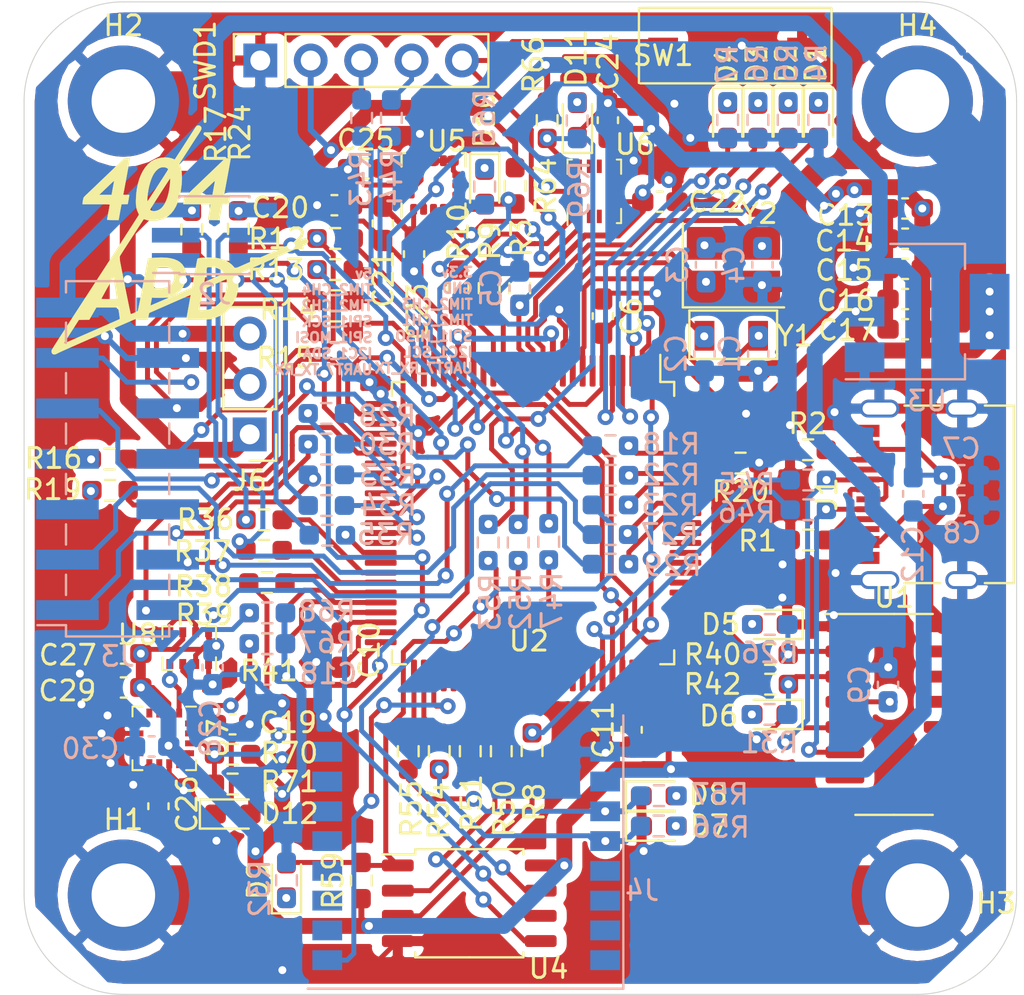
<source format=kicad_pcb>
(kicad_pcb (version 20171130) (host pcbnew "(5.1.8-0-10_14)")
  (title_block (date 2021-03-06) (rev v0.1.3))
  (layers (0 F.Cu signal) (31 B.Cu signal) (34 B.Paste user) (35 F.Paste user) (36 B.SilkS user) (37 F.SilkS user) (38 B.Mask user) (39 F.Mask user) (44 Edge.Cuts user))
  (net 0 "")
  (net 1 GND)
  (net 2 "Net-(C1-Pad1)")
  (net 3 "Net-(C2-Pad1)")
  (net 4 "Net-(C3-Pad2)")
  (net 5 "Net-(C4-Pad1)")
  (net 6 /NRST)
  (net 7 +3V3)
  (net 8 "Net-(C9-Pad2)")
  (net 9 "Net-(C10-Pad1)")
  (net 10 "Net-(C11-Pad2)")
  (net 11 /DRDY)
  (net 12 "Net-(C25-Pad2)")
  (net 13 "Net-(C26-Pad2)")
  (net 14 "Net-(D1-Pad2)")
  (net 15 "Net-(D1-Pad1)")
  (net 16 "Net-(D2-Pad2)")
  (net 17 "Net-(D2-Pad1)")
  (net 18 "Net-(D3-Pad2)")
  (net 19 "Net-(D3-Pad1)")
  (net 20 "Net-(D4-Pad2)")
  (net 21 "Net-(D4-Pad1)")
  (net 22 "Net-(D5-Pad2)")
  (net 23 "Net-(D6-Pad2)")
  (net 24 "Net-(D7-Pad2)")
  (net 25 "Net-(D8-Pad2)")
  (net 26 /QSPI_~CS)
  (net 27 /ICM_~CS)
  (net 28 "Net-(D10-Pad1)")
  (net 29 "Net-(D11-Pad2)")
  (net 30 "Net-(D12-Pad2)")
  (net 31 "Net-(J1-PadB5)")
  (net 32 /USB_P)
  (net 33 "Net-(J1-PadA8)")
  (net 34 "Net-(J1-PadA5)")
  (net 35 "Net-(J1-PadB8)")
  (net 36 /USB_N)
  (net 37 /TIM1_CH1)
  (net 38 /TIM1_CH2)
  (net 39 /TIM1_CH3)
  (net 40 /TIM1_CH4)
  (net 41 /TIM3_CH3)
  (net 42 +5V)
  (net 43 /TIM2_CH1)
  (net 44 /TIM2_CH2)
  (net 45 /TIM2_CH3)
  (net 46 /TIM2_CH4)
  (net 47 /SPI1_SCK)
  (net 48 /SPI1_MISO)
  (net 49 /SPI1_MOSI)
  (net 50 /I2C1_SCL)
  (net 51 /I2C1_SDA)
  (net 52 /UART7_RX_TX)
  (net 53 /UART7_TX_RX)
  (net 54 /BLT_RST)
  (net 55 "Net-(J4-Pad15)")
  (net 56 "Net-(J4-Pad14)")
  (net 57 "Net-(J4-Pad13)")
  (net 58 "Net-(J4-Pad12)")
  (net 59 "Net-(J4-Pad11)")
  (net 60 "Net-(J4-Pad10)")
  (net 61 "Net-(J4-Pad9)")
  (net 62 "Net-(J4-Pad8)")
  (net 63 "Net-(J4-Pad7)")
  (net 64 "Net-(J4-Pad6)")
  (net 65 "Net-(J4-Pad5)")
  (net 66 /UART5_TX_RX)
  (net 67 /UART5_RX_TX)
  (net 68 "Net-(R8-Pad2)")
  (net 69 /QSPI_IO2)
  (net 70 "Net-(R9-Pad2)")
  (net 71 /SDI)
  (net 72 "Net-(R10-Pad2)")
  (net 73 /SD0)
  (net 74 "Net-(R12-Pad2)")
  (net 75 "Net-(R13-Pad2)")
  (net 76 /QSPI_IO3)
  (net 77 "Net-(R14-Pad2)")
  (net 78 "Net-(R15-Pad2)")
  (net 79 "Net-(R16-Pad2)")
  (net 80 "Net-(R17-Pad2)")
  (net 81 /ADC2_INP3)
  (net 82 "Net-(R18-Pad2)")
  (net 83 "Net-(R19-Pad2)")
  (net 84 "Net-(R20-Pad2)")
  (net 85 "Net-(R22-Pad2)")
  (net 86 "Net-(R23-Pad2)")
  (net 87 "Net-(R24-Pad2)")
  (net 88 /UART4_RX_TX)
  (net 89 "Net-(R27-Pad2)")
  (net 90 "Net-(R28-Pad2)")
  (net 91 /QSPI_CLK)
  (net 92 "Net-(R29-Pad2)")
  (net 93 "Net-(R30-Pad2)")
  (net 94 /UART4_TX_RX)
  (net 95 "Net-(R33-Pad2)")
  (net 96 "Net-(R34-Pad2)")
  (net 97 "Net-(R35-Pad2)")
  (net 98 "Net-(R36-Pad2)")
  (net 99 "Net-(R37-Pad2)")
  (net 100 "Net-(R38-Pad2)")
  (net 101 /ITS_~RST)
  (net 102 "Net-(R39-Pad2)")
  (net 103 /I2C2_SCL)
  (net 104 "Net-(R40-Pad2)")
  (net 105 "Net-(R41-Pad2)")
  (net 106 /I2C2_SDA)
  (net 107 "Net-(R42-Pad2)")
  (net 108 "Net-(R43-Pad2)")
  (net 109 /SWDCLK)
  (net 110 "Net-(R44-Pad2)")
  (net 111 /SWDIO)
  (net 112 "Net-(R45-Pad2)")
  (net 113 "Net-(R46-Pad2)")
  (net 114 "Net-(R47-Pad2)")
  (net 115 /SCK)
  (net 116 "Net-(R50-Pad2)")
  (net 117 /QSPI_IO1)
  (net 118 "Net-(R51-Pad2)")
  (net 119 /QSPI_IO0)
  (net 120 "Net-(R52-Pad2)")
  (net 121 "Net-(R53-Pad2)")
  (net 122 /BMI_~CS)
  (net 123 "Net-(R54-Pad2)")
  (net 124 "Net-(R55-Pad2)")
  (net 125 "Net-(U1-Pad15)")
  (net 126 "Net-(U1-Pad14)")
  (net 127 "Net-(U1-Pad13)")
  (net 128 "Net-(U1-Pad12)")
  (net 129 "Net-(U1-Pad11)")
  (net 130 "Net-(U1-Pad10)")
  (net 131 "Net-(U1-Pad9)")
  (net 132 "Net-(U1-Pad8)")
  (net 133 "Net-(U1-Pad7)")
  (net 134 "Net-(U2-Pad98)")
  (net 135 "Net-(U2-Pad97)")
  (net 136 "Net-(U2-Pad96)")
  (net 137 "Net-(U2-Pad91)")
  (net 138 "Net-(U2-Pad88)")
  (net 139 "Net-(U2-Pad87)")
  (net 140 "Net-(U2-Pad86)")
  (net 141 "Net-(U2-Pad85)")
  (net 142 "Net-(U2-Pad84)")
  (net 143 "Net-(U2-Pad83)")
  (net 144 "Net-(U2-Pad82)")
  (net 145 "Net-(U2-Pad81)")
  (net 146 "Net-(U2-Pad80)")
  (net 147 "Net-(U2-Pad77)")
  (net 148 "Net-(U2-Pad69)")
  (net 149 "Net-(U2-Pad67)")
  (net 150 "Net-(U2-Pad66)")
  (net 151 "Net-(U2-Pad65)")
  (net 152 "Net-(U2-Pad62)")
  (net 153 "Net-(U2-Pad61)")
  (net 154 "Net-(U2-Pad60)")
  (net 155 "Net-(U2-Pad55)")
  (net 156 "Net-(U2-Pad54)")
  (net 157 "Net-(U2-Pad42)")
  (net 158 "Net-(U2-Pad40)")
  (net 159 "Net-(U2-Pad33)")
  (net 160 "Net-(U2-Pad28)")
  (net 161 "Net-(U2-Pad15)")
  (net 162 "Net-(U2-Pad7)")
  (net 163 "Net-(U5-Pad7)")
  (net 164 "Net-(U5-Pad6)")
  (net 165 "Net-(U6-Pad11)")
  (net 166 "Net-(U6-Pad10)")
  (net 167 "Net-(U6-Pad9)")
  (net 168 "Net-(U6-Pad4)")
  (net 169 "Net-(U6-Pad3)")
  (net 170 "Net-(U6-Pad2)")
  (net 171 "Net-(U7-Pad12)")
  (net 172 "Net-(U7-Pad7)")
  (net 173 "Net-(U7-Pad8)")
  (net 174 "Net-(U7-Pad4)")
  (net 175 "Net-(U7-Pad3)")
  (net 176 "Net-(D9-Pad1)")
  (net 177 "Net-(U2-Pad64)")
  (net 178 "Net-(U2-Pad63)")
  (net 179 "Net-(U2-Pad35)")
  (net 180 "Net-(U2-Pad32)")
  (net 181 "Net-(U2-Pad18)")
  (module batt_board:small_404APD (layer F.Cu) (at 122.7 72.11)
    (fp_text reference G*** hide)
    (fp_text value LOGO hide)
  )
  (module "upper_board:BLT_foot print" (layer B.Cu) (at 145.796 100.8253 180)
    (fp_text reference J4 (at -0.334 -3.9447) (layer B.SilkS) (effects (justify mirror)))
    (fp_text value Conn_02x08_Counter_Clockwise)
    (pad 16 smd rect (at 15.524 -7.452 180) (size 1.5 1) (layers B.Cu B.Paste B.Mask) (net 54 /BLT_RST))
    (pad 15 smd rect (at 15.524 -5.952 180) (size 1.5 1) (layers B.Cu B.Paste B.Mask) (net 55 "Net-(J4-Pad15)"))
    (pad 14 smd rect (at 15.524 -4.452 180) (size 1.5 1) (layers B.Cu B.Paste B.Mask) (net 56 "Net-(J4-Pad14)"))
    (pad 13 smd rect (at 15.524 -2.952 180) (size 1.5 1) (layers B.Cu B.Paste B.Mask) (net 57 "Net-(J4-Pad13)"))
    (pad 12 smd rect (at 15.524 -1.452 180) (size 1.5 1) (layers B.Cu B.Paste B.Mask) (net 58 "Net-(J4-Pad12)"))
    (pad 11 smd rect (at 15.524 0.048 180) (size 1.5 1) (layers B.Cu B.Paste B.Mask) (net 59 "Net-(J4-Pad11)"))
    (pad 10 smd rect (at 15.524 1.548 180) (size 1.5 1) (layers B.Cu B.Paste B.Mask) (net 60 "Net-(J4-Pad10)"))
    (pad 9 smd rect (at 15.524 3.048 180) (size 1.5 1) (layers B.Cu B.Paste B.Mask) (net 61 "Net-(J4-Pad9)"))
    (pad 8 smd rect (at 1.524 -7.452 180) (size 1.5 1) (layers B.Cu B.Paste B.Mask) (net 62 "Net-(J4-Pad8)"))
    (pad 7 smd rect (at 1.524 -5.952 180) (size 1.5 1) (layers B.Cu B.Paste B.Mask) (net 63 "Net-(J4-Pad7)"))
    (pad 6 smd rect (at 1.524 -4.452 180) (size 1.5 1) (layers B.Cu B.Paste B.Mask) (net 64 "Net-(J4-Pad6)"))
    (pad 5 smd rect (at 1.524 -2.952 180) (size 1.5 1) (layers B.Cu B.Paste B.Mask) (net 65 "Net-(J4-Pad5)"))
    (pad 4 smd rect (at 1.524 -1.452 180) (size 1.5 1) (layers B.Cu B.Paste B.Mask) (net 66 /UART5_TX_RX))
    (pad 3 smd rect (at 1.524 0.048 180) (size 1.5 1) (layers B.Cu B.Paste B.Mask) (net 67 /UART5_RX_TX))
    (pad 2 smd rect (at 1.524 1.548 180) (size 1.5 1) (layers B.Cu B.Paste B.Mask) (net 7 +3V3))
    (pad 1 smd rect (at 1.524 3.048 180) (size 1.5 1) (layers B.Cu B.Paste B.Mask) (net 1 GND))
  )
  (module Oscillator:Oscillator_SMD_Abracon_ASE-4Pin_3.2x2.5mm_HandSoldering (layer F.Cu) (at 150.7363 73.2663)
    (fp_text reference Y2 (at 1.3137 -2.6063) (layer F.SilkS))
    (fp_text value 32MHz)
    (pad 4 smd rect (at -1.375 -1.1) (size 1.95 1.65) (layers F.Cu F.Paste F.Mask) (net 1 GND))
    (pad 3 smd rect (at 1.375 -1.1) (size 1.95 1.65) (layers F.Cu F.Paste F.Mask) (net 5 "Net-(C4-Pad1)"))
    (pad 2 smd rect (at 1.375 1.1) (size 1.95 1.65) (layers F.Cu F.Paste F.Mask) (net 1 GND))
    (pad 1 smd rect (at -1.375 1.1) (size 1.95 1.65) (layers F.Cu F.Paste F.Mask) (net 4 "Net-(C3-Pad2)"))
  )
  (module upper_board:LSE_3215 (layer F.Cu) (at 149.2758 76.8223)
    (fp_text reference Y1 (at 4.5442 0.0077) (layer F.SilkS))
    (fp_text value 32.768kHz)
    (pad 2 smd rect (at 2.7 0) (size 1 1.5) (layers F.Cu F.Paste F.Mask) (net 2 "Net-(C1-Pad1)"))
    (pad 1 smd rect (at 0 0) (size 1 1.5) (layers F.Cu F.Paste F.Mask) (net 3 "Net-(C2-Pad1)"))
  )
  (module Package_LGA:Bosch_LGA-8_2x2.5mm_P0.65mm_ClockwisePinNumbering (layer F.Cu) (at 123.317 92.5576 180)
    (fp_text reference U8 (at 2.597 0.6776) (layer F.SilkS))
    (fp_text value BMP280)
    (pad 8 smd rect (at -0.975 0.8 270) (size 0.5 0.35) (layers F.Cu F.Paste F.Mask) (net 7 +3V3))
    (pad 2 smd rect (at -0.325 -0.8 270) (size 0.5 0.35) (layers F.Cu F.Paste F.Mask) (net 7 +3V3))
    (pad 3 smd rect (at 0.325 -0.8 270) (size 0.5 0.35) (layers F.Cu F.Paste F.Mask) (net 106 /I2C2_SDA))
    (pad 4 smd rect (at 0.975 -0.8 270) (size 0.5 0.35) (layers F.Cu F.Paste F.Mask) (net 103 /I2C2_SCL))
    (pad 7 smd rect (at -0.325 0.8 270) (size 0.5 0.35) (layers F.Cu F.Paste F.Mask) (net 1 GND))
    (pad 6 smd rect (at 0.325 0.8 270) (size 0.5 0.35) (layers F.Cu F.Paste F.Mask) (net 7 +3V3))
    (pad 5 smd rect (at 0.975 0.8 270) (size 0.5 0.35) (layers F.Cu F.Paste F.Mask) (net 1 GND))
    (pad 1 smd rect (at -0.975 -0.8 270) (size 0.5 0.35) (layers F.Cu F.Paste F.Mask) (net 1 GND))
  )
  (module Package_LGA:LGA-16_3x3mm_P0.5mm (layer F.Cu) (at 122.0597 97.1042 270)
    (fp_text reference U7 (at 0 -2.7 90) (layer F.SilkS))
    (fp_text value IST8310)
    (pad 10 smd rect (at 1.275 0.25) (size 0.3 0.45) (layers F.Cu F.Paste F.Mask) (net 13 "Net-(C26-Pad2)"))
    (pad 11 smd rect (at 1.275 -0.25) (size 0.3 0.45) (layers F.Cu F.Paste F.Mask) (net 1 GND))
    (pad 12 smd rect (at 1.275 -0.75) (size 0.3 0.45) (layers F.Cu F.Paste F.Mask) (net 171 "Net-(U7-Pad12)"))
    (pad 9 smd rect (at 1.275 0.75) (size 0.3 0.45) (layers F.Cu F.Paste F.Mask) (net 1 GND))
    (pad 5 smd rect (at -0.75 1.275 270) (size 0.3 0.45) (layers F.Cu F.Paste F.Mask) (net 1 GND))
    (pad 7 smd rect (at 0.25 1.275 270) (size 0.3 0.45) (layers F.Cu F.Paste F.Mask) (net 172 "Net-(U7-Pad7)"))
    (pad 6 smd rect (at -0.25 1.275 270) (size 0.3 0.45) (layers F.Cu F.Paste F.Mask) (net 1 GND))
    (pad 8 smd rect (at 0.75 1.275 270) (size 0.3 0.45) (layers F.Cu F.Paste F.Mask) (net 173 "Net-(U7-Pad8)"))
    (pad 4 smd rect (at -1.275 0.75) (size 0.3 0.45) (layers F.Cu F.Paste F.Mask) (net 174 "Net-(U7-Pad4)"))
    (pad 3 smd rect (at -1.275 0.25) (size 0.3 0.45) (layers F.Cu F.Paste F.Mask) (net 175 "Net-(U7-Pad3)"))
    (pad 2 smd rect (at -1.275 -0.25) (size 0.3 0.45) (layers F.Cu F.Paste F.Mask) (net 7 +3V3))
    (pad 1 smd rect (at -1.275 -0.75) (size 0.3 0.45) (layers F.Cu F.Paste F.Mask) (net 103 /I2C2_SCL))
    (pad 14 smd rect (at 0.25 -1.275 270) (size 0.3 0.45) (layers F.Cu F.Paste F.Mask) (net 101 /ITS_~RST))
    (pad 15 smd rect (at -0.25 -1.275 270) (size 0.3 0.45) (layers F.Cu F.Paste F.Mask) (net 11 /DRDY))
    (pad 16 smd rect (at -0.75 -1.275 270) (size 0.3 0.45) (layers F.Cu F.Paste F.Mask) (net 106 /I2C2_SDA))
    (pad 13 smd rect (at 0.75 -1.275 270) (size 0.3 0.45) (layers F.Cu F.Paste F.Mask) (net 7 +3V3))
  )
  (module Package_LGA:Bosch_LGA-14_3x2.5mm_P0.5mm (layer F.Cu) (at 143.7259 69.5452 90)
    (fp_text reference U6 (at 2.3652 2.0441 180) (layer F.SilkS))
    (fp_text value BMI160)
    (pad 11 smd rect (at 1.2625 -0.75 90) (size 0.675 0.25) (layers F.Cu F.Paste F.Mask) (net 165 "Net-(U6-Pad11)"))
    (pad 10 smd rect (at 1.2625 -0.25 90) (size 0.675 0.25) (layers F.Cu F.Paste F.Mask) (net 166 "Net-(U6-Pad10)"))
    (pad 9 smd rect (at 1.2625 0.25 90) (size 0.675 0.25) (layers F.Cu F.Paste F.Mask) (net 167 "Net-(U6-Pad9)"))
    (pad 8 smd rect (at 1.2625 0.75 90) (size 0.675 0.25) (layers F.Cu F.Paste F.Mask) (net 7 +3V3))
    (pad 4 smd rect (at -1.2625 0.75 90) (size 0.675 0.25) (layers F.Cu F.Paste F.Mask) (net 168 "Net-(U6-Pad4)"))
    (pad 3 smd rect (at -1.2625 0.25 90) (size 0.675 0.25) (layers F.Cu F.Paste F.Mask) (net 169 "Net-(U6-Pad3)"))
    (pad 2 smd rect (at -1.2625 -0.25 90) (size 0.675 0.25) (layers F.Cu F.Paste F.Mask) (net 170 "Net-(U6-Pad2)"))
    (pad 1 smd rect (at -1.2625 -0.75 90) (size 0.675 0.25) (layers F.Cu F.Paste F.Mask) (net 73 /SD0))
    (pad 7 smd rect (at 0.5 1.0125 90) (size 0.25 0.675) (layers F.Cu F.Paste F.Mask) (net 1 GND))
    (pad 6 smd rect (at 0 1.0125 90) (size 0.25 0.675) (layers F.Cu F.Paste F.Mask) (net 1 GND))
    (pad 5 smd rect (at -0.5 1.0125 90) (size 0.25 0.675) (layers F.Cu F.Paste F.Mask) (net 7 +3V3))
    (pad 12 smd rect (at 0.5 -1.0125 90) (size 0.25 0.675) (layers F.Cu F.Paste F.Mask) (net 122 /BMI_~CS))
    (pad 14 smd rect (at -0.5 -1.0125 90) (size 0.25 0.675) (layers F.Cu F.Paste F.Mask) (net 71 /SDI))
    (pad 13 smd rect (at 0 -1.0125 90) (size 0.25 0.675) (layers F.Cu F.Paste F.Mask) (net 115 /SCK))
  )
  (module Package_LGA:LGA-16_3x3mm_P0.5mm_LayoutBorder3x5y (layer F.Cu) (at 135.6233 69.2277 90)
    (fp_text reference U5 (at 2.2177 0.6667 180) (layer F.SilkS))
    (fp_text value ICM-20602)
    (pad 16 smd roundrect (at -0.5 -1.225 90) (size 0.35 0.55) (layers F.Cu F.Paste F.Mask) (net 7 +3V3))
    (pad 15 smd roundrect (at 0 -1.225 90) (size 0.35 0.55) (layers F.Cu F.Paste F.Mask) (net 1 GND))
    (pad 14 smd roundrect (at 0.5 -1.225 90) (size 0.35 0.55) (layers F.Cu F.Paste F.Mask) (net 12 "Net-(C25-Pad2)"))
    (pad 13 smd roundrect (at 1.225 -1 90) (size 0.55 0.35) (layers F.Cu F.Paste F.Mask) (net 1 GND))
    (pad 12 smd roundrect (at 1.225 -0.5 90) (size 0.55 0.35) (layers F.Cu F.Paste F.Mask) (net 1 GND))
    (pad 11 smd roundrect (at 1.225 0 90) (size 0.55 0.35) (layers F.Cu F.Paste F.Mask) (net 1 GND))
    (pad 10 smd roundrect (at 1.225 0.5 90) (size 0.55 0.35) (layers F.Cu F.Paste F.Mask) (net 1 GND))
    (pad 9 smd roundrect (at 1.225 1 90) (size 0.55 0.35) (layers F.Cu F.Paste F.Mask) (net 1 GND))
    (pad 8 smd roundrect (at 0.5 1.225 90) (size 0.35 0.55) (layers F.Cu F.Paste F.Mask) (net 1 GND))
    (pad 7 smd roundrect (at 0 1.225 90) (size 0.35 0.55) (layers F.Cu F.Paste F.Mask) (net 163 "Net-(U5-Pad7)"))
    (pad 6 smd roundrect (at -0.5 1.225 90) (size 0.35 0.55) (layers F.Cu F.Paste F.Mask) (net 164 "Net-(U5-Pad6)"))
    (pad 5 smd roundrect (at -1.225 1 90) (size 0.55 0.35) (layers F.Cu F.Paste F.Mask) (net 27 /ICM_~CS))
    (pad 4 smd roundrect (at -1.225 0.5 90) (size 0.55 0.35) (layers F.Cu F.Paste F.Mask) (net 73 /SD0))
    (pad 3 smd roundrect (at -1.225 0 90) (size 0.55 0.35) (layers F.Cu F.Paste F.Mask) (net 71 /SDI))
    (pad 2 smd roundrect (at -1.225 -0.5 90) (size 0.55 0.35) (layers F.Cu F.Paste F.Mask) (net 115 /SCK))
    (pad 1 smd roundrect (at -1.225 -1 90) (size 0.55 0.35) (layers F.Cu F.Paste F.Mask) (net 7 +3V3))
  )
  (module Package_SO:SOIC-8_5.23x5.23mm_P1.27mm (layer F.Cu) (at 137.4267 105.41)
    (fp_text reference U4 (at 3.9933 3.28) (layer F.SilkS))
    (fp_text value W25Q128JVS)
    (pad 8 smd roundrect (at 3.6 -1.905) (size 1.6 0.6) (layers F.Cu F.Paste F.Mask) (net 7 +3V3))
    (pad 7 smd roundrect (at 3.6 -0.635) (size 1.6 0.6) (layers F.Cu F.Paste F.Mask) (net 76 /QSPI_IO3))
    (pad 6 smd roundrect (at 3.6 0.635) (size 1.6 0.6) (layers F.Cu F.Paste F.Mask) (net 91 /QSPI_CLK))
    (pad 5 smd roundrect (at 3.6 1.905) (size 1.6 0.6) (layers F.Cu F.Paste F.Mask) (net 119 /QSPI_IO0))
    (pad 4 smd roundrect (at -3.6 1.905) (size 1.6 0.6) (layers F.Cu F.Paste F.Mask) (net 1 GND))
    (pad 3 smd roundrect (at -3.6 0.635) (size 1.6 0.6) (layers F.Cu F.Paste F.Mask) (net 69 /QSPI_IO2))
    (pad 2 smd roundrect (at -3.6 -0.635) (size 1.6 0.6) (layers F.Cu F.Paste F.Mask) (net 117 /QSPI_IO1))
    (pad 1 smd roundrect (at -3.6 -1.905) (size 1.6 0.6) (layers F.Cu F.Paste F.Mask) (net 26 /QSPI_~CS))
  )
  (module Package_TO_SOT_SMD:SOT-223-3_TabPin2 (layer B.Cu) (at 160.4899 75.6031)
    (fp_text reference U3 (at 0 4.5) (layer B.SilkS) (effects (justify mirror)))
    (fp_text value AP1117-33)
    (pad 1 smd rect (at -3.15 2.3) (size 2 1.5) (layers B.Cu B.Paste B.Mask) (net 1 GND))
    (pad 3 smd rect (at -3.15 -2.3) (size 2 1.5) (layers B.Cu B.Paste B.Mask) (net 42 +5V))
    (pad 2 smd rect (at -3.15 0) (size 2 1.5) (layers B.Cu B.Paste B.Mask) (net 7 +3V3))
    (pad 2 smd rect (at 3.15 0) (size 2 3.8) (layers B.Cu B.Paste B.Mask) (net 7 +3V3))
  )
  (module Package_QFP:LQFP-100_14x14mm_P0.5mm (layer F.Cu) (at 140.6398 86.2584 270)
    (fp_text reference U2 (at 5.9416 0.2098 180) (layer F.SilkS))
    (fp_text value mcu_STM32H750VBT6)
    (pad 100 smd roundrect (at -6 -7.675 270) (size 0.3 1.6) (layers F.Cu F.Paste F.Mask) (net 7 +3V3))
    (pad 99 smd roundrect (at -5.5 -7.675 270) (size 0.3 1.6) (layers F.Cu F.Paste F.Mask) (net 1 GND))
    (pad 98 smd roundrect (at -5 -7.675 270) (size 0.3 1.6) (layers F.Cu F.Paste F.Mask) (net 134 "Net-(U2-Pad98)"))
    (pad 97 smd roundrect (at -4.5 -7.675 270) (size 0.3 1.6) (layers F.Cu F.Paste F.Mask) (net 135 "Net-(U2-Pad97)"))
    (pad 96 smd roundrect (at -4 -7.675 270) (size 0.3 1.6) (layers F.Cu F.Paste F.Mask) (net 136 "Net-(U2-Pad96)"))
    (pad 95 smd roundrect (at -3.5 -7.675 270) (size 0.3 1.6) (layers F.Cu F.Paste F.Mask) (net 82 "Net-(R18-Pad2)"))
    (pad 94 smd roundrect (at -3 -7.675 270) (size 0.3 1.6) (layers F.Cu F.Paste F.Mask) (net 84 "Net-(R20-Pad2)"))
    (pad 93 smd roundrect (at -2.5 -7.675 270) (size 0.3 1.6) (layers F.Cu F.Paste F.Mask) (net 85 "Net-(R22-Pad2)"))
    (pad 92 smd roundrect (at -2 -7.675 270) (size 0.3 1.6) (layers F.Cu F.Paste F.Mask) (net 86 "Net-(R23-Pad2)"))
    (pad 91 smd roundrect (at -1.5 -7.675 270) (size 0.3 1.6) (layers F.Cu F.Paste F.Mask) (net 137 "Net-(U2-Pad91)"))
    (pad 90 smd roundrect (at -1 -7.675 270) (size 0.3 1.6) (layers F.Cu F.Paste F.Mask) (net 89 "Net-(R27-Pad2)"))
    (pad 89 smd roundrect (at -0.5 -7.675 270) (size 0.3 1.6) (layers F.Cu F.Paste F.Mask) (net 92 "Net-(R29-Pad2)"))
    (pad 88 smd roundrect (at 0 -7.675 270) (size 0.3 1.6) (layers F.Cu F.Paste F.Mask) (net 138 "Net-(U2-Pad88)"))
    (pad 87 smd roundrect (at 0.5 -7.675 270) (size 0.3 1.6) (layers F.Cu F.Paste F.Mask) (net 139 "Net-(U2-Pad87)"))
    (pad 86 smd roundrect (at 1 -7.675 270) (size 0.3 1.6) (layers F.Cu F.Paste F.Mask) (net 140 "Net-(U2-Pad86)"))
    (pad 85 smd roundrect (at 1.5 -7.675 270) (size 0.3 1.6) (layers F.Cu F.Paste F.Mask) (net 141 "Net-(U2-Pad85)"))
    (pad 84 smd roundrect (at 2 -7.675 270) (size 0.3 1.6) (layers F.Cu F.Paste F.Mask) (net 142 "Net-(U2-Pad84)"))
    (pad 83 smd roundrect (at 2.5 -7.675 270) (size 0.3 1.6) (layers F.Cu F.Paste F.Mask) (net 143 "Net-(U2-Pad83)"))
    (pad 82 smd roundrect (at 3 -7.675 270) (size 0.3 1.6) (layers F.Cu F.Paste F.Mask) (net 144 "Net-(U2-Pad82)"))
    (pad 81 smd roundrect (at 3.5 -7.675 270) (size 0.3 1.6) (layers F.Cu F.Paste F.Mask) (net 145 "Net-(U2-Pad81)"))
    (pad 80 smd roundrect (at 4 -7.675 270) (size 0.3 1.6) (layers F.Cu F.Paste F.Mask) (net 146 "Net-(U2-Pad80)"))
    (pad 79 smd roundrect (at 4.5 -7.675 270) (size 0.3 1.6) (layers F.Cu F.Paste F.Mask) (net 104 "Net-(R40-Pad2)"))
    (pad 78 smd roundrect (at 5 -7.675 270) (size 0.3 1.6) (layers F.Cu F.Paste F.Mask) (net 107 "Net-(R42-Pad2)"))
    (pad 77 smd roundrect (at 5.5 -7.675 270) (size 0.3 1.6) (layers F.Cu F.Paste F.Mask) (net 147 "Net-(U2-Pad77)"))
    (pad 76 smd roundrect (at 6 -7.675 270) (size 0.3 1.6) (layers F.Cu F.Paste F.Mask) (net 108 "Net-(R43-Pad2)"))
    (pad 75 smd roundrect (at 7.675 -6 270) (size 1.6 0.3) (layers F.Cu F.Paste F.Mask) (net 7 +3V3))
    (pad 74 smd roundrect (at 7.675 -5.5 270) (size 1.6 0.3) (layers F.Cu F.Paste F.Mask) (net 1 GND))
    (pad 73 smd roundrect (at 7.675 -5 270) (size 1.6 0.3) (layers F.Cu F.Paste F.Mask) (net 10 "Net-(C11-Pad2)"))
    (pad 72 smd roundrect (at 7.675 -4.5 270) (size 1.6 0.3) (layers F.Cu F.Paste F.Mask) (net 110 "Net-(R44-Pad2)"))
    (pad 71 smd roundrect (at 7.675 -4 270) (size 1.6 0.3) (layers F.Cu F.Paste F.Mask) (net 112 "Net-(R45-Pad2)"))
    (pad 70 smd roundrect (at 7.675 -3.5 270) (size 1.6 0.3) (layers F.Cu F.Paste F.Mask) (net 113 "Net-(R46-Pad2)"))
    (pad 69 smd roundrect (at 7.675 -3 270) (size 1.6 0.3) (layers F.Cu F.Paste F.Mask) (net 148 "Net-(U2-Pad69)"))
    (pad 68 smd roundrect (at 7.675 -2.5 270) (size 1.6 0.3) (layers F.Cu F.Paste F.Mask) (net 114 "Net-(R47-Pad2)"))
    (pad 67 smd roundrect (at 7.675 -2 270) (size 1.6 0.3) (layers F.Cu F.Paste F.Mask) (net 149 "Net-(U2-Pad67)"))
    (pad 66 smd roundrect (at 7.675 -1.5 270) (size 1.6 0.3) (layers F.Cu F.Paste F.Mask) (net 150 "Net-(U2-Pad66)"))
    (pad 65 smd roundrect (at 7.675 -1 270) (size 1.6 0.3) (layers F.Cu F.Paste F.Mask) (net 151 "Net-(U2-Pad65)"))
    (pad 64 smd roundrect (at 7.675 -0.5 270) (size 1.6 0.3) (layers F.Cu F.Paste F.Mask) (net 177 "Net-(U2-Pad64)"))
    (pad 63 smd roundrect (at 7.675 0 270) (size 1.6 0.3) (layers F.Cu F.Paste F.Mask) (net 178 "Net-(U2-Pad63)"))
    (pad 62 smd roundrect (at 7.675 0.5 270) (size 1.6 0.3) (layers F.Cu F.Paste F.Mask) (net 152 "Net-(U2-Pad62)"))
    (pad 61 smd roundrect (at 7.675 1 270) (size 1.6 0.3) (layers F.Cu F.Paste F.Mask) (net 153 "Net-(U2-Pad61)"))
    (pad 60 smd roundrect (at 7.675 1.5 270) (size 1.6 0.3) (layers F.Cu F.Paste F.Mask) (net 154 "Net-(U2-Pad60)"))
    (pad 59 smd roundrect (at 7.675 2 270) (size 1.6 0.3) (layers F.Cu F.Paste F.Mask) (net 116 "Net-(R50-Pad2)"))
    (pad 58 smd roundrect (at 7.675 2.5 270) (size 1.6 0.3) (layers F.Cu F.Paste F.Mask) (net 118 "Net-(R51-Pad2)"))
    (pad 57 smd roundrect (at 7.675 3 270) (size 1.6 0.3) (layers F.Cu F.Paste F.Mask) (net 120 "Net-(R52-Pad2)"))
    (pad 56 smd roundrect (at 7.675 3.5 270) (size 1.6 0.3) (layers F.Cu F.Paste F.Mask) (net 121 "Net-(R53-Pad2)"))
    (pad 55 smd roundrect (at 7.675 4 270) (size 1.6 0.3) (layers F.Cu F.Paste F.Mask) (net 155 "Net-(U2-Pad55)"))
    (pad 54 smd roundrect (at 7.675 4.5 270) (size 1.6 0.3) (layers F.Cu F.Paste F.Mask) (net 156 "Net-(U2-Pad54)"))
    (pad 53 smd roundrect (at 7.675 5 270) (size 1.6 0.3) (layers F.Cu F.Paste F.Mask) (net 54 /BLT_RST))
    (pad 52 smd roundrect (at 7.675 5.5 270) (size 1.6 0.3) (layers F.Cu F.Paste F.Mask) (net 123 "Net-(R54-Pad2)"))
    (pad 51 smd roundrect (at 7.675 6 270) (size 1.6 0.3) (layers F.Cu F.Paste F.Mask) (net 124 "Net-(R55-Pad2)"))
    (pad 50 smd roundrect (at 6 7.675 270) (size 0.3 1.6) (layers F.Cu F.Paste F.Mask) (net 7 +3V3))
    (pad 49 smd roundrect (at 5.5 7.675 270) (size 0.3 1.6) (layers F.Cu F.Paste F.Mask) (net 1 GND))
    (pad 48 smd roundrect (at 5 7.675 270) (size 0.3 1.6) (layers F.Cu F.Paste F.Mask) (net 9 "Net-(C10-Pad1)"))
    (pad 47 smd roundrect (at 4.5 7.675 270) (size 0.3 1.6) (layers F.Cu F.Paste F.Mask) (net 105 "Net-(R41-Pad2)"))
    (pad 46 smd roundrect (at 4 7.675 270) (size 0.3 1.6) (layers F.Cu F.Paste F.Mask) (net 102 "Net-(R39-Pad2)"))
    (pad 45 smd roundrect (at 3.5 7.675 270) (size 0.3 1.6) (layers F.Cu F.Paste F.Mask) (net 100 "Net-(R38-Pad2)"))
    (pad 44 smd roundrect (at 3 7.675 270) (size 0.3 1.6) (layers F.Cu F.Paste F.Mask) (net 99 "Net-(R37-Pad2)"))
    (pad 43 smd roundrect (at 2.5 7.675 270) (size 0.3 1.6) (layers F.Cu F.Paste F.Mask) (net 98 "Net-(R36-Pad2)"))
    (pad 42 smd roundrect (at 2 7.675 270) (size 0.3 1.6) (layers F.Cu F.Paste F.Mask) (net 157 "Net-(U2-Pad42)"))
    (pad 41 smd roundrect (at 1.5 7.675 270) (size 0.3 1.6) (layers F.Cu F.Paste F.Mask) (net 97 "Net-(R35-Pad2)"))
    (pad 40 smd roundrect (at 1 7.675 270) (size 0.3 1.6) (layers F.Cu F.Paste F.Mask) (net 158 "Net-(U2-Pad40)"))
    (pad 39 smd roundrect (at 0.5 7.675 270) (size 0.3 1.6) (layers F.Cu F.Paste F.Mask) (net 96 "Net-(R34-Pad2)"))
    (pad 38 smd roundrect (at 0 7.675 270) (size 0.3 1.6) (layers F.Cu F.Paste F.Mask) (net 95 "Net-(R33-Pad2)"))
    (pad 37 smd roundrect (at -0.5 7.675 270) (size 0.3 1.6) (layers F.Cu F.Paste F.Mask) (net 93 "Net-(R30-Pad2)"))
    (pad 36 smd roundrect (at -1 7.675 270) (size 0.3 1.6) (layers F.Cu F.Paste F.Mask) (net 90 "Net-(R28-Pad2)"))
    (pad 35 smd roundrect (at -1.5 7.675 270) (size 0.3 1.6) (layers F.Cu F.Paste F.Mask) (net 179 "Net-(U2-Pad35)"))
    (pad 34 smd roundrect (at -2 7.675 270) (size 0.3 1.6) (layers F.Cu F.Paste F.Mask) (net 87 "Net-(R24-Pad2)"))
    (pad 33 smd roundrect (at -2.5 7.675 270) (size 0.3 1.6) (layers F.Cu F.Paste F.Mask) (net 159 "Net-(U2-Pad33)"))
    (pad 32 smd roundrect (at -3 7.675 270) (size 0.3 1.6) (layers F.Cu F.Paste F.Mask) (net 180 "Net-(U2-Pad32)"))
    (pad 31 smd roundrect (at -3.5 7.675 270) (size 0.3 1.6) (layers F.Cu F.Paste F.Mask) (net 83 "Net-(R19-Pad2)"))
    (pad 30 smd roundrect (at -4 7.675 270) (size 0.3 1.6) (layers F.Cu F.Paste F.Mask) (net 80 "Net-(R17-Pad2)"))
    (pad 29 smd roundrect (at -4.5 7.675 270) (size 0.3 1.6) (layers F.Cu F.Paste F.Mask) (net 79 "Net-(R16-Pad2)"))
    (pad 28 smd roundrect (at -5 7.675 270) (size 0.3 1.6) (layers F.Cu F.Paste F.Mask) (net 160 "Net-(U2-Pad28)"))
    (pad 27 smd roundrect (at -5.5 7.675 270) (size 0.3 1.6) (layers F.Cu F.Paste F.Mask) (net 7 +3V3))
    (pad 26 smd roundrect (at -6 7.675 270) (size 0.3 1.6) (layers F.Cu F.Paste F.Mask) (net 1 GND))
    (pad 25 smd roundrect (at -7.675 6 270) (size 1.6 0.3) (layers F.Cu F.Paste F.Mask) (net 78 "Net-(R15-Pad2)"))
    (pad 24 smd roundrect (at -7.675 5.5 270) (size 1.6 0.3) (layers F.Cu F.Paste F.Mask) (net 77 "Net-(R14-Pad2)"))
    (pad 23 smd roundrect (at -7.675 5 270) (size 1.6 0.3) (layers F.Cu F.Paste F.Mask) (net 75 "Net-(R13-Pad2)"))
    (pad 22 smd roundrect (at -7.675 4.5 270) (size 1.6 0.3) (layers F.Cu F.Paste F.Mask) (net 74 "Net-(R12-Pad2)"))
    (pad 21 smd roundrect (at -7.675 4 270) (size 1.6 0.3) (layers F.Cu F.Paste F.Mask) (net 7 +3V3))
    (pad 20 smd roundrect (at -7.675 3.5 270) (size 1.6 0.3) (layers F.Cu F.Paste F.Mask) (net 7 +3V3))
    (pad 19 smd roundrect (at -7.675 3 270) (size 1.6 0.3) (layers F.Cu F.Paste F.Mask) (net 1 GND))
    (pad 18 smd roundrect (at -7.675 2.5 270) (size 1.6 0.3) (layers F.Cu F.Paste F.Mask) (net 181 "Net-(U2-Pad18)"))
    (pad 17 smd roundrect (at -7.675 2 270) (size 1.6 0.3) (layers F.Cu F.Paste F.Mask) (net 72 "Net-(R10-Pad2)"))
    (pad 16 smd roundrect (at -7.675 1.5 270) (size 1.6 0.3) (layers F.Cu F.Paste F.Mask) (net 70 "Net-(R9-Pad2)"))
    (pad 15 smd roundrect (at -7.675 1 270) (size 1.6 0.3) (layers F.Cu F.Paste F.Mask) (net 161 "Net-(U2-Pad15)"))
    (pad 14 smd roundrect (at -7.675 0.5 270) (size 1.6 0.3) (layers F.Cu F.Paste F.Mask) (net 6 /NRST))
    (pad 13 smd roundrect (at -7.675 0 270) (size 1.6 0.3) (layers F.Cu F.Paste F.Mask) (net 5 "Net-(C4-Pad1)"))
    (pad 12 smd roundrect (at -7.675 -0.5 270) (size 1.6 0.3) (layers F.Cu F.Paste F.Mask) (net 4 "Net-(C3-Pad2)"))
    (pad 11 smd roundrect (at -7.675 -1 270) (size 1.6 0.3) (layers F.Cu F.Paste F.Mask) (net 7 +3V3))
    (pad 10 smd roundrect (at -7.675 -1.5 270) (size 1.6 0.3) (layers F.Cu F.Paste F.Mask) (net 1 GND))
    (pad 9 smd roundrect (at -7.675 -2 270) (size 1.6 0.3) (layers F.Cu F.Paste F.Mask) (net 3 "Net-(C2-Pad1)"))
    (pad 8 smd roundrect (at -7.675 -2.5 270) (size 1.6 0.3) (layers F.Cu F.Paste F.Mask) (net 2 "Net-(C1-Pad1)"))
    (pad 7 smd roundrect (at -7.675 -3 270) (size 1.6 0.3) (layers F.Cu F.Paste F.Mask) (net 162 "Net-(U2-Pad7)"))
    (pad 6 smd roundrect (at -7.675 -3.5 270) (size 1.6 0.3) (layers F.Cu F.Paste F.Mask) (net 7 +3V3))
    (pad 5 smd roundrect (at -7.675 -4 270) (size 1.6 0.3) (layers F.Cu F.Paste F.Mask) (net 20 "Net-(D4-Pad2)"))
    (pad 4 smd roundrect (at -7.675 -4.5 270) (size 1.6 0.3) (layers F.Cu F.Paste F.Mask) (net 18 "Net-(D3-Pad2)"))
    (pad 3 smd roundrect (at -7.675 -5 270) (size 1.6 0.3) (layers F.Cu F.Paste F.Mask) (net 16 "Net-(D2-Pad2)"))
    (pad 2 smd roundrect (at -7.675 -5.5 270) (size 1.6 0.3) (layers F.Cu F.Paste F.Mask) (net 14 "Net-(D1-Pad2)"))
    (pad 1 smd roundrect (at -7.675 -6 270) (size 1.6 0.3) (layers F.Cu F.Paste F.Mask) (net 68 "Net-(R8-Pad2)"))
  )
  (module Package_SO:SOIC-16_3.9x9.9mm_P1.27mm (layer F.Cu) (at 158.8262 95.8977)
    (fp_text reference U1 (at 0 -5.9) (layer F.SilkS))
    (fp_text value CH340C)
    (pad 16 smd roundrect (at 2.475 -4.445) (size 1.95 0.6) (layers F.Cu F.Paste F.Mask) (net 42 +5V))
    (pad 15 smd roundrect (at 2.475 -3.175) (size 1.95 0.6) (layers F.Cu F.Paste F.Mask) (net 125 "Net-(U1-Pad15)"))
    (pad 14 smd roundrect (at 2.475 -1.905) (size 1.95 0.6) (layers F.Cu F.Paste F.Mask) (net 126 "Net-(U1-Pad14)"))
    (pad 13 smd roundrect (at 2.475 -0.635) (size 1.95 0.6) (layers F.Cu F.Paste F.Mask) (net 127 "Net-(U1-Pad13)"))
    (pad 12 smd roundrect (at 2.475 0.635) (size 1.95 0.6) (layers F.Cu F.Paste F.Mask) (net 128 "Net-(U1-Pad12)"))
    (pad 11 smd roundrect (at 2.475 1.905) (size 1.95 0.6) (layers F.Cu F.Paste F.Mask) (net 129 "Net-(U1-Pad11)"))
    (pad 10 smd roundrect (at 2.475 3.175) (size 1.95 0.6) (layers F.Cu F.Paste F.Mask) (net 130 "Net-(U1-Pad10)"))
    (pad 9 smd roundrect (at 2.475 4.445) (size 1.95 0.6) (layers F.Cu F.Paste F.Mask) (net 131 "Net-(U1-Pad9)"))
    (pad 8 smd roundrect (at -2.475 4.445) (size 1.95 0.6) (layers F.Cu F.Paste F.Mask) (net 132 "Net-(U1-Pad8)"))
    (pad 7 smd roundrect (at -2.475 3.175) (size 1.95 0.6) (layers F.Cu F.Paste F.Mask) (net 133 "Net-(U1-Pad7)"))
    (pad 6 smd roundrect (at -2.475 1.905) (size 1.95 0.6) (layers F.Cu F.Paste F.Mask) (net 36 /USB_N))
    (pad 5 smd roundrect (at -2.475 0.635) (size 1.95 0.6) (layers F.Cu F.Paste F.Mask) (net 32 /USB_P))
    (pad 4 smd roundrect (at -2.475 -0.635) (size 1.95 0.6) (layers F.Cu F.Paste F.Mask) (net 8 "Net-(C9-Pad2)"))
    (pad 3 smd roundrect (at -2.475 -1.905) (size 1.95 0.6) (layers F.Cu F.Paste F.Mask) (net 94 /UART4_TX_RX))
    (pad 2 smd roundrect (at -2.475 -3.175) (size 1.95 0.6) (layers F.Cu F.Paste F.Mask) (net 88 /UART4_RX_TX))
    (pad 1 smd roundrect (at -2.475 -4.445) (size 1.95 0.6) (layers F.Cu F.Paste F.Mask) (net 1 GND))
  )
  (module upper_board:push_botton (layer F.Cu) (at 147.193 62.2046)
    (fp_text reference SW1 (at 0 0.5) (layer F.SilkS))
    (fp_text value SW_Push)
    (pad 2 smd rect (at 7 0) (size 1.5 0.8) (layers F.Cu F.Paste F.Mask) (net 1 GND))
    (pad 1 smd rect (at 0 0) (size 1.5 0.8) (layers F.Cu F.Paste F.Mask) (net 6 /NRST))
  )
  (module Resistor_SMD:R_0603_1608Metric_Pad0.98x0.95mm_HandSolder (layer F.Cu) (at 125.5014 99.4029)
    (fp_text reference R71 (at 2.8586 -0.1129) (layer F.SilkS))
    (fp_text value 4.7k)
    (pad 2 smd roundrect (at 0.9125 0) (size 0.975 0.95) (layers F.Cu F.Paste F.Mask) (net 30 "Net-(D12-Pad2)"))
    (pad 1 smd roundrect (at -0.9125 0) (size 0.975 0.95) (layers F.Cu F.Paste F.Mask) (net 101 /ITS_~RST))
  )
  (module Resistor_SMD:R_0603_1608Metric_Pad0.98x0.95mm_HandSolder (layer F.Cu) (at 125.5014 97.9043)
    (fp_text reference R70 (at 2.8586 -0.0643) (layer F.SilkS))
    (fp_text value 10k)
    (pad 2 smd roundrect (at 0.9125 0) (size 0.975 0.95) (layers F.Cu F.Paste F.Mask) (net 7 +3V3))
    (pad 1 smd roundrect (at -0.9125 0) (size 0.975 0.95) (layers F.Cu F.Paste F.Mask) (net 101 /ITS_~RST))
  )
  (module Resistor_SMD:R_0603_1608Metric_Pad0.98x0.95mm_HandSolder (layer B.Cu) (at 142.8623 65.9765 90)
    (fp_text reference R69 (at -3.4735 0.1077 90) (layer B.SilkS) (effects (justify mirror)))
    (fp_text value 10K)
    (pad 2 smd roundrect (at 0.9125 0 90) (size 0.975 0.95) (layers B.Cu B.Paste B.Mask) (net 29 "Net-(D11-Pad2)"))
    (pad 1 smd roundrect (at -0.9125 0 90) (size 0.975 0.95) (layers B.Cu B.Paste B.Mask) (net 122 /BMI_~CS))
  )
  (module Resistor_SMD:R_0603_1608Metric_Pad0.98x0.95mm_HandSolder (layer B.Cu) (at 127.254 90.7796)
    (fp_text reference R68 (at 2.996 -0.0796) (layer B.SilkS) (effects (justify mirror)))
    (fp_text value 4.7k)
    (pad 2 smd roundrect (at 0.9125 0) (size 0.975 0.95) (layers B.Cu B.Paste B.Mask) (net 7 +3V3))
    (pad 1 smd roundrect (at -0.9125 0) (size 0.975 0.95) (layers B.Cu B.Paste B.Mask) (net 103 /I2C2_SCL))
  )
  (module Resistor_SMD:R_0603_1608Metric_Pad0.98x0.95mm_HandSolder (layer B.Cu) (at 127.254 92.329)
    (fp_text reference R67 (at 2.996 -0.049) (layer B.SilkS) (effects (justify mirror)))
    (fp_text value 4.7k)
    (pad 2 smd roundrect (at 0.9125 0) (size 0.975 0.95) (layers B.Cu B.Paste B.Mask) (net 7 +3V3))
    (pad 1 smd roundrect (at -0.9125 0) (size 0.975 0.95) (layers B.Cu B.Paste B.Mask) (net 106 /I2C2_SDA))
  )
  (module Resistor_SMD:R_0603_1608Metric_Pad0.98x0.95mm_HandSolder (layer F.Cu) (at 141.351 65.9638 90)
    (fp_text reference R66 (at 2.8038 -0.691 90) (layer F.SilkS))
    (fp_text value 10k)
    (pad 2 smd roundrect (at 0.9125 0 90) (size 0.975 0.95) (layers F.Cu F.Paste F.Mask) (net 7 +3V3))
    (pad 1 smd roundrect (at -0.9125 0 90) (size 0.975 0.95) (layers F.Cu F.Paste F.Mask) (net 122 /BMI_~CS))
  )
  (module Resistor_SMD:R_0603_1608Metric_Pad0.98x0.95mm_HandSolder (layer B.Cu) (at 138.2014 69.3039 90)
    (fp_text reference R65 (at 3.4639 -0.0014 90) (layer B.SilkS) (effects (justify mirror)))
    (fp_text value 4.7k)
    (pad 2 smd roundrect (at 0.9125 0 90) (size 0.975 0.95) (layers B.Cu B.Paste B.Mask) (net 28 "Net-(D10-Pad1)"))
    (pad 1 smd roundrect (at -0.9125 0 90) (size 0.975 0.95) (layers B.Cu B.Paste B.Mask) (net 1 GND))
  )
  (module Resistor_SMD:R_0603_1608Metric_Pad0.98x0.95mm_HandSolder (layer F.Cu) (at 139.7381 69.2658 270)
    (fp_text reference R64 (at 0.0242 -1.5419 270) (layer F.SilkS))
    (fp_text value 10k)
    (pad 2 smd roundrect (at 0.9125 0 270) (size 0.975 0.95) (layers F.Cu F.Paste F.Mask) (net 27 /ICM_~CS))
    (pad 1 smd roundrect (at -0.9125 0 270) (size 0.975 0.95) (layers F.Cu F.Paste F.Mask) (net 7 +3V3))
  )
  (module Resistor_SMD:R_0603_1608Metric_Pad0.98x0.95mm_HandSolder (layer F.Cu) (at 131.9911 104.267 90)
    (fp_text reference R59 (at 0 -1.43 90) (layer F.SilkS))
    (fp_text value 10k)
    (pad 2 smd roundrect (at 0.9125 0 90) (size 0.975 0.95) (layers F.Cu F.Paste F.Mask) (net 26 /QSPI_~CS))
    (pad 1 smd roundrect (at -0.9125 0 90) (size 0.975 0.95) (layers F.Cu F.Paste F.Mask) (net 7 +3V3))
  )
  (module Resistor_SMD:R_0603_1608Metric_Pad0.98x0.95mm_HandSolder (layer B.Cu) (at 146.9817 99.9907)
    (fp_text reference R57 (at 3.0683 -0.0707) (layer B.SilkS) (effects (justify mirror)))
    (fp_text value 4.7k)
    (pad 2 smd roundrect (at 0.9125 0) (size 0.975 0.95) (layers B.Cu B.Paste B.Mask) (net 25 "Net-(D8-Pad2)"))
    (pad 1 smd roundrect (at -0.9125 0) (size 0.975 0.95) (layers B.Cu B.Paste B.Mask) (net 67 /UART5_RX_TX))
  )
  (module Resistor_SMD:R_0603_1608Metric_Pad0.98x0.95mm_HandSolder (layer B.Cu) (at 146.969 101.5147)
    (fp_text reference R56 (at 3.131 0.0753) (layer B.SilkS) (effects (justify mirror)))
    (fp_text value 4.7k)
    (pad 2 smd roundrect (at 0.9125 0) (size 0.975 0.95) (layers B.Cu B.Paste B.Mask) (net 24 "Net-(D7-Pad2)"))
    (pad 1 smd roundrect (at -0.9125 0) (size 0.975 0.95) (layers B.Cu B.Paste B.Mask) (net 66 /UART5_TX_RX))
  )
  (module Resistor_SMD:R_0603_1608Metric_Pad0.98x0.95mm_HandSolder (layer F.Cu) (at 134.3533 97.7519 90)
    (fp_text reference R55 (at -2.8981 0.1467 90) (layer F.SilkS))
    (fp_text value 22)
    (pad 2 smd roundrect (at 0.9125 0 90) (size 0.975 0.95) (layers F.Cu F.Paste F.Mask) (net 124 "Net-(R55-Pad2)"))
    (pad 1 smd roundrect (at -0.9125 0 90) (size 0.975 0.95) (layers F.Cu F.Paste F.Mask) (net 67 /UART5_RX_TX))
  )
  (module Resistor_SMD:R_0603_1608Metric_Pad0.98x0.95mm_HandSolder (layer F.Cu) (at 135.9154 97.7519 90)
    (fp_text reference R54 (at -2.9981 -0.0254 90) (layer F.SilkS))
    (fp_text value 22)
    (pad 2 smd roundrect (at 0.9125 0 90) (size 0.975 0.95) (layers F.Cu F.Paste F.Mask) (net 123 "Net-(R54-Pad2)"))
    (pad 1 smd roundrect (at -0.9125 0 90) (size 0.975 0.95) (layers F.Cu F.Paste F.Mask) (net 66 /UART5_TX_RX))
  )
  (module Resistor_SMD:R_0603_1608Metric_Pad0.98x0.95mm_HandSolder (layer B.Cu) (at 138.3792 87.2363 270)
    (fp_text reference R53 (at 3.0137 -0.1008 270) (layer B.SilkS) (effects (justify mirror)))
    (fp_text value 22)
    (pad 2 smd roundrect (at 0.9125 0 270) (size 0.975 0.95) (layers B.Cu B.Paste B.Mask) (net 121 "Net-(R53-Pad2)"))
    (pad 1 smd roundrect (at -0.9125 0 270) (size 0.975 0.95) (layers B.Cu B.Paste B.Mask) (net 122 /BMI_~CS))
  )
  (module Resistor_SMD:R_0603_1608Metric_Pad0.98x0.95mm_HandSolder (layer B.Cu) (at 139.8905 87.2363 270)
    (fp_text reference R52 (at 2.9937 -0.1195 270) (layer B.SilkS) (effects (justify mirror)))
    (fp_text value 22)
    (pad 2 smd roundrect (at 0.9125 0 270) (size 0.975 0.95) (layers B.Cu B.Paste B.Mask) (net 120 "Net-(R52-Pad2)"))
    (pad 1 smd roundrect (at -0.9125 0 270) (size 0.975 0.95) (layers B.Cu B.Paste B.Mask) (net 27 /ICM_~CS))
  )
  (module Resistor_SMD:R_0603_1608Metric_Pad0.98x0.95mm_HandSolder (layer F.Cu) (at 137.4775 97.7519 90)
    (fp_text reference R51 (at -2.6081 0.0625 90) (layer F.SilkS))
    (fp_text value 22)
    (pad 2 smd roundrect (at 0.9125 0 90) (size 0.975 0.95) (layers F.Cu F.Paste F.Mask) (net 118 "Net-(R51-Pad2)"))
    (pad 1 smd roundrect (at -0.9125 0 90) (size 0.975 0.95) (layers F.Cu F.Paste F.Mask) (net 119 /QSPI_IO0))
  )
  (module Resistor_SMD:R_0603_1608Metric_Pad0.98x0.95mm_HandSolder (layer F.Cu) (at 139.0396 97.7519 90)
    (fp_text reference R50 (at -2.8781 0.1504 90) (layer F.SilkS))
    (fp_text value 22)
    (pad 2 smd roundrect (at 0.9125 0 90) (size 0.975 0.95) (layers F.Cu F.Paste F.Mask) (net 116 "Net-(R50-Pad2)"))
    (pad 1 smd roundrect (at -0.9125 0 90) (size 0.975 0.95) (layers F.Cu F.Paste F.Mask) (net 117 /QSPI_IO1))
  )
  (module Resistor_SMD:R_0603_1608Metric_Pad0.98x0.95mm_HandSolder (layer B.Cu) (at 141.4272 87.1982 270)
    (fp_text reference R47 (at 2.9718 -0.1628 270) (layer B.SilkS) (effects (justify mirror)))
    (fp_text value 22)
    (pad 2 smd roundrect (at 0.9125 0 270) (size 0.975 0.95) (layers B.Cu B.Paste B.Mask) (net 114 "Net-(R47-Pad2)"))
    (pad 1 smd roundrect (at -0.9125 0 270) (size 0.975 0.95) (layers B.Cu B.Paste B.Mask) (net 115 /SCK))
  )
  (module Resistor_SMD:R_0603_1608Metric_Pad0.98x0.95mm_HandSolder (layer B.Cu) (at 154.5082 85.5853 180)
    (fp_text reference R46 (at 3.1082 -0.1347) (layer B.SilkS) (effects (justify mirror)))
    (fp_text value 22)
    (pad 2 smd roundrect (at 0.9125 0 180) (size 0.975 0.95) (layers B.Cu B.Paste B.Mask) (net 113 "Net-(R46-Pad2)"))
    (pad 1 smd roundrect (at -0.9125 0 180) (size 0.975 0.95) (layers B.Cu B.Paste B.Mask) (net 36 /USB_N))
  )
  (module Resistor_SMD:R_0603_1608Metric_Pad0.98x0.95mm_HandSolder (layer B.Cu) (at 154.5082 84.0867 180)
    (fp_text reference R45 (at 3.1182 -0.2133) (layer B.SilkS) (effects (justify mirror)))
    (fp_text value 22)
    (pad 2 smd roundrect (at 0.9125 0 180) (size 0.975 0.95) (layers B.Cu B.Paste B.Mask) (net 112 "Net-(R45-Pad2)"))
    (pad 1 smd roundrect (at -0.9125 0 180) (size 0.975 0.95) (layers B.Cu B.Paste B.Mask) (net 32 /USB_P))
  )
  (module Resistor_SMD:R_0603_1608Metric_Pad0.98x0.95mm_HandSolder (layer B.Cu) (at 133.5024 65.8495 270)
    (fp_text reference R44 (at 3.0105 -0.0276 90) (layer B.SilkS) (effects (justify mirror)))
    (fp_text value 22)
    (pad 2 smd roundrect (at 0.9125 0 270) (size 0.975 0.95) (layers B.Cu B.Paste B.Mask) (net 110 "Net-(R44-Pad2)"))
    (pad 1 smd roundrect (at -0.9125 0 270) (size 0.975 0.95) (layers B.Cu B.Paste B.Mask) (net 111 /SWDIO))
  )
  (module Resistor_SMD:R_0603_1608Metric_Pad0.98x0.95mm_HandSolder (layer B.Cu) (at 132.0038 65.8495 270)
    (fp_text reference R43 (at 3.0505 0.0438 90) (layer B.SilkS) (effects (justify mirror)))
    (fp_text value 22)
    (pad 2 smd roundrect (at 0.9125 0 270) (size 0.975 0.95) (layers B.Cu B.Paste B.Mask) (net 108 "Net-(R43-Pad2)"))
    (pad 1 smd roundrect (at -0.9125 0 270) (size 0.975 0.95) (layers B.Cu B.Paste B.Mask) (net 109 /SWDCLK))
  )
  (module Resistor_SMD:R_0603_1608Metric_Pad0.98x0.95mm_HandSolder (layer F.Cu) (at 152.5905 94.3737 180)
    (fp_text reference R42 (at 2.9105 -0.0063) (layer F.SilkS))
    (fp_text value 22)
    (pad 2 smd roundrect (at 0.9125 0 180) (size 0.975 0.95) (layers F.Cu F.Paste F.Mask) (net 107 "Net-(R42-Pad2)"))
    (pad 1 smd roundrect (at -0.9125 0 180) (size 0.975 0.95) (layers F.Cu F.Paste F.Mask) (net 94 /UART4_TX_RX))
  )
  (module Resistor_SMD:R_0603_1608Metric_Pad0.98x0.95mm_HandSolder (layer F.Cu) (at 127.254 92.3417)
    (fp_text reference R41 (at 0.086 1.3583) (layer F.SilkS))
    (fp_text value 22)
    (pad 2 smd roundrect (at 0.9125 0) (size 0.975 0.95) (layers F.Cu F.Paste F.Mask) (net 105 "Net-(R41-Pad2)"))
    (pad 1 smd roundrect (at -0.9125 0) (size 0.975 0.95) (layers F.Cu F.Paste F.Mask) (net 106 /I2C2_SDA))
  )
  (module Resistor_SMD:R_0603_1608Metric_Pad0.98x0.95mm_HandSolder (layer F.Cu) (at 152.5797 92.8751 180)
    (fp_text reference R40 (at 2.8897 -0.0049) (layer F.SilkS))
    (fp_text value 22)
    (pad 2 smd roundrect (at 0.9125 0 180) (size 0.975 0.95) (layers F.Cu F.Paste F.Mask) (net 104 "Net-(R40-Pad2)"))
    (pad 1 smd roundrect (at -0.9125 0 180) (size 0.975 0.95) (layers F.Cu F.Paste F.Mask) (net 88 /UART4_RX_TX))
  )
  (module Resistor_SMD:R_0603_1608Metric_Pad0.98x0.95mm_HandSolder (layer F.Cu) (at 127.2521 90.7796)
    (fp_text reference R39 (at -3.1721 0.1004) (layer F.SilkS))
    (fp_text value 22)
    (pad 2 smd roundrect (at 0.9125 0) (size 0.975 0.95) (layers F.Cu F.Paste F.Mask) (net 102 "Net-(R39-Pad2)"))
    (pad 1 smd roundrect (at -0.9125 0) (size 0.975 0.95) (layers F.Cu F.Paste F.Mask) (net 103 /I2C2_SCL))
  )
  (module Resistor_SMD:R_0603_1608Metric_Pad0.98x0.95mm_HandSolder (layer F.Cu) (at 127.2305 89.2556)
    (fp_text reference R38 (at -3.1905 0.1944) (layer F.SilkS))
    (fp_text value 22)
    (pad 2 smd roundrect (at 0.9125 0) (size 0.975 0.95) (layers F.Cu F.Paste F.Mask) (net 100 "Net-(R38-Pad2)"))
    (pad 1 smd roundrect (at -0.9125 0) (size 0.975 0.95) (layers F.Cu F.Paste F.Mask) (net 101 /ITS_~RST))
  )
  (module Resistor_SMD:R_0603_1608Metric_Pad0.98x0.95mm_HandSolder (layer F.Cu) (at 127.0889 87.63)
    (fp_text reference R37 (at -3.0989 0.05) (layer F.SilkS))
    (fp_text value 22)
    (pad 2 smd roundrect (at 0.9125 0) (size 0.975 0.95) (layers F.Cu F.Paste F.Mask) (net 99 "Net-(R37-Pad2)"))
    (pad 1 smd roundrect (at -0.9125 0) (size 0.975 0.95) (layers F.Cu F.Paste F.Mask) (net 40 /TIM1_CH4))
  )
  (module Resistor_SMD:R_0603_1608Metric_Pad0.98x0.95mm_HandSolder (layer F.Cu) (at 127.0889 86.0933)
    (fp_text reference R36 (at -2.9489 -0.0133) (layer F.SilkS))
    (fp_text value 22)
    (pad 2 smd roundrect (at 0.9125 0) (size 0.975 0.95) (layers F.Cu F.Paste F.Mask) (net 98 "Net-(R36-Pad2)"))
    (pad 1 smd roundrect (at -0.9125 0) (size 0.975 0.95) (layers F.Cu F.Paste F.Mask) (net 39 /TIM1_CH3))
  )
  (module Resistor_SMD:R_0603_1608Metric_Pad0.98x0.95mm_HandSolder (layer B.Cu) (at 130.2766 86.868)
    (fp_text reference R35 (at 2.9434 -0.038) (layer B.SilkS) (effects (justify mirror)))
    (fp_text value 22)
    (pad 2 smd roundrect (at 0.9125 0) (size 0.975 0.95) (layers B.Cu B.Paste B.Mask) (net 97 "Net-(R35-Pad2)"))
    (pad 1 smd roundrect (at -0.9125 0) (size 0.975 0.95) (layers B.Cu B.Paste B.Mask) (net 38 /TIM1_CH2))
  )
  (module Resistor_SMD:R_0603_1608Metric_Pad0.98x0.95mm_HandSolder (layer B.Cu) (at 130.2258 85.372575)
    (fp_text reference R34 (at 3.1042 -0.002575) (layer B.SilkS) (effects (justify mirror)))
    (fp_text value 22)
    (pad 2 smd roundrect (at 0.9125 0) (size 0.975 0.95) (layers B.Cu B.Paste B.Mask) (net 96 "Net-(R34-Pad2)"))
    (pad 1 smd roundrect (at -0.9125 0) (size 0.975 0.95) (layers B.Cu B.Paste B.Mask) (net 37 /TIM1_CH1))
  )
  (module Resistor_SMD:R_0603_1608Metric_Pad0.98x0.95mm_HandSolder (layer B.Cu) (at 130.2258 83.82635)
    (fp_text reference R33 (at 3.0942 0.02365) (layer B.SilkS) (effects (justify mirror)))
    (fp_text value 22)
    (pad 2 smd roundrect (at 0.9125 0) (size 0.975 0.95) (layers B.Cu B.Paste B.Mask) (net 95 "Net-(R33-Pad2)"))
    (pad 1 smd roundrect (at -0.9125 0) (size 0.975 0.95) (layers B.Cu B.Paste B.Mask) (net 53 /UART7_TX_RX))
  )
  (module Resistor_SMD:R_0603_1608Metric_Pad0.98x0.95mm_HandSolder (layer B.Cu) (at 128.2192 104.2543 90)
    (fp_text reference R32 (at -0.4157 -1.3492 90) (layer B.SilkS) (effects (justify mirror)))
    (fp_text value 4.7k)
    (pad 2 smd roundrect (at 0.9125 0 90) (size 0.975 0.95) (layers B.Cu B.Paste B.Mask) (net 1 GND))
    (pad 1 smd roundrect (at -0.9125 0 90) (size 0.975 0.95) (layers B.Cu B.Paste B.Mask) (net 176 "Net-(D9-Pad1)"))
  )
  (module Resistor_SMD:R_0603_1608Metric_Pad0.98x0.95mm_HandSolder (layer B.Cu) (at 152.5524 95.8977)
    (fp_text reference R31 (at 0 1.43) (layer B.SilkS) (effects (justify mirror)))
    (fp_text value 4.7k)
    (pad 2 smd roundrect (at 0.9125 0) (size 0.975 0.95) (layers B.Cu B.Paste B.Mask) (net 94 /UART4_TX_RX))
    (pad 1 smd roundrect (at -0.9125 0) (size 0.975 0.95) (layers B.Cu B.Paste B.Mask) (net 23 "Net-(D6-Pad2)"))
  )
  (module Resistor_SMD:R_0603_1608Metric_Pad0.98x0.95mm_HandSolder (layer B.Cu) (at 130.2258 82.280125)
    (fp_text reference R30 (at 3.0642 0.019875) (layer B.SilkS) (effects (justify mirror)))
    (fp_text value 22)
    (pad 2 smd roundrect (at 0.9125 0) (size 0.975 0.95) (layers B.Cu B.Paste B.Mask) (net 93 "Net-(R30-Pad2)"))
    (pad 1 smd roundrect (at -0.9125 0) (size 0.975 0.95) (layers B.Cu B.Paste B.Mask) (net 52 /UART7_RX_TX))
  )
  (module Resistor_SMD:R_0603_1608Metric_Pad0.98x0.95mm_HandSolder (layer B.Cu) (at 144.5387 88.3285)
    (fp_text reference R29 (at 3.1313 0.0715) (layer B.SilkS) (effects (justify mirror)))
    (fp_text value 22)
    (pad 2 smd roundrect (at 0.9125 0) (size 0.975 0.95) (layers B.Cu B.Paste B.Mask) (net 92 "Net-(R29-Pad2)"))
    (pad 1 smd roundrect (at -0.9125 0) (size 0.975 0.95) (layers B.Cu B.Paste B.Mask) (net 44 /TIM2_CH2))
  )
  (module Resistor_SMD:R_0603_1608Metric_Pad0.98x0.95mm_HandSolder (layer B.Cu) (at 130.2258 80.7339)
    (fp_text reference R28 (at 3.0642 0.1161) (layer B.SilkS) (effects (justify mirror)))
    (fp_text value 22)
    (pad 2 smd roundrect (at 0.9125 0) (size 0.975 0.95) (layers B.Cu B.Paste B.Mask) (net 90 "Net-(R28-Pad2)"))
    (pad 1 smd roundrect (at -0.9125 0) (size 0.975 0.95) (layers B.Cu B.Paste B.Mask) (net 91 /QSPI_CLK))
  )
  (module Resistor_SMD:R_0603_1608Metric_Pad0.98x0.95mm_HandSolder (layer B.Cu) (at 144.5387 86.83625)
    (fp_text reference R27 (at 2.9813 -0.01625) (layer B.SilkS) (effects (justify mirror)))
    (fp_text value 22)
    (pad 2 smd roundrect (at 0.9125 0) (size 0.975 0.95) (layers B.Cu B.Paste B.Mask) (net 89 "Net-(R27-Pad2)"))
    (pad 1 smd roundrect (at -0.9125 0) (size 0.975 0.95) (layers B.Cu B.Paste B.Mask) (net 48 /SPI1_MISO))
  )
  (module Resistor_SMD:R_0603_1608Metric_Pad0.98x0.95mm_HandSolder (layer B.Cu) (at 152.5651 91.3638)
    (fp_text reference R26 (at 0 1.43) (layer B.SilkS) (effects (justify mirror)))
    (fp_text value 4.7k)
    (pad 2 smd roundrect (at 0.9125 0) (size 0.975 0.95) (layers B.Cu B.Paste B.Mask) (net 88 /UART4_RX_TX))
    (pad 1 smd roundrect (at -0.9125 0) (size 0.975 0.95) (layers B.Cu B.Paste B.Mask) (net 22 "Net-(D5-Pad2)"))
  )
  (module Resistor_SMD:R_0603_1608Metric_Pad0.98x0.95mm_HandSolder (layer F.Cu) (at 125.7935 71.4375 270)
    (fp_text reference R24 (at -4.8475 -0.0765 90) (layer F.SilkS))
    (fp_text value 22)
    (pad 2 smd roundrect (at 0.9125 0 270) (size 0.975 0.95) (layers F.Cu F.Paste F.Mask) (net 87 "Net-(R24-Pad2)"))
    (pad 1 smd roundrect (at -0.9125 0 270) (size 0.975 0.95) (layers F.Cu F.Paste F.Mask) (net 41 /TIM3_CH3))
  )
  (module Resistor_SMD:R_0603_1608Metric_Pad0.98x0.95mm_HandSolder (layer B.Cu) (at 144.5387 85.344)
    (fp_text reference R23 (at 3.0113 0.006) (layer B.SilkS) (effects (justify mirror)))
    (fp_text value 22)
    (pad 2 smd roundrect (at 0.9125 0) (size 0.975 0.95) (layers B.Cu B.Paste B.Mask) (net 86 "Net-(R23-Pad2)"))
    (pad 1 smd roundrect (at -0.9125 0) (size 0.975 0.95) (layers B.Cu B.Paste B.Mask) (net 26 /QSPI_~CS))
  )
  (module Resistor_SMD:R_0603_1608Metric_Pad0.98x0.95mm_HandSolder (layer B.Cu) (at 144.5387 83.85175)
    (fp_text reference R22 (at 3.0613 -0.02175) (layer B.SilkS) (effects (justify mirror)))
    (fp_text value 22)
    (pad 2 smd roundrect (at 0.9125 0) (size 0.975 0.95) (layers B.Cu B.Paste B.Mask) (net 85 "Net-(R22-Pad2)"))
    (pad 1 smd roundrect (at -0.9125 0) (size 0.975 0.95) (layers B.Cu B.Paste B.Mask) (net 51 /I2C1_SDA))
  )
  (module Resistor_SMD:R_0603_1608Metric_Pad0.98x0.95mm_HandSolder (layer F.Cu) (at 151.0919 83.2358 180)
    (fp_text reference R20 (at 0 -1.43) (layer F.SilkS))
    (fp_text value 10k)
    (pad 2 smd roundrect (at 0.9125 0 180) (size 0.975 0.95) (layers F.Cu F.Paste F.Mask) (net 84 "Net-(R20-Pad2)"))
    (pad 1 smd roundrect (at -0.9125 0 180) (size 0.975 0.95) (layers F.Cu F.Paste F.Mask) (net 1 GND))
  )
  (module Resistor_SMD:R_0603_1608Metric_Pad0.98x0.95mm_HandSolder (layer F.Cu) (at 119.3292 84.6074)
    (fp_text reference R19 (at -2.8892 -0.0374) (layer F.SilkS))
    (fp_text value 22)
    (pad 2 smd roundrect (at 0.9125 0) (size 0.975 0.95) (layers F.Cu F.Paste F.Mask) (net 83 "Net-(R19-Pad2)"))
    (pad 1 smd roundrect (at -0.9125 0) (size 0.975 0.95) (layers F.Cu F.Paste F.Mask) (net 49 /SPI1_MOSI))
  )
  (module Resistor_SMD:R_0603_1608Metric_Pad0.98x0.95mm_HandSolder (layer B.Cu) (at 144.5387 82.3595)
    (fp_text reference R18 (at 3.0613 -0.0795) (layer B.SilkS) (effects (justify mirror)))
    (fp_text value 22)
    (pad 2 smd roundrect (at 0.9125 0) (size 0.975 0.95) (layers B.Cu B.Paste B.Mask) (net 82 "Net-(R18-Pad2)"))
    (pad 1 smd roundrect (at -0.9125 0) (size 0.975 0.95) (layers B.Cu B.Paste B.Mask) (net 50 /I2C1_SCL))
  )
  (module Resistor_SMD:R_0603_1608Metric_Pad0.98x0.95mm_HandSolder (layer F.Cu) (at 123.444 71.4629 270)
    (fp_text reference R17 (at -4.7929 -1.216 90) (layer F.SilkS))
    (fp_text value 22)
    (pad 2 smd roundrect (at 0.9125 0 270) (size 0.975 0.95) (layers F.Cu F.Paste F.Mask) (net 80 "Net-(R17-Pad2)"))
    (pad 1 smd roundrect (at -0.9125 0 270) (size 0.975 0.95) (layers F.Cu F.Paste F.Mask) (net 81 /ADC2_INP3))
  )
  (module Resistor_SMD:R_0603_1608Metric_Pad0.98x0.95mm_HandSolder (layer F.Cu) (at 119.3019 83.0326)
    (fp_text reference R16 (at -2.8219 -0.0326) (layer F.SilkS))
    (fp_text value 22)
    (pad 2 smd roundrect (at 0.9125 0) (size 0.975 0.95) (layers F.Cu F.Paste F.Mask) (net 79 "Net-(R16-Pad2)"))
    (pad 1 smd roundrect (at -0.9125 0) (size 0.975 0.95) (layers F.Cu F.Paste F.Mask) (net 47 /SPI1_SCK))
  )
  (module Resistor_SMD:R_0603_1608Metric_Pad0.98x0.95mm_HandSolder (layer F.Cu) (at 130.6703 76.6191)
    (fp_text reference R15 (at -2.5203 1.3209) (layer F.SilkS))
    (fp_text value 22)
    (pad 1 smd roundrect (at -0.9125 0) (size 0.975 0.95) (layers F.Cu F.Paste F.Mask) (net 46 /TIM2_CH4))
    (pad 2 smd roundrect (at 0.9125 0) (size 0.975 0.95) (layers F.Cu F.Paste F.Mask) (net 78 "Net-(R15-Pad2)"))
  )
  (module Resistor_SMD:R_0603_1608Metric_Pad0.98x0.95mm_HandSolder (layer F.Cu) (at 130.6703 75.052767)
    (fp_text reference R14 (at -2.3603 0.457233) (layer F.SilkS))
    (fp_text value 22)
    (pad 1 smd roundrect (at -0.9125 0) (size 0.975 0.95) (layers F.Cu F.Paste F.Mask) (net 45 /TIM2_CH3))
    (pad 2 smd roundrect (at 0.9125 0) (size 0.975 0.95) (layers F.Cu F.Paste F.Mask) (net 77 "Net-(R14-Pad2)"))
  )
  (module Resistor_SMD:R_0603_1608Metric_Pad0.98x0.95mm_HandSolder (layer F.Cu) (at 130.6703 73.486434)
    (fp_text reference R13 (at -3.0003 0.003566) (layer F.SilkS))
    (fp_text value 22)
    (pad 1 smd roundrect (at -0.9125 0) (size 0.975 0.95) (layers F.Cu F.Paste F.Mask) (net 76 /QSPI_IO3))
    (pad 2 smd roundrect (at 0.9125 0) (size 0.975 0.95) (layers F.Cu F.Paste F.Mask) (net 75 "Net-(R13-Pad2)"))
  )
  (module Resistor_SMD:R_0603_1608Metric_Pad0.98x0.95mm_HandSolder (layer F.Cu) (at 130.6703 71.9201)
    (fp_text reference R12 (at -2.9203 0.0099) (layer F.SilkS))
    (fp_text value 22)
    (pad 1 smd roundrect (at -0.9125 0) (size 0.975 0.95) (layers F.Cu F.Paste F.Mask) (net 43 /TIM2_CH1))
    (pad 2 smd roundrect (at 0.9125 0) (size 0.975 0.95) (layers F.Cu F.Paste F.Mask) (net 74 "Net-(R12-Pad2)"))
  )
  (module Resistor_SMD:R_0603_1608Metric_Pad0.98x0.95mm_HandSolder (layer F.Cu) (at 136.8679 74.422 270)
    (fp_text reference R10 (at -2.822 -0.0121 90) (layer F.SilkS))
    (fp_text value 22)
    (pad 2 smd roundrect (at 0.9125 0 270) (size 0.975 0.95) (layers F.Cu F.Paste F.Mask) (net 72 "Net-(R10-Pad2)"))
    (pad 1 smd roundrect (at -0.9125 0 270) (size 0.975 0.95) (layers F.Cu F.Paste F.Mask) (net 73 /SD0))
  )
  (module Resistor_SMD:R_0603_1608Metric_Pad0.98x0.95mm_HandSolder (layer F.Cu) (at 138.43 74.422 270)
    (fp_text reference R9 (at -2.382 -0.04 90) (layer F.SilkS))
    (fp_text value 22)
    (pad 2 smd roundrect (at 0.9125 0 270) (size 0.975 0.95) (layers F.Cu F.Paste F.Mask) (net 70 "Net-(R9-Pad2)"))
    (pad 1 smd roundrect (at -0.9125 0 270) (size 0.975 0.95) (layers F.Cu F.Paste F.Mask) (net 71 /SDI))
  )
  (module Resistor_SMD:R_0603_1608Metric_Pad0.98x0.95mm_HandSolder (layer F.Cu) (at 140.589 97.7392 90)
    (fp_text reference R8 (at -2.5808 0.111 90) (layer F.SilkS))
    (fp_text value 22)
    (pad 2 smd roundrect (at 0.9125 0 90) (size 0.975 0.95) (layers F.Cu F.Paste F.Mask) (net 68 "Net-(R8-Pad2)"))
    (pad 1 smd roundrect (at -0.9125 0 90) (size 0.975 0.95) (layers F.Cu F.Paste F.Mask) (net 69 /QSPI_IO2))
  )
  (module Resistor_SMD:R_0603_1608Metric_Pad0.98x0.95mm_HandSolder (layer B.Cu) (at 150.4442 65.9442 270)
    (fp_text reference R7 (at -2.8042 0.0042 270) (layer B.SilkS) (effects (justify mirror)))
    (fp_text value 4.7k)
    (pad 2 smd roundrect (at 0.9125 0 270) (size 0.975 0.95) (layers B.Cu B.Paste B.Mask) (net 1 GND))
    (pad 1 smd roundrect (at -0.9125 0 270) (size 0.975 0.95) (layers B.Cu B.Paste B.Mask) (net 21 "Net-(D4-Pad1)"))
  )
  (module Resistor_SMD:R_0603_1608Metric_Pad0.98x0.95mm_HandSolder (layer B.Cu) (at 151.9682 65.9442 270)
    (fp_text reference R6 (at -2.8342 0.0282 270) (layer B.SilkS) (effects (justify mirror)))
    (fp_text value 4.7k)
    (pad 2 smd roundrect (at 0.9125 0 270) (size 0.975 0.95) (layers B.Cu B.Paste B.Mask) (net 1 GND))
    (pad 1 smd roundrect (at -0.9125 0 270) (size 0.975 0.95) (layers B.Cu B.Paste B.Mask) (net 19 "Net-(D3-Pad1)"))
  )
  (module Resistor_SMD:R_0603_1608Metric_Pad0.98x0.95mm_HandSolder (layer B.Cu) (at 153.4922 65.9442 270)
    (fp_text reference R5 (at -2.8642 0.0322 90) (layer B.SilkS) (effects (justify mirror)))
    (fp_text value 4.7k)
    (pad 2 smd roundrect (at 0.9125 0 270) (size 0.975 0.95) (layers B.Cu B.Paste B.Mask) (net 1 GND))
    (pad 1 smd roundrect (at -0.9125 0 270) (size 0.975 0.95) (layers B.Cu B.Paste B.Mask) (net 17 "Net-(D2-Pad1)"))
  )
  (module Resistor_SMD:R_0603_1608Metric_Pad0.98x0.95mm_HandSolder (layer B.Cu) (at 155.0289 65.9442 270)
    (fp_text reference R4 (at -2.8642 0.1089 90) (layer B.SilkS) (effects (justify mirror)))
    (fp_text value 4.7k)
    (pad 2 smd roundrect (at 0.9125 0 270) (size 0.975 0.95) (layers B.Cu B.Paste B.Mask) (net 1 GND))
    (pad 1 smd roundrect (at -0.9125 0 270) (size 0.975 0.95) (layers B.Cu B.Paste B.Mask) (net 15 "Net-(D1-Pad1)"))
  )
  (module Resistor_SMD:R_0603_1608Metric_Pad0.98x0.95mm_HandSolder (layer F.Cu) (at 139.9667 74.4239 270)
    (fp_text reference R3 (at -2.5339 -0.0833 90) (layer F.SilkS))
    (fp_text value 10K)
    (pad 2 smd roundrect (at 0.9125 0 270) (size 0.975 0.95) (layers F.Cu F.Paste F.Mask) (net 6 /NRST))
    (pad 1 smd roundrect (at -0.9125 0 270) (size 0.975 0.95) (layers F.Cu F.Paste F.Mask) (net 7 +3V3))
  )
  (module Resistor_SMD:R_0603_1608Metric_Pad0.98x0.95mm_HandSolder (layer F.Cu) (at 154.4974 82.5627 180)
    (fp_text reference R2 (at 0.0174 1.3127) (layer F.SilkS))
    (fp_text value 4.7k)
    (pad 2 smd roundrect (at 0.9125 0 180) (size 0.975 0.95) (layers F.Cu F.Paste F.Mask) (net 1 GND))
    (pad 1 smd roundrect (at -0.9125 0 180) (size 0.975 0.95) (layers F.Cu F.Paste F.Mask) (net 31 "Net-(J1-PadB5)"))
  )
  (module Resistor_SMD:R_0603_1608Metric_Pad0.98x0.95mm_HandSolder (layer F.Cu) (at 154.5101 87.1093 180)
    (fp_text reference R1 (at 2.5601 -0.0507) (layer F.SilkS))
    (fp_text value 4.7k)
    (pad 2 smd roundrect (at 0.9125 0 180) (size 0.975 0.95) (layers F.Cu F.Paste F.Mask) (net 1 GND))
    (pad 1 smd roundrect (at -0.9125 0 180) (size 0.975 0.95) (layers F.Cu F.Paste F.Mask) (net 34 "Net-(J1-PadA5)"))
  )
  (module Connector_PinHeader_2.54mm:PinHeader_2x07_P2.54mm_Vertical_SMD (layer B.Cu) (at 119.7102 83.0199)
    (fp_text reference J3 (at 0 9.95) (layer B.SilkS) (effects (justify mirror)))
    (fp_text value Conn_02x07_Counter_Clockwise)
    (pad 14 smd rect (at 2.525 -7.62) (size 3.15 1) (layers B.Cu B.Paste B.Mask) (net 7 +3V3))
    (pad 13 smd rect (at -2.525 -7.62) (size 3.15 1) (layers B.Cu B.Paste B.Mask) (net 42 +5V))
    (pad 12 smd rect (at 2.525 -5.08) (size 3.15 1) (layers B.Cu B.Paste B.Mask) (net 1 GND))
    (pad 11 smd rect (at -2.525 -5.08) (size 3.15 1) (layers B.Cu B.Paste B.Mask) (net 46 /TIM2_CH4))
    (pad 10 smd rect (at 2.525 -2.54) (size 3.15 1) (layers B.Cu B.Paste B.Mask) (net 45 /TIM2_CH3))
    (pad 9 smd rect (at -2.525 -2.54) (size 3.15 1) (layers B.Cu B.Paste B.Mask) (net 44 /TIM2_CH2))
    (pad 8 smd rect (at 2.525 0) (size 3.15 1) (layers B.Cu B.Paste B.Mask) (net 43 /TIM2_CH1))
    (pad 7 smd rect (at -2.525 0) (size 3.15 1) (layers B.Cu B.Paste B.Mask) (net 47 /SPI1_SCK))
    (pad 6 smd rect (at 2.525 2.54) (size 3.15 1) (layers B.Cu B.Paste B.Mask) (net 48 /SPI1_MISO))
    (pad 5 smd rect (at -2.525 2.54) (size 3.15 1) (layers B.Cu B.Paste B.Mask) (net 49 /SPI1_MOSI))
    (pad 4 smd rect (at 2.525 5.08) (size 3.15 1) (layers B.Cu B.Paste B.Mask) (net 50 /I2C1_SCL))
    (pad 3 smd rect (at -2.525 5.08) (size 3.15 1) (layers B.Cu B.Paste B.Mask) (net 51 /I2C1_SDA))
    (pad 2 smd rect (at 2.525 7.62) (size 3.15 1) (layers B.Cu B.Paste B.Mask) (net 52 /UART7_RX_TX))
    (pad 1 smd rect (at -2.525 7.62) (size 3.15 1) (layers B.Cu B.Paste B.Mask) (net 53 /UART7_TX_RX))
  )
  (module Connector_USB:USB_C_Receptacle_Palconn_UTC16-G (layer F.Cu) (at 160.02 84.8106 90)
    (fp_text reference J1 (at 0 -4.58 90) (layer F.SilkS))
    (fp_text value USBC_16P_4MP-connector)
    (pad A12 smd rect (at 3.2 -2.51 90) (size 0.6 1.16) (layers F.Cu F.Paste F.Mask) (net 1 GND))
    (pad A9 smd rect (at 2.4 -2.51 90) (size 0.6 1.16) (layers F.Cu F.Paste F.Mask) (net 42 +5V))
    (pad B1 smd rect (at 3.2 -2.51 90) (size 0.6 1.16) (layers F.Cu F.Paste F.Mask) (net 1 GND))
    (pad B4 smd rect (at 2.4 -2.51 90) (size 0.6 1.16) (layers F.Cu F.Paste F.Mask) (net 42 +5V))
    (pad B12 smd rect (at -3.2 -2.51 90) (size 0.6 1.16) (layers F.Cu F.Paste F.Mask) (net 1 GND))
    (pad A1 smd rect (at -3.2 -2.51 90) (size 0.6 1.16) (layers F.Cu F.Paste F.Mask) (net 1 GND))
    (pad B9 smd rect (at -2.4 -2.51 90) (size 0.6 1.16) (layers F.Cu F.Paste F.Mask) (net 42 +5V))
    (pad A4 smd rect (at -2.4 -2.51 90) (size 0.6 1.16) (layers F.Cu F.Paste F.Mask) (net 42 +5V))
    (pad "" np_thru_hole circle (at -2.89 -1.45 270) (size 0.6 0.6) (drill 0.6) (layers *.Cu *.Mask))
    (pad "" np_thru_hole circle (at 2.89 -1.45 270) (size 0.6 0.6) (drill 0.6) (layers *.Cu *.Mask))
    (pad B5 smd rect (at 1.75 -2.51 270) (size 0.3 1.16) (layers F.Cu F.Paste F.Mask) (net 31 "Net-(J1-PadB5)"))
    (pad B6 smd rect (at 0.75 -2.51 270) (size 0.3 1.16) (layers F.Cu F.Paste F.Mask) (net 32 /USB_P))
    (pad A8 smd rect (at 1.25 -2.51 270) (size 0.3 1.16) (layers F.Cu F.Paste F.Mask) (net 33 "Net-(J1-PadA8)"))
    (pad A5 smd rect (at -1.25 -2.51 270) (size 0.3 1.16) (layers F.Cu F.Paste F.Mask) (net 34 "Net-(J1-PadA5)"))
    (pad B8 smd rect (at -1.75 -2.51 270) (size 0.3 1.16) (layers F.Cu F.Paste F.Mask) (net 35 "Net-(J1-PadB8)"))
    (pad A7 smd rect (at 0.25 -2.51 270) (size 0.3 1.16) (layers F.Cu F.Paste F.Mask) (net 36 /USB_N))
    (pad A6 smd rect (at -0.25 -2.51 270) (size 0.3 1.16) (layers F.Cu F.Paste F.Mask) (net 32 /USB_P))
    (pad B7 smd rect (at -0.75 -2.51 270) (size 0.3 1.16) (layers F.Cu F.Paste F.Mask) (net 36 /USB_N))
    (pad S1 thru_hole oval (at 4.32 2.24 180) (size 1.7 0.9) (drill oval 1.4 0.6) (layers *.Cu *.Mask) (net 1 GND))
    (pad S1 thru_hole oval (at -4.32 2.24 180) (size 1.7 0.9) (drill oval 1.4 0.6) (layers *.Cu *.Mask) (net 1 GND))
    (pad S1 thru_hole oval (at 4.32 -1.93 180) (size 2 0.9) (drill oval 1.7 0.6) (layers *.Cu *.Mask) (net 1 GND))
    (pad S1 thru_hole oval (at -4.32 -1.93 180) (size 2 0.9) (drill oval 1.7 0.6) (layers *.Cu *.Mask) (net 1 GND))
  )
  (module LED_SMD:LED_0603_1608Metric_Pad1.05x0.95mm_HandSolder (layer F.Cu) (at 125.5141 100.9142)
    (fp_text reference D12 (at 2.8659 -0.0242) (layer F.SilkS))
    (fp_text value LED_Small)
    (pad 2 smd roundrect (at 0.875 0) (size 1.05 0.95) (layers F.Cu F.Paste F.Mask) (net 30 "Net-(D12-Pad2)"))
    (pad 1 smd roundrect (at -0.875 0) (size 1.05 0.95) (layers F.Cu F.Paste F.Mask) (net 1 GND))
  )
  (module LED_SMD:LED_0603_1608Metric_Pad1.05x0.95mm_HandSolder (layer F.Cu) (at 142.875 65.9511 90)
    (fp_text reference D11 (at 3.1211 -0.065 90) (layer F.SilkS))
    (fp_text value LED_Small)
    (pad 2 smd roundrect (at 0.875 0 90) (size 1.05 0.95) (layers F.Cu F.Paste F.Mask) (net 29 "Net-(D11-Pad2)"))
    (pad 1 smd roundrect (at -0.875 0 90) (size 1.05 0.95) (layers F.Cu F.Paste F.Mask) (net 1 GND))
  )
  (module LED_SMD:LED_0603_1608Metric_Pad1.05x0.95mm_HandSolder (layer F.Cu) (at 138.2014 69.3166 270)
    (fp_text reference D10 (at -3.4066 0.0114 90) (layer F.SilkS))
    (fp_text value LED_Small)
    (pad 2 smd roundrect (at 0.875 0 270) (size 1.05 0.95) (layers F.Cu F.Paste F.Mask) (net 27 /ICM_~CS))
    (pad 1 smd roundrect (at -0.875 0 270) (size 1.05 0.95) (layers F.Cu F.Paste F.Mask) (net 28 "Net-(D10-Pad1)"))
  )
  (module LED_SMD:LED_0603_1608Metric_Pad1.05x0.95mm_HandSolder (layer F.Cu) (at 128.2156 104.2581 90)
    (fp_text reference D9 (at 0 -1.43 90) (layer F.SilkS))
    (fp_text value LED_Small)
    (pad 2 smd roundrect (at 0.875 0 90) (size 1.05 0.95) (layers F.Cu F.Paste F.Mask) (net 26 /QSPI_~CS))
    (pad 1 smd roundrect (at -0.875 0 90) (size 1.05 0.95) (layers F.Cu F.Paste F.Mask) (net 176 "Net-(D9-Pad1)"))
  )
  (module LED_SMD:LED_0603_1608Metric_Pad1.05x0.95mm_HandSolder (layer F.Cu) (at 146.969 100.0034)
    (fp_text reference D8 (at 2.501 -0.0734) (layer F.SilkS))
    (fp_text value LED_Small)
    (pad 2 smd roundrect (at 0.875 0) (size 1.05 0.95) (layers F.Cu F.Paste F.Mask) (net 25 "Net-(D8-Pad2)"))
    (pad 1 smd roundrect (at -0.875 0) (size 1.05 0.95) (layers F.Cu F.Paste F.Mask) (net 1 GND))
  )
  (module LED_SMD:LED_0603_1608Metric_Pad1.05x0.95mm_HandSolder (layer F.Cu) (at 146.9817 101.5274)
    (fp_text reference D7 (at 2.5383 -0.0274) (layer F.SilkS))
    (fp_text value LED_Small)
    (pad 2 smd roundrect (at 0.875 0) (size 1.05 0.95) (layers F.Cu F.Paste F.Mask) (net 24 "Net-(D7-Pad2)"))
    (pad 1 smd roundrect (at -0.875 0) (size 1.05 0.95) (layers F.Cu F.Paste F.Mask) (net 1 GND))
  )
  (module LED_SMD:LED_0603_1608Metric_Pad1.05x0.95mm_HandSolder (layer F.Cu) (at 152.5511 95.8977 180)
    (fp_text reference D6 (at 2.5611 -0.0723) (layer F.SilkS))
    (fp_text value LED_Small)
    (pad 2 smd roundrect (at 0.875 0 180) (size 1.05 0.95) (layers F.Cu F.Paste F.Mask) (net 23 "Net-(D6-Pad2)"))
    (pad 1 smd roundrect (at -0.875 0 180) (size 1.05 0.95) (layers F.Cu F.Paste F.Mask) (net 1 GND))
  )
  (module LED_SMD:LED_0603_1608Metric_Pad1.05x0.95mm_HandSolder (layer F.Cu) (at 152.5651 91.3638 180)
    (fp_text reference D5 (at 2.4851 0.0038) (layer F.SilkS))
    (fp_text value LED_Small)
    (pad 2 smd roundrect (at 0.875 0 180) (size 1.05 0.95) (layers F.Cu F.Paste F.Mask) (net 22 "Net-(D5-Pad2)"))
    (pad 1 smd roundrect (at -0.875 0 180) (size 1.05 0.95) (layers F.Cu F.Paste F.Mask) (net 1 GND))
  )
  (module LED_SMD:LED_0603_1608Metric_Pad1.05x0.95mm_HandSolder (layer F.Cu) (at 150.4442 65.9892 270)
    (fp_text reference D4 (at -2.8392 0.0442 90) (layer F.SilkS))
    (fp_text value LED_Small)
    (pad 2 smd roundrect (at 0.875 0 270) (size 1.05 0.95) (layers F.Cu F.Paste F.Mask) (net 20 "Net-(D4-Pad2)"))
    (pad 1 smd roundrect (at -0.875 0 270) (size 1.05 0.95) (layers F.Cu F.Paste F.Mask) (net 21 "Net-(D4-Pad1)"))
  )
  (module LED_SMD:LED_0603_1608Metric_Pad1.05x0.95mm_HandSolder (layer F.Cu) (at 151.9682 65.9892 270)
    (fp_text reference D3 (at -2.8792 0.0582 90) (layer F.SilkS))
    (fp_text value LED_Small)
    (pad 2 smd roundrect (at 0.875 0 270) (size 1.05 0.95) (layers F.Cu F.Paste F.Mask) (net 18 "Net-(D3-Pad2)"))
    (pad 1 smd roundrect (at -0.875 0 270) (size 1.05 0.95) (layers F.Cu F.Paste F.Mask) (net 19 "Net-(D3-Pad1)"))
  )
  (module LED_SMD:LED_0603_1608Metric_Pad1.05x0.95mm_HandSolder (layer F.Cu) (at 153.4922 65.9892 270)
    (fp_text reference D2 (at -2.8792 0.1022 90) (layer F.SilkS))
    (fp_text value LED_Small)
    (pad 2 smd roundrect (at 0.875 0 270) (size 1.05 0.95) (layers F.Cu F.Paste F.Mask) (net 16 "Net-(D2-Pad2)"))
    (pad 1 smd roundrect (at -0.875 0 270) (size 1.05 0.95) (layers F.Cu F.Paste F.Mask) (net 17 "Net-(D2-Pad1)"))
  )
  (module LED_SMD:LED_0603_1608Metric_Pad1.05x0.95mm_HandSolder (layer F.Cu) (at 155.0162 65.9892 270)
    (fp_text reference D1 (at -2.8992 0.1362 90) (layer F.SilkS))
    (fp_text value LED_Small)
    (pad 2 smd roundrect (at 0.875 0 270) (size 1.05 0.95) (layers F.Cu F.Paste F.Mask) (net 14 "Net-(D1-Pad2)"))
    (pad 1 smd roundrect (at -0.875 0 270) (size 1.05 0.95) (layers F.Cu F.Paste F.Mask) (net 15 "Net-(D1-Pad1)"))
  )
  (module Capacitor_SMD:C_0603_1608Metric_Pad1.08x0.95mm_HandSolder (layer B.Cu) (at 121.4247 97.5106)
    (fp_text reference C30 (at -3.0847 0.1094 180) (layer B.SilkS) (effects (justify mirror)))
    (fp_text value 0.1uF)
    (pad 2 smd roundrect (at 0.8625 0) (size 1.075 0.95) (layers B.Cu B.Paste B.Mask) (net 7 +3V3))
    (pad 1 smd roundrect (at -0.8625 0) (size 1.075 0.95) (layers B.Cu B.Paste B.Mask) (net 1 GND))
  )
  (module Capacitor_SMD:C_0603_1608Metric_Pad1.08x0.95mm_HandSolder (layer F.Cu) (at 120.0175 94.54 180)
    (fp_text reference C29 (at 2.8375 -0.17) (layer F.SilkS))
    (fp_text value 0.1uF)
    (pad 2 smd roundrect (at 0.8625 0 180) (size 1.075 0.95) (layers F.Cu F.Paste F.Mask) (net 1 GND))
    (pad 1 smd roundrect (at -0.8625 0 180) (size 1.075 0.95) (layers F.Cu F.Paste F.Mask) (net 7 +3V3))
  )
  (module Capacitor_SMD:C_0603_1608Metric_Pad1.08x0.95mm_HandSolder (layer B.Cu) (at 124.4981 93.5355 90)
    (fp_text reference C28 (at -3.0445 -0.1081 -90) (layer B.SilkS) (effects (justify mirror)))
    (fp_text value 100nF)
    (pad 2 smd roundrect (at 0.8625 0 90) (size 1.075 0.95) (layers B.Cu B.Paste B.Mask) (net 7 +3V3))
    (pad 1 smd roundrect (at -0.8625 0 90) (size 1.075 0.95) (layers B.Cu B.Paste B.Mask) (net 1 GND))
  )
  (module Capacitor_SMD:C_0603_1608Metric_Pad1.08x0.95mm_HandSolder (layer F.Cu) (at 120.02 92.83 180)
    (fp_text reference C27 (at 2.82 -0.08 180) (layer F.SilkS))
    (fp_text value 100nF)
    (pad 2 smd roundrect (at 0.8625 0 180) (size 1.075 0.95) (layers F.Cu F.Paste F.Mask) (net 1 GND))
    (pad 1 smd roundrect (at -0.8625 0 180) (size 1.075 0.95) (layers F.Cu F.Paste F.Mask) (net 7 +3V3))
  )
  (module Capacitor_SMD:C_0603_1608Metric_Pad1.08x0.95mm_HandSolder (layer F.Cu) (at 121.7676 100.5216 90)
    (fp_text reference C26 (at 0.1016 1.4424 90) (layer F.SilkS))
    (fp_text value 4.7uF)
    (pad 2 smd roundrect (at 0.8625 0 90) (size 1.075 0.95) (layers F.Cu F.Paste F.Mask) (net 13 "Net-(C26-Pad2)"))
    (pad 1 smd roundrect (at -0.8625 0 90) (size 1.075 0.95) (layers F.Cu F.Paste F.Mask) (net 1 GND))
  )
  (module Capacitor_SMD:C_0603_1608Metric_Pad1.08x0.95mm_HandSolder (layer F.Cu) (at 132.21 68.39)
    (fp_text reference C25 (at 0 -1.43) (layer F.SilkS))
    (fp_text value 0.1uF)
    (pad 2 smd roundrect (at 0.8625 0) (size 1.075 0.95) (layers F.Cu F.Paste F.Mask) (net 12 "Net-(C25-Pad2)"))
    (pad 1 smd roundrect (at -0.8625 0) (size 1.075 0.95) (layers F.Cu F.Paste F.Mask) (net 1 GND))
  )
  (module Capacitor_SMD:C_0603_1608Metric_Pad1.08x0.95mm_HandSolder (layer F.Cu) (at 144.41 65.96 90)
    (fp_text reference C24 (at 2.94 0.01 90) (layer F.SilkS))
    (fp_text value 100nF)
    (pad 2 smd roundrect (at 0.8625 0 90) (size 1.075 0.95) (layers F.Cu F.Paste F.Mask) (net 1 GND))
    (pad 1 smd roundrect (at -0.8625 0 90) (size 1.075 0.95) (layers F.Cu F.Paste F.Mask) (net 7 +3V3))
  )
  (module Capacitor_SMD:C_0603_1608Metric_Pad1.08x0.95mm_HandSolder (layer F.Cu) (at 134.6454 72.7075 270)
    (fp_text reference C23 (at 2.8925 -0.1746 90) (layer F.SilkS))
    (fp_text value 10nF)
    (pad 2 smd roundrect (at 0.8625 0 270) (size 1.075 0.95) (layers F.Cu F.Paste F.Mask) (net 1 GND))
    (pad 1 smd roundrect (at -0.8625 0 270) (size 1.075 0.95) (layers F.Cu F.Paste F.Mask) (net 7 +3V3))
  )
  (module Capacitor_SMD:C_0603_1608Metric_Pad1.08x0.95mm_HandSolder (layer F.Cu) (at 147.0279 70.0659)
    (fp_text reference C22 (at 2.8721 0.0141) (layer F.SilkS))
    (fp_text value 100nF)
    (pad 2 smd roundrect (at 0.8625 0) (size 1.075 0.95) (layers F.Cu F.Paste F.Mask) (net 1 GND))
    (pad 1 smd roundrect (at -0.8625 0) (size 1.075 0.95) (layers F.Cu F.Paste F.Mask) (net 7 +3V3))
  )
  (module Capacitor_SMD:C_0603_1608Metric_Pad1.08x0.95mm_HandSolder (layer F.Cu) (at 133.0706 71.1581 90)
    (fp_text reference C21 (at -2.8019 0.0294 90) (layer F.SilkS))
    (fp_text value 2.2uF)
    (pad 2 smd roundrect (at 0.8625 0 90) (size 1.075 0.95) (layers F.Cu F.Paste F.Mask) (net 7 +3V3))
    (pad 1 smd roundrect (at -0.8625 0 90) (size 1.075 0.95) (layers F.Cu F.Paste F.Mask) (net 1 GND))
  )
  (module Capacitor_SMD:C_0603_1608Metric_Pad1.08x0.95mm_HandSolder (layer F.Cu) (at 130.6322 70.2437 180)
    (fp_text reference C20 (at 2.7222 -0.1263) (layer F.SilkS))
    (fp_text value 0.1uF)
    (pad 2 smd roundrect (at 0.8625 0 180) (size 1.075 0.95) (layers F.Cu F.Paste F.Mask) (net 1 GND))
    (pad 1 smd roundrect (at -0.8625 0 180) (size 1.075 0.95) (layers F.Cu F.Paste F.Mask) (net 7 +3V3))
  )
  (module Capacitor_SMD:C_0603_1608Metric_Pad1.08x0.95mm_HandSolder (layer F.Cu) (at 125.5014 96.393)
    (fp_text reference C19 (at 2.7986 -0.083) (layer F.SilkS))
    (fp_text value 100nF)
    (pad 2 smd roundrect (at 0.8625 0) (size 1.075 0.95) (layers F.Cu F.Paste F.Mask) (net 1 GND))
    (pad 1 smd roundrect (at -0.8625 0) (size 1.075 0.95) (layers F.Cu F.Paste F.Mask) (net 11 /DRDY))
  )
  (module Capacitor_SMD:C_0603_1608Metric_Pad1.08x0.95mm_HandSolder (layer B.Cu) (at 127.254 93.8911 180)
    (fp_text reference C18 (at -3.076 0.0411) (layer B.SilkS) (effects (justify mirror)))
    (fp_text value 100nF)
    (pad 2 smd roundrect (at 0.8625 0 180) (size 1.075 0.95) (layers B.Cu B.Paste B.Mask) (net 1 GND))
    (pad 1 smd roundrect (at -0.8625 0 180) (size 1.075 0.95) (layers B.Cu B.Paste B.Mask) (net 7 +3V3))
  )
  (module Capacitor_SMD:C_0603_1608Metric_Pad1.08x0.95mm_HandSolder (layer F.Cu) (at 159.385 76.4921 180)
    (fp_text reference C17 (at 2.935 -0.0479) (layer F.SilkS))
    (fp_text value 100nF)
    (pad 2 smd roundrect (at 0.8625 0 180) (size 1.075 0.95) (layers F.Cu F.Paste F.Mask) (net 1 GND))
    (pad 1 smd roundrect (at -0.8625 0 180) (size 1.075 0.95) (layers F.Cu F.Paste F.Mask) (net 7 +3V3))
  )
  (module Capacitor_SMD:C_0603_1608Metric_Pad1.08x0.95mm_HandSolder (layer F.Cu) (at 159.385 74.971275 180)
    (fp_text reference C16 (at 2.995 -0.078725) (layer F.SilkS))
    (fp_text value 100nF)
    (pad 2 smd roundrect (at 0.8625 0 180) (size 1.075 0.95) (layers F.Cu F.Paste F.Mask) (net 1 GND))
    (pad 1 smd roundrect (at -0.8625 0 180) (size 1.075 0.95) (layers F.Cu F.Paste F.Mask) (net 7 +3V3))
  )
  (module Capacitor_SMD:C_0603_1608Metric_Pad1.08x0.95mm_HandSolder (layer F.Cu) (at 159.385 73.45045 180)
    (fp_text reference C15 (at 3.075 -0.07955) (layer F.SilkS))
    (fp_text value 100nF)
    (pad 2 smd roundrect (at 0.8625 0 180) (size 1.075 0.95) (layers F.Cu F.Paste F.Mask) (net 1 GND))
    (pad 1 smd roundrect (at -0.8625 0 180) (size 1.075 0.95) (layers F.Cu F.Paste F.Mask) (net 7 +3V3))
  )
  (module Capacitor_SMD:C_0603_1608Metric_Pad1.08x0.95mm_HandSolder (layer F.Cu) (at 159.385 71.929625 180)
    (fp_text reference C14 (at 3.095 -0.120375) (layer F.SilkS))
    (fp_text value 100nF)
    (pad 2 smd roundrect (at 0.8625 0 180) (size 1.075 0.95) (layers F.Cu F.Paste F.Mask) (net 1 GND))
    (pad 1 smd roundrect (at -0.8625 0 180) (size 1.075 0.95) (layers F.Cu F.Paste F.Mask) (net 7 +3V3))
  )
  (module Capacitor_SMD:C_0603_1608Metric_Pad1.08x0.95mm_HandSolder (layer F.Cu) (at 159.385 70.4088 180)
    (fp_text reference C13 (at 3.005 -0.3412) (layer F.SilkS))
    (fp_text value 10uF)
    (pad 2 smd roundrect (at 0.8625 0 180) (size 1.075 0.95) (layers F.Cu F.Paste F.Mask) (net 1 GND))
    (pad 1 smd roundrect (at -0.8625 0 180) (size 1.075 0.95) (layers F.Cu F.Paste F.Mask) (net 7 +3V3))
  )
  (module Capacitor_SMD:C_0603_1608Metric_Pad1.08x0.95mm_HandSolder (layer B.Cu) (at 159.7914 84.7852 270)
    (fp_text reference C12 (at 3.0448 0.0114 90) (layer B.SilkS) (effects (justify mirror)))
    (fp_text value 22uF)
    (pad 2 smd roundrect (at 0.8625 0 270) (size 1.075 0.95) (layers B.Cu B.Paste B.Mask) (net 1 GND))
    (pad 1 smd roundrect (at -0.8625 0 270) (size 1.075 0.95) (layers B.Cu B.Paste B.Mask) (net 42 +5V))
  )
  (module Capacitor_SMD:C_0603_1608Metric_Pad1.08x0.95mm_HandSolder (layer F.Cu) (at 145.6055 96.6724 90)
    (fp_text reference C11 (at 0 -1.43 90) (layer F.SilkS))
    (fp_text value 10uF)
    (pad 2 smd roundrect (at 0.8625 0 90) (size 1.075 0.95) (layers F.Cu F.Paste F.Mask) (net 10 "Net-(C11-Pad2)"))
    (pad 1 smd roundrect (at -0.8625 0 90) (size 1.075 0.95) (layers F.Cu F.Paste F.Mask) (net 1 GND))
  )
  (module Capacitor_SMD:C_0603_1608Metric_Pad1.08x0.95mm_HandSolder (layer F.Cu) (at 130.9624 92.6592 270)
    (fp_text reference C10 (at 0 -1.43 90) (layer F.SilkS))
    (fp_text value 10uF)
    (pad 2 smd roundrect (at 0.8625 0 270) (size 1.075 0.95) (layers F.Cu F.Paste F.Mask) (net 1 GND))
    (pad 1 smd roundrect (at -0.8625 0 270) (size 1.075 0.95) (layers F.Cu F.Paste F.Mask) (net 9 "Net-(C10-Pad1)"))
  )
  (module Capacitor_SMD:C_0603_1608Metric_Pad1.08x0.95mm_HandSolder (layer B.Cu) (at 158.5214 94.3991 270)
    (fp_text reference C9 (at 0 1.43 270) (layer B.SilkS) (effects (justify mirror)))
    (fp_text value 100nF)
    (pad 2 smd roundrect (at 0.8625 0 270) (size 1.075 0.95) (layers B.Cu B.Paste B.Mask) (net 8 "Net-(C9-Pad2)"))
    (pad 1 smd roundrect (at -0.8625 0 270) (size 1.075 0.95) (layers B.Cu B.Paste B.Mask) (net 1 GND))
  )
  (module Capacitor_SMD:C_0603_1608Metric_Pad1.08x0.95mm_HandSolder (layer B.Cu) (at 162.2298 85.3694 180)
    (fp_text reference C8 (at -0.0102 -1.3806) (layer B.SilkS) (effects (justify mirror)))
    (fp_text value 0.1uF)
    (pad 2 smd roundrect (at 0.8625 0 180) (size 1.075 0.95) (layers B.Cu B.Paste B.Mask) (net 42 +5V))
    (pad 1 smd roundrect (at -0.8625 0 180) (size 1.075 0.95) (layers B.Cu B.Paste B.Mask) (net 1 GND))
  )
  (module Capacitor_SMD:C_0603_1608Metric_Pad1.08x0.95mm_HandSolder (layer B.Cu) (at 162.2298 83.8454 180)
    (fp_text reference C7 (at 0.0198 1.3354) (layer B.SilkS) (effects (justify mirror)))
    (fp_text value 10uF)
    (pad 2 smd roundrect (at 0.8625 0 180) (size 1.075 0.95) (layers B.Cu B.Paste B.Mask) (net 42 +5V))
    (pad 1 smd roundrect (at -0.8625 0 180) (size 1.075 0.95) (layers B.Cu B.Paste B.Mask) (net 1 GND))
  )
  (module Capacitor_SMD:C_0603_1608Metric_Pad1.08x0.95mm_HandSolder (layer F.Cu) (at 144.1577 75.8317 270)
    (fp_text reference C6 (at 0 -1.43 90) (layer F.SilkS))
    (fp_text value 100nF)
    (pad 2 smd roundrect (at 0.8625 0 270) (size 1.075 0.95) (layers F.Cu F.Paste F.Mask) (net 7 +3V3))
    (pad 1 smd roundrect (at -0.8625 0 270) (size 1.075 0.95) (layers F.Cu F.Paste F.Mask) (net 1 GND))
  )
  (module Capacitor_SMD:C_0603_1608Metric_Pad1.08x0.95mm_HandSolder (layer B.Cu) (at 139.9667 74.422 270)
    (fp_text reference C5 (at 0 1.43 90) (layer B.SilkS) (effects (justify mirror)))
    (fp_text value 100nF)
    (pad 2 smd roundrect (at 0.8625 0 270) (size 1.075 0.95) (layers B.Cu B.Paste B.Mask) (net 6 /NRST))
    (pad 1 smd roundrect (at -0.8625 0 270) (size 1.075 0.95) (layers B.Cu B.Paste B.Mask) (net 1 GND))
  )
  (module Capacitor_SMD:C_0603_1608Metric_Pad1.08x0.95mm_HandSolder (layer B.Cu) (at 152.1968 73.2409 270)
    (fp_text reference C4 (at 0 1.43 270) (layer B.SilkS) (effects (justify mirror)))
    (fp_text value 12pF)
    (pad 2 smd roundrect (at 0.8625 0 270) (size 1.075 0.95) (layers B.Cu B.Paste B.Mask) (net 1 GND))
    (pad 1 smd roundrect (at -0.8625 0 270) (size 1.075 0.95) (layers B.Cu B.Paste B.Mask) (net 5 "Net-(C4-Pad1)"))
  )
  (module Capacitor_SMD:C_0603_1608Metric_Pad1.08x0.95mm_HandSolder (layer B.Cu) (at 149.352 73.2409 270)
    (fp_text reference C3 (at 0 1.43 270) (layer B.SilkS) (effects (justify mirror)))
    (fp_text value 12pF)
    (pad 2 smd roundrect (at 0.8625 0 270) (size 1.075 0.95) (layers B.Cu B.Paste B.Mask) (net 4 "Net-(C3-Pad2)"))
    (pad 1 smd roundrect (at -0.8625 0 270) (size 1.075 0.95) (layers B.Cu B.Paste B.Mask) (net 1 GND))
  )
  (module Capacitor_SMD:C_0603_1608Metric_Pad1.08x0.95mm_HandSolder (layer B.Cu) (at 149.2758 77.7251 270)
    (fp_text reference C2 (at 0 1.43 90) (layer B.SilkS) (effects (justify mirror)))
    (fp_text value 12pF)
    (pad 2 smd roundrect (at 0.8625 0 270) (size 1.075 0.95) (layers B.Cu B.Paste B.Mask) (net 1 GND))
    (pad 1 smd roundrect (at -0.8625 0 270) (size 1.075 0.95) (layers B.Cu B.Paste B.Mask) (net 3 "Net-(C2-Pad1)"))
  )
  (module Capacitor_SMD:C_0603_1608Metric_Pad1.08x0.95mm_HandSolder (layer B.Cu) (at 151.9809 77.7251 270)
    (fp_text reference C1 (at 0 1.43 270) (layer B.SilkS) (effects (justify mirror)))
    (fp_text value 12pF)
    (pad 2 smd roundrect (at 0.8625 0 270) (size 1.075 0.95) (layers B.Cu B.Paste B.Mask) (net 1 GND))
    (pad 1 smd roundrect (at -0.8625 0 270) (size 1.075 0.95) (layers B.Cu B.Paste B.Mask) (net 2 "Net-(C1-Pad1)"))
  )
  (module Connector_PinHeader_1.27mm:PinHeader_2x03_P1.27mm_Vertical_SMD (layer B.Cu) (at 124.587 71.755)
    (fp_text reference J2 (at 0 2.965) (layer B.SilkS) (effects (justify mirror)))
    (fp_text value Conn_02x03_Counter_Clockwise)
    (pad 6 smd rect (at 1.95 -1.27) (size 2.4 0.74) (layers B.Cu B.Paste B.Mask) (net 41 /TIM3_CH3))
    (pad 5 smd rect (at -1.95 -1.27) (size 2.4 0.74) (layers B.Cu B.Paste B.Mask) (net 81 /ADC2_INP3))
    (pad 4 smd rect (at 1.95 0) (size 2.4 0.74) (layers B.Cu B.Paste B.Mask) (net 40 /TIM1_CH4))
    (pad 3 smd rect (at -1.95 0) (size 2.4 0.74) (layers B.Cu B.Paste B.Mask) (net 39 /TIM1_CH3))
    (pad 2 smd rect (at 1.95 1.27) (size 2.4 0.74) (layers B.Cu B.Paste B.Mask) (net 38 /TIM1_CH2))
    (pad 1 smd rect (at -1.95 1.27) (size 2.4 0.74) (layers B.Cu B.Paste B.Mask) (net 37 /TIM1_CH1))
  )
  (module Connector_PinSocket_2.54mm:PinSocket_1x05_P2.54mm_Vertical (layer F.Cu) (at 126.8984 62.9539 90)
    (fp_text reference SWD1 (at 0 -2.77 90) (layer F.SilkS))
    (fp_text value Conn_01x05_Male)
    (pad 5 thru_hole oval (at 0 10.16 90) (size 1.7 1.7) (drill 1) (layers *.Cu *.Mask) (net 6 /NRST))
    (pad 4 thru_hole oval (at 0 7.62 90) (size 1.7 1.7) (drill 1) (layers *.Cu *.Mask) (net 111 /SWDIO))
    (pad 3 thru_hole oval (at 0 5.08 90) (size 1.7 1.7) (drill 1) (layers *.Cu *.Mask) (net 109 /SWDCLK))
    (pad 2 thru_hole oval (at 0 2.54 90) (size 1.7 1.7) (drill 1) (layers *.Cu *.Mask) (net 7 +3V3))
    (pad 1 thru_hole rect (at 0 0 90) (size 1.7 1.7) (drill 1) (layers *.Cu *.Mask) (net 1 GND))
  )
  (module Connector_PinHeader_2.54mm:PinHeader_1x03_P2.54mm_Vertical (layer F.Cu) (at 126.365 81.788 180)
    (fp_text reference J6 (at 0 -2.33) (layer F.SilkS))
    (fp_text value Conn_01x03)
    (pad 3 thru_hole oval (at 0 5.08 180) (size 1.7 1.7) (drill 1) (layers *.Cu *.Mask) (net 42 +5V))
    (pad 2 thru_hole oval (at 0 2.54 180) (size 1.7 1.7) (drill 1) (layers *.Cu *.Mask) (net 1 GND))
    (pad 1 thru_hole rect (at 0 0 180) (size 1.7 1.7) (drill 1) (layers *.Cu *.Mask) (net 7 +3V3))
  )
  (module MountingHole:MountingHole_3.2mm_M3_DIN965_Pad (layer F.Cu) (at 160 65)
    (fp_text reference H4 (at 0 -3.8) (layer F.SilkS))
    (fp_text value MountingHole_Pad)
    (pad 1 thru_hole circle (at 0 0) (size 5.6 5.6) (drill 3.2) (layers *.Cu *.Mask) (net 1 GND))
  )
  (module MountingHole:MountingHole_3.2mm_M3_DIN965_Pad (layer F.Cu) (at 120 105)
    (fp_text reference H1 (at 0 -3.8) (layer F.SilkS))
    (fp_text value MountingHole_Pad)
    (pad 1 thru_hole circle (at 0 0) (size 5.6 5.6) (drill 3.2) (layers *.Cu *.Mask) (net 1 GND))
  )
  (module MountingHole:MountingHole_3.2mm_M3_DIN965_Pad (layer F.Cu) (at 160 105)
    (fp_text reference H3 (at 3.957 0.41) (layer F.SilkS))
    (fp_text value MountingHole_Pad)
    (pad 1 thru_hole circle (at 0 0) (size 5.6 5.6) (drill 3.2) (layers *.Cu *.Mask) (net 1 GND))
  )
  (module MountingHole:MountingHole_3.2mm_M3_DIN965_Pad (layer F.Cu) (at 120 65)
    (fp_text reference H2 (at 0 -3.8) (layer F.SilkS))
    (fp_text value MountingHole_Pad)
    (pad 1 thru_hole circle (at 0 0) (size 5.6 5.6) (drill 3.2) (layers *.Cu *.Mask) (net 1 GND))
  )
  (gr_text "3.3v   \nGND  \nTIM2_CH3 \nTIM2_CH1  \nSPI1_MISO    \nI2C1_SCL     \nUART7_RX_TX " (at 137.67 76.04) (layer B.SilkS) (effects (font (size 0.5 0.5) (thickness 0.125)) (justify left mirror)))
  (gr_text "5v\nTIM2_CH4\nTIM2_CH2\nSPI1_SCK\nSPI1_MOSI\nI2C1_SDA\nUART7_TX_RX " (at 132.62 76.11) (layer B.SilkS) (effects (font (size 0.5 0.5) (thickness 0.125)) (justify left mirror)))
  (gr_arc (start 120 105) (end 120 110) (angle 90) (layer Edge.Cuts) (width 0.05))
  (gr_arc (start 160 105) (end 165 105) (angle 90) (layer Edge.Cuts) (width 0.05))
  (gr_arc (start 160 65) (end 160 60) (angle 90) (layer Edge.Cuts) (width 0.05))
  (gr_arc (start 120 65) (end 115 65) (angle 90) (layer Edge.Cuts) (width 0.05))
  (gr_line (start 120 60) (end 160 60) (layer Edge.Cuts) (width 0.05))
  (gr_line (start 165 65) (end 165 105) (layer Edge.Cuts) (width 0.05))
  (gr_line (start 120 110) (end 160 110) (layer Edge.Cuts) (width 0.05))
  (gr_line (start 115 65) (end 115 105) (layer Edge.Cuts) (width 0.05))
  (via (at 131.31 68.44) (size 0.8) (drill 0.4) (layers F.Cu B.Cu) (net 1))
  (via (at 129.76 70.24) (size 0.8) (drill 0.4) (layers F.Cu B.Cu) (net 1))
  (via (at 123.15 77.95) (size 0.8) (drill 0.4) (layers F.Cu B.Cu) (net 1))
  (via (at 158.5341 93.5228) (size 0.8) (drill 0.4) (layers F.Cu B.Cu) (net 1))
  (via (at 152.0317 83.2104) (size 0.8) (drill 0.4) (layers F.Cu B.Cu) (net 1))
  (via (at 152.1714 74.2696) (size 0.8) (drill 0.4) (layers F.Cu B.Cu) (net 1))
  (via (at 149.2758 72.263) (size 0.8) (drill 0.4) (layers F.Cu B.Cu) (net 1))
  (segment (start 134.6233 68.0027) (end 136.6233 68.0027) (width 0.25) (layer F.Cu) (net 1))
  (segment (start 136.6233 68.5027) (end 136.8483 68.7277) (width 0.25) (layer F.Cu) (net 1))
  (segment (start 136.6233 68.0027) (end 136.6233 68.2167) (width 0.25) (layer F.Cu) (net 1))
  (segment (start 155.0289 66.8567) (end 148.5607 66.8567) (width 0.25) (layer B.Cu) (net 1))
  (via (at 148.5607 66.8567) (size 0.8) (drill 0.4) (layers F.Cu B.Cu) (net 1))
  (segment (start 144.7384 69.0452) (end 144.7384 68.9645) (width 0.25) (layer F.Cu) (net 1))
  (segment (start 144.7384 68.9645) (end 145.7071 67.9958) (width 0.25) (layer F.Cu) (net 1))
  (segment (start 144.7384 69.0452) (end 144.7384 69.5452) (width 0.25) (layer F.Cu) (net 1))
  (segment (start 147.8904 70.0659) (end 147.8904 69.3917) (width 0.25) (layer F.Cu) (net 1))
  (segment (start 147.8904 69.3917) (end 147.4724 68.9737) (width 0.25) (layer F.Cu) (net 1))
  (via (at 145.7071 67.9958) (size 0.8) (drill 0.4) (layers F.Cu B.Cu) (net 1))
  (via (at 147.4724 68.9737) (size 0.8) (drill 0.4) (layers F.Cu B.Cu) (net 1))
  (segment (start 158.5225 70.4088) (end 158.5225 76.4921) (width 0.25) (layer F.Cu) (net 1))
  (segment (start 158.5225 70.4088) (end 157.3403 70.4088) (width 0.25) (layer F.Cu) (net 1))
  (segment (start 157.3403 70.4088) (end 157.10535 70.64375) (width 0.25) (layer F.Cu) (net 1))
  (segment (start 157.10535 70.64375) (end 156.9466 70.8025) (width 0.25) (layer F.Cu) (net 1))
  (via (at 157.10535 70.64375) (size 0.8) (drill 0.4) (layers F.Cu B.Cu) (net 1))
  (segment (start 149.2758 78.5876) (end 151.9809 78.5876) (width 0.25) (layer B.Cu) (net 1))
  (via (at 151.9809 78.5876) (size 0.8) (drill 0.4) (layers F.Cu B.Cu) (net 1))
  (segment (start 148.8304 80.7584) (end 148.8422 80.7466) (width 0.25) (layer F.Cu) (net 1))
  (segment (start 148.3148 80.7584) (end 148.8304 80.7584) (width 0.25) (layer F.Cu) (net 1))
  (segment (start 148.8422 80.7466) (end 151.3713 80.7466) (width 0.25) (layer F.Cu) (net 1))
  (via (at 151.3713 80.7466) (size 0.8) (drill 0.4) (layers F.Cu B.Cu) (net 1))
  (segment (start 153.5849 82.5627) (end 153.5849 81.3219) (width 0.25) (layer F.Cu) (net 1))
  (via (at 153.5849 81.3219) (size 0.8) (drill 0.4) (layers F.Cu B.Cu) (net 1))
  (segment (start 157.51 88.0106) (end 157.0359 88.0106) (width 0.25) (layer F.Cu) (net 1))
  (segment (start 157.0359 88.0106) (end 156.2735 88.773) (width 0.25) (layer F.Cu) (net 1))
  (segment (start 156.2735 88.773) (end 155.8798 88.773) (width 0.25) (layer F.Cu) (net 1))
  (via (at 155.8798 88.773) (size 0.8) (drill 0.4) (layers F.Cu B.Cu) (net 1))
  (segment (start 156.3512 91.4527) (end 155.7924 90.8939) (width 0.25) (layer F.Cu) (net 1))
  (via (at 155.7924 90.8939) (size 0.8) (drill 0.4) (layers F.Cu B.Cu) (net 1))
  (segment (start 145.6055 97.5349) (end 144.7303 97.5349) (width 0.25) (layer F.Cu) (net 1))
  (segment (start 144.7303 97.5349) (end 144.4371 97.8281) (width 0.25) (layer F.Cu) (net 1))
  (segment (start 144.4371 97.8281) (end 144.2974 97.8281) (width 0.25) (layer F.Cu) (net 1))
  (via (at 144.2974 97.8281) (size 0.8) (drill 0.4) (layers F.Cu B.Cu) (net 1))
  (via (at 146.21 102.78) (size 0.8) (drill 0.4) (layers F.Cu B.Cu) (net 1))
  (segment (start 124.6391 102.2109) (end 124.6391 100.9142) (width 0.25) (layer F.Cu) (net 1))
  (segment (start 121.3097 98.4116) (end 120.4976 99.2237) (width 0.25) (layer F.Cu) (net 1))
  (segment (start 121.3097 98.3792) (end 121.3097 98.4116) (width 0.25) (layer F.Cu) (net 1))
  (segment (start 120.4976 99.2237) (end 120.4976 99.441) (width 0.25) (layer F.Cu) (net 1))
  (segment (start 122.3097 98.86819) (end 123.0376 99.59609) (width 0.25) (layer F.Cu) (net 1))
  (segment (start 122.3097 98.3792) (end 122.3097 98.86819) (width 0.25) (layer F.Cu) (net 1))
  (segment (start 123.0376 99.59609) (end 123.0376 99.7204) (width 0.25) (layer F.Cu) (net 1))
  (via (at 123.0376 99.7204) (size 0.8) (drill 0.4) (layers F.Cu B.Cu) (net 1))
  (segment (start 124.6886 102.2604) (end 124.6391 102.2109) (width 0.25) (layer F.Cu) (net 1))
  (via (at 124.6886 102.2604) (size 0.8) (drill 0.4) (layers F.Cu B.Cu) (net 1))
  (segment (start 120.4976 99.441) (end 120.4976 99.4791) (width 0.25) (layer F.Cu) (net 1))
  (via (at 120.4976 99.441) (size 0.8) (drill 0.4) (layers F.Cu B.Cu) (net 1))
  (segment (start 120.5622 97.5106) (end 120.1928 97.5106) (width 0.25) (layer B.Cu) (net 1))
  (segment (start 120.1928 97.5106) (end 119.3546 98.3488) (width 0.25) (layer B.Cu) (net 1))
  (via (at 119.3546 98.3488) (size 0.8) (drill 0.4) (layers F.Cu B.Cu) (net 1))
  (segment (start 120.7847 96.8542) (end 118.9014 96.8542) (width 0.25) (layer F.Cu) (net 1))
  (via (at 118.9014 96.8542) (size 0.8) (drill 0.4) (layers F.Cu B.Cu) (net 1))
  (via (at 119.2022 95.9485) (size 0.8) (drill 0.4) (layers F.Cu B.Cu) (net 1))
  (segment (start 120.7847 96.3542) (end 119.6079 96.3542) (width 0.25) (layer F.Cu) (net 1))
  (segment (start 119.6079 96.3542) (end 119.2022 95.9485) (width 0.25) (layer F.Cu) (net 1))
  (via (at 124.4981 94.3864) (size 0.8) (drill 0.4) (layers F.Cu B.Cu) (net 1))
  (segment (start 124.292 94.1803) (end 124.4981 94.3864) (width 0.25) (layer F.Cu) (net 1))
  (segment (start 124.4981 94.3864) (end 124.4981 94.2721) (width 0.25) (layer F.Cu) (net 1))
  (segment (start 124.292 93.3576) (end 124.292 94.1803) (width 0.25) (layer F.Cu) (net 1))
  (segment (start 154.193 62.2046) (end 151.1554 62.2046) (width 0.25) (layer F.Cu) (net 1))
  (via (at 151.1554 62.2046) (size 0.8) (drill 0.4) (layers F.Cu B.Cu) (net 1))
  (segment (start 146.7104 96.43) (end 145.6055 97.5349) (width 0.3) (layer F.Cu) (net 1))
  (segment (start 146.7104 95.546434) (end 146.7104 96.43) (width 0.3) (layer F.Cu) (net 1))
  (segment (start 146.1398 94.975834) (end 146.7104 95.546434) (width 0.3) (layer F.Cu) (net 1))
  (segment (start 146.1398 93.9334) (end 146.1398 94.975834) (width 0.3) (layer F.Cu) (net 1))
  (segment (start 131.83979 92.017708) (end 131.83979 92.64431) (width 0.25) (layer F.Cu) (net 1))
  (segment (start 131.83979 92.64431) (end 130.9624 93.5217) (width 0.25) (layer F.Cu) (net 1))
  (segment (start 132.099098 91.7584) (end 131.83979 92.017708) (width 0.25) (layer F.Cu) (net 1))
  (segment (start 132.9648 91.7584) (end 132.099098 91.7584) (width 0.25) (layer F.Cu) (net 1))
  (segment (start 130.9624 93.5217) (end 129.9834 93.5217) (width 0.25) (layer F.Cu) (net 1))
  (segment (start 129.9834 93.5217) (end 129.7178 93.2561) (width 0.25) (layer F.Cu) (net 1))
  (via (at 129.7178 93.2561) (size 0.8) (drill 0.4) (layers F.Cu B.Cu) (net 1))
  (segment (start 124.9934 93.8911) (end 124.4981 94.3864) (width 0.25) (layer B.Cu) (net 1))
  (segment (start 126.3915 93.8911) (end 124.9934 93.8911) (width 0.25) (layer B.Cu) (net 1))
  (segment (start 126.3639 96.393) (end 126.3639 96.57129) (width 0.25) (layer F.Cu) (net 1))
  (segment (start 125.067 77.95) (end 123.15 77.95) (width 0.3) (layer F.Cu) (net 1))
  (segment (start 126.365 79.248) (end 125.067 77.95) (width 0.3) (layer F.Cu) (net 1))
  (segment (start 137.6398 79.555164) (end 137.61481 79.580155) (width 0.25) (layer F.Cu) (net 1))
  (segment (start 137.61481 79.580155) (end 137.61481 78.780155) (width 0.25) (layer F.Cu) (net 1))
  (segment (start 137.6398 78.5834) (end 137.6398 79.555164) (width 0.25) (layer F.Cu) (net 1))
  (via (at 134.85 81.725) (size 0.8) (drill 0.4) (layers F.Cu B.Cu) (net 1))
  (segment (start 146.6088 65.1256) (end 146.8044 65.1256) (width 0.25) (layer F.Cu) (net 1))
  (segment (start 132.1852 69.2277) (end 131.3475 68.39) (width 0.25) (layer F.Cu) (net 1))
  (segment (start 134.3983 69.2277) (end 132.1852 69.2277) (width 0.25) (layer F.Cu) (net 1))
  (segment (start 134.99831 68.986068) (end 134.756678 69.2277) (width 0.25) (layer F.Cu) (net 1))
  (segment (start 134.99831 68.37771) (end 134.99831 68.986068) (width 0.25) (layer F.Cu) (net 1))
  (segment (start 134.756678 69.2277) (end 134.3983 69.2277) (width 0.25) (layer F.Cu) (net 1))
  (segment (start 134.6233 68.0027) (end 134.99831 68.37771) (width 0.25) (layer F.Cu) (net 1))
  (segment (start 136.6233 68.2167) (end 136.6233 68.5027) (width 0.25) (layer F.Cu) (net 1))
  (segment (start 133.096 72.0206) (end 134.6454 73.57) (width 0.25) (layer F.Cu) (net 1))
  (segment (start 133.0706 72.0206) (end 133.096 72.0206) (width 0.25) (layer F.Cu) (net 1))
  (segment (start 137.7264 70.2164) (end 134.69 73.2528) (width 0.25) (layer B.Cu) (net 1))
  (segment (start 138.2014 70.2164) (end 137.7264 70.2164) (width 0.25) (layer B.Cu) (net 1))
  (segment (start 134.6454 73.5746) (end 134.6454 73.57) (width 0.25) (layer F.Cu) (net 1))
  (via (at 134.6454 73.5746) (size 0.8) (drill 0.4) (layers F.Cu B.Cu) (net 1))
  (via (at 153.21 88.34) (size 0.8) (drill 0.4) (layers F.Cu B.Cu) (net 1))
  (segment (start 153.5976 87.9524) (end 153.21 88.34) (width 0.25) (layer F.Cu) (net 1))
  (segment (start 153.5976 87.1093) (end 153.5976 87.9524) (width 0.25) (layer F.Cu) (net 1))
  (segment (start 153.4108 90.2208) (end 153.2 90.01) (width 0.25) (layer F.Cu) (net 1))
  (via (at 153.2 90.01) (size 0.8) (drill 0.4) (layers F.Cu B.Cu) (net 1))
  (segment (start 153.4401 91.3638) (end 153.4401 90.2501) (width 0.25) (layer F.Cu) (net 1))
  (segment (start 153.4401 90.2501) (end 153.2 90.01) (width 0.25) (layer F.Cu) (net 1))
  (via (at 151.9 97.15) (size 0.8) (drill 0.4) (layers F.Cu B.Cu) (net 1))
  (segment (start 153.4261 95.8977) (end 152.1738 97.15) (width 0.25) (layer F.Cu) (net 1))
  (segment (start 152.1738 97.15) (end 151.9 97.15) (width 0.25) (layer F.Cu) (net 1))
  (segment (start 146.094 102.664) (end 146.21 102.78) (width 0.3) (layer F.Cu) (net 1))
  (segment (start 146.094 100.0034) (end 146.094 102.664) (width 0.3) (layer F.Cu) (net 1))
  (via (at 139.375812 72.49754) (size 0.8) (drill 0.4) (layers F.Cu B.Cu) (net 1))
  (segment (start 139.9667 73.5595) (end 139.9667 73.088428) (width 0.3) (layer B.Cu) (net 1))
  (segment (start 139.9667 73.088428) (end 139.375812 72.49754) (width 0.3) (layer B.Cu) (net 1))
  (segment (start 156.7706 81.6106) (end 155.83 80.67) (width 0.25) (layer F.Cu) (net 1))
  (segment (start 157.51 81.6106) (end 156.7706 81.6106) (width 0.25) (layer F.Cu) (net 1))
  (via (at 155.83 80.67) (size 0.8) (drill 0.4) (layers F.Cu B.Cu) (net 1))
  (segment (start 122.669598 91.07) (end 122.342 91.397598) (width 0.25) (layer F.Cu) (net 1))
  (segment (start 123.314402 91.07) (end 122.669598 91.07) (width 0.25) (layer F.Cu) (net 1))
  (segment (start 123.642 91.397598) (end 123.314402 91.07) (width 0.25) (layer F.Cu) (net 1))
  (segment (start 122.342 91.397598) (end 122.342 91.7576) (width 0.25) (layer F.Cu) (net 1))
  (segment (start 123.642 91.7576) (end 123.642 91.397598) (width 0.25) (layer F.Cu) (net 1))
  (via (at 147.76 65.13) (size 0.8) (drill 0.4) (layers F.Cu B.Cu) (net 1))
  (segment (start 146.8044 65.1256) (end 147.7556 65.1256) (width 0.25) (layer F.Cu) (net 1))
  (segment (start 147.7556 65.1256) (end 147.76 65.13) (width 0.25) (layer F.Cu) (net 1))
  (segment (start 146.8044 65.1256) (end 144.438094 65.1256) (width 0.25) (layer F.Cu) (net 1))
  (segment (start 142.875 66.8261) (end 142.875 66.632494) (width 0.25) (layer F.Cu) (net 1))
  (via (at 144.409994 65.0975) (size 0.8) (drill 0.4) (layers F.Cu B.Cu) (net 1))
  (segment (start 142.875 66.632494) (end 144.009995 65.497499) (width 0.25) (layer F.Cu) (net 1))
  (segment (start 144.009995 65.497499) (end 144.409994 65.0975) (width 0.25) (layer F.Cu) (net 1))
  (segment (start 144.438094 65.1256) (end 144.409994 65.0975) (width 0.25) (layer F.Cu) (net 1))
  (segment (start 120.2299 91.7576) (end 119.1575 92.83) (width 0.25) (layer F.Cu) (net 1))
  (segment (start 122.342 91.7576) (end 120.2299 91.7576) (width 0.25) (layer F.Cu) (net 1))
  (via (at 117.81 93.84) (size 0.8) (drill 0.4) (layers F.Cu B.Cu) (net 1))
  (segment (start 119.2795 92.6846) (end 118.9654 92.6846) (width 0.25) (layer F.Cu) (net 1))
  (segment (start 118.9654 92.6846) (end 117.81 93.84) (width 0.25) (layer F.Cu) (net 1))
  (via (at 117.89 95.39) (size 0.8) (drill 0.4) (layers F.Cu B.Cu) (net 1))
  (segment (start 118.538 94.742) (end 117.89 95.39) (width 0.25) (layer F.Cu) (net 1))
  (segment (start 119.3557 94.742) (end 118.538 94.742) (width 0.25) (layer F.Cu) (net 1))
  (segment (start 126.3915 93.8911) (end 126.3915 96.365388) (width 0.25) (layer B.Cu) (net 1))
  (segment (start 126.3915 96.365388) (end 126.3639 96.392988) (width 0.25) (layer B.Cu) (net 1))
  (segment (start 124.6391 100.9142) (end 125.4379 100.1154) (width 0.25) (layer F.Cu) (net 1))
  (via (at 126.3639 96.392988) (size 0.8) (drill 0.4) (layers F.Cu B.Cu) (net 1))
  (segment (start 125.4379 100.1154) (end 125.4379 97.318988) (width 0.25) (layer F.Cu) (net 1))
  (segment (start 125.4379 97.318988) (end 126.3639 96.392988) (width 0.25) (layer F.Cu) (net 1))
  (segment (start 127.937503 98.222501) (end 128.004993 98.155011) (width 0.3) (layer F.Cu) (net 1))
  (via (at 128.004993 98.155011) (size 0.8) (drill 0.4) (layers F.Cu B.Cu) (net 1))
  (via (at 130.09 96.01) (size 0.8) (drill 0.4) (layers F.Cu B.Cu) (net 1))
  (segment (start 129.7178 95.6378) (end 130.09 96.01) (width 0.3) (layer B.Cu) (net 1))
  (segment (start 129.7178 93.2561) (end 129.7178 95.6378) (width 0.3) (layer B.Cu) (net 1))
  (segment (start 137.6398 78.5834) (end 137.6398 76.574008) (width 0.25) (layer F.Cu) (net 1))
  (segment (start 134.6454 74.39501) (end 134.6454 73.5746) (width 0.25) (layer F.Cu) (net 1))
  (segment (start 137.212802 76.14701) (end 136.3974 76.14701) (width 0.25) (layer F.Cu) (net 1))
  (segment (start 136.3974 76.14701) (end 134.6454 74.39501) (width 0.25) (layer F.Cu) (net 1))
  (segment (start 137.6398 76.574008) (end 137.212802 76.14701) (width 0.25) (layer F.Cu) (net 1))
  (via (at 141.964779 75.5) (size 0.8) (drill 0.4) (layers F.Cu B.Cu) (net 1))
  (segment (start 142.275008 76.375914) (end 141.964779 76.065685) (width 0.25) (layer F.Cu) (net 1))
  (segment (start 142.275008 77.048001) (end 142.275008 76.375914) (width 0.25) (layer F.Cu) (net 1))
  (segment (start 142.1398 77.183209) (end 142.275008 77.048001) (width 0.25) (layer F.Cu) (net 1))
  (segment (start 141.964779 76.065685) (end 141.964779 75.5) (width 0.25) (layer F.Cu) (net 1))
  (segment (start 142.1398 78.5834) (end 142.1398 77.183209) (width 0.25) (layer F.Cu) (net 1))
  (via (at 146.886278 74.676247) (size 0.8) (drill 0.4) (layers F.Cu B.Cu) (net 1))
  (segment (start 144.1577 74.9692) (end 144.450653 74.676247) (width 0.25) (layer F.Cu) (net 1))
  (segment (start 144.450653 74.676247) (end 146.886278 74.676247) (width 0.25) (layer F.Cu) (net 1))
  (segment (start 160 105) (end 153.67 105) (width 3) (layer F.Cu) (net 1))
  (segment (start 160 65) (end 160 65.03) (width 3) (layer B.Cu) (net 1))
  (segment (start 160 65.03) (end 162.52 67.55) (width 3) (layer B.Cu) (net 1))
  (segment (start 120 65) (end 123.27 65) (width 3) (layer F.Cu) (net 1))
  (segment (start 123.27 65) (end 124.38 66.11) (width 3) (layer F.Cu) (net 1))
  (via (at 128.01 108.78) (size 0.8) (drill 0.4) (layers F.Cu B.Cu) (net 1))
  (segment (start 132.3617 108.78) (end 128.01 108.78) (width 0.25) (layer F.Cu) (net 1))
  (segment (start 133.8267 107.315) (end 132.3617 108.78) (width 0.25) (layer F.Cu) (net 1))
  (segment (start 128.67 96.01) (end 128 95.34) (width 0.3) (layer F.Cu) (net 1))
  (segment (start 130.09 96.01) (end 128.67 96.01) (width 0.3) (layer F.Cu) (net 1))
  (via (at 128 95.34) (size 0.8) (drill 0.4) (layers F.Cu B.Cu) (net 1))
  (segment (start 127.8404 95.34) (end 128 95.34) (width 0.3) (layer B.Cu) (net 1))
  (segment (start 126.3915 93.8911) (end 127.8404 95.34) (width 0.3) (layer B.Cu) (net 1))
  (segment (start 128.57 97.590004) (end 128.57 95.91) (width 0.3) (layer F.Cu) (net 1))
  (segment (start 128.57 95.91) (end 128 95.34) (width 0.3) (layer F.Cu) (net 1))
  (segment (start 128.004993 98.155011) (end 128.57 97.590004) (width 0.3) (layer F.Cu) (net 1))
  (segment (start 134.6233 68.0027) (end 134.6233 66.9667) (width 0.25) (layer F.Cu) (net 1))
  (segment (start 134.6233 66.9667) (end 134.94 66.65) (width 0.25) (layer F.Cu) (net 1))
  (via (at 134.94 66.65) (size 0.8) (drill 0.4) (layers F.Cu B.Cu) (net 1))
  (segment (start 135.469964 81.725) (end 134.85 81.725) (width 0.25) (layer F.Cu) (net 1))
  (segment (start 137.6398 79.555164) (end 135.469964 81.725) (width 0.25) (layer F.Cu) (net 1))
  (segment (start 143.01 74.454779) (end 141.964779 75.5) (width 0.25) (layer B.Cu) (net 1))
  (segment (start 144.409994 65.0975) (end 143.442494 64.13) (width 0.25) (layer B.Cu) (net 1))
  (segment (start 140 66.933589) (end 143.01 69.943589) (width 0.25) (layer B.Cu) (net 1))
  (segment (start 140 65.873002) (end 140 66.933589) (width 0.25) (layer B.Cu) (net 1))
  (segment (start 143.01 69.943589) (end 143.01 74.454779) (width 0.25) (layer B.Cu) (net 1))
  (segment (start 141.743002 64.13) (end 140 65.873002) (width 0.25) (layer B.Cu) (net 1))
  (segment (start 143.442494 64.13) (end 141.743002 64.13) (width 0.25) (layer B.Cu) (net 1))
  (segment (start 141.58 75.5) (end 141.964779 75.5) (width 0.25) (layer B.Cu) (net 1))
  (segment (start 140.845011 76.234989) (end 141.58 75.5) (width 0.25) (layer B.Cu) (net 1))
  (segment (start 138.72 74.8062) (end 138.72 75.57) (width 0.25) (layer B.Cu) (net 1))
  (segment (start 139.384989 76.234989) (end 140.845011 76.234989) (width 0.25) (layer B.Cu) (net 1))
  (segment (start 138.72 75.57) (end 139.384989 76.234989) (width 0.25) (layer B.Cu) (net 1))
  (segment (start 139.9667 73.5595) (end 138.72 74.8062) (width 0.25) (layer B.Cu) (net 1))
  (segment (start 130.56971 71.04371) (end 129.7697 70.2437) (width 0.25) (layer F.Cu) (net 1))
  (segment (start 132.091944 71.04371) (end 130.56971 71.04371) (width 0.25) (layer F.Cu) (net 1))
  (segment (start 133.0706 72.0206) (end 133.068834 72.0206) (width 0.25) (layer F.Cu) (net 1))
  (segment (start 133.068834 72.0206) (end 132.091944 71.04371) (width 0.25) (layer F.Cu) (net 1))
  (via (at 119.07 76.84) (size 0.8) (drill 0.4) (layers F.Cu B.Cu) (net 1))
  (segment (start 120.1699 77.9399) (end 119.07 76.84) (width 0.3) (layer B.Cu) (net 1))
  (segment (start 122.2352 77.9399) (end 120.1699 77.9399) (width 0.3) (layer B.Cu) (net 1))
  (segment (start 159.9677 85.6477) (end 162.26 87.94) (width 0.25) (layer B.Cu) (net 1))
  (segment (start 162.26 87.94) (end 162.26 89.1306) (width 0.25) (layer B.Cu) (net 1))
  (segment (start 159.7914 85.6477) (end 159.9677 85.6477) (width 0.25) (layer B.Cu) (net 1))
  (segment (start 120 105) (end 123.43 105) (width 3) (layer F.Cu) (net 1))
  (via (at 132.4 79.16) (size 0.8) (drill 0.4) (layers F.Cu B.Cu) (net 1))
  (segment (start 132.4 79.18) (end 132.4 79.16) (width 0.3) (layer F.Cu) (net 1))
  (segment (start 132.9648 79.7448) (end 132.4 79.18) (width 0.3) (layer F.Cu) (net 1))
  (segment (start 132.9648 80.2584) (end 132.9648 79.7448) (width 0.3) (layer F.Cu) (net 1))
  (via (at 132.9648 79.7448) (size 0.8) (drill 0.4) (layers F.Cu B.Cu) (net 1))
  (via (at 152.0063 76.8223) (size 0.8) (drill 0.4) (layers F.Cu B.Cu) (net 2))
  (segment (start 143.1398 78.5834) (end 143.1398 77.456031) (width 0.25) (layer F.Cu) (net 2))
  (segment (start 143.1398 77.456031) (end 143.210011 77.38582) (width 0.25) (layer F.Cu) (net 2))
  (segment (start 143.210011 77.38582) (end 143.210011 74.399989) (width 0.25) (layer F.Cu) (net 2))
  (segment (start 143.210011 74.399989) (end 143.658763 73.951237) (width 0.25) (layer F.Cu) (net 2))
  (segment (start 143.658763 73.951237) (end 147.23434 73.951237) (width 0.25) (layer F.Cu) (net 2))
  (segment (start 150.3375 78.4606) (end 151.9758 76.8223) (width 0.25) (layer F.Cu) (net 2))
  (segment (start 147.611288 74.328185) (end 147.611288 76.99279) (width 0.25) (layer F.Cu) (net 2))
  (segment (start 147.23434 73.951237) (end 147.611288 74.328185) (width 0.25) (layer F.Cu) (net 2))
  (segment (start 147.611288 76.99279) (end 149.079098 78.4606) (width 0.25) (layer F.Cu) (net 2))
  (segment (start 149.079098 78.4606) (end 150.3375 78.4606) (width 0.25) (layer F.Cu) (net 2))
  (via (at 149.2631 76.8477) (size 0.8) (drill 0.4) (layers F.Cu B.Cu) (net 3))
  (segment (start 149.2758 76.5723) (end 149.2758 76.8223) (width 0.25) (layer F.Cu) (net 3))
  (segment (start 143.828556 73.145033) (end 147.377944 73.145033) (width 0.25) (layer F.Cu) (net 3))
  (segment (start 142.6398 77.31962) (end 142.725019 77.234401) (width 0.25) (layer F.Cu) (net 3))
  (segment (start 142.6398 78.5834) (end 142.6398 77.31962) (width 0.25) (layer F.Cu) (net 3))
  (segment (start 142.725019 74.24857) (end 143.828556 73.145033) (width 0.25) (layer F.Cu) (net 3))
  (segment (start 148.061299 75.671299) (end 149.2631 76.8731) (width 0.25) (layer F.Cu) (net 3))
  (segment (start 142.725019 77.234401) (end 142.725019 74.24857) (width 0.25) (layer F.Cu) (net 3))
  (segment (start 147.377944 73.145033) (end 148.061299 73.828388) (width 0.25) (layer F.Cu) (net 3))
  (segment (start 148.061299 73.828388) (end 148.061299 75.671299) (width 0.25) (layer F.Cu) (net 3))
  (via (at 149.352 74.1045) (size 0.8) (drill 0.4) (layers F.Cu B.Cu) (net 4))
  (segment (start 148.786315 74.1045) (end 149.352 74.1045) (width 0.25) (layer F.Cu) (net 4))
  (segment (start 141.1398 78.5834) (end 141.1398 77.412805) (width 0.25) (layer F.Cu) (net 4))
  (segment (start 140.824997 77.098002) (end 140.824997 76.397524) (width 0.25) (layer F.Cu) (net 4))
  (segment (start 141.1398 77.412805) (end 140.824997 77.098002) (width 0.25) (layer F.Cu) (net 4))
  (segment (start 141.216721 76.0058) (end 141.216721 75.120457) (width 0.25) (layer F.Cu) (net 4))
  (segment (start 147.627844 72.695022) (end 148.6916 73.758778) (width 0.25) (layer F.Cu) (net 4))
  (segment (start 140.824997 76.397524) (end 141.216721 76.0058) (width 0.25) (layer F.Cu) (net 4))
  (segment (start 148.6916 73.758778) (end 148.6916 75.0443) (width 0.25) (layer F.Cu) (net 4))
  (segment (start 143.642156 72.695022) (end 147.627844 72.695022) (width 0.25) (layer F.Cu) (net 4))
  (segment (start 141.216721 75.120457) (end 143.642156 72.695022) (width 0.25) (layer F.Cu) (net 4))
  (via (at 152.1714 72.3011) (size 0.8) (drill 0.4) (layers F.Cu B.Cu) (net 5))
  (segment (start 140.6398 78.5834) (end 140.6398 77.549216) (width 0.25) (layer F.Cu) (net 5))
  (segment (start 140.374986 76.211124) (end 140.76671 75.8194) (width 0.25) (layer F.Cu) (net 5))
  (segment (start 145.534989 72.245011) (end 146.763701 71.016299) (width 0.25) (layer F.Cu) (net 5))
  (segment (start 150.886599 71.016299) (end 151.771401 71.901101) (width 0.25) (layer F.Cu) (net 5))
  (segment (start 151.771401 71.901101) (end 152.1714 72.3011) (width 0.25) (layer F.Cu) (net 5))
  (segment (start 143.455756 72.245011) (end 145.534989 72.245011) (width 0.25) (layer F.Cu) (net 5))
  (segment (start 140.374986 77.284402) (end 140.374986 76.211124) (width 0.25) (layer F.Cu) (net 5))
  (segment (start 140.6398 77.549216) (end 140.374986 77.284402) (width 0.25) (layer F.Cu) (net 5))
  (segment (start 146.763701 71.016299) (end 150.886599 71.016299) (width 0.25) (layer F.Cu) (net 5))
  (segment (start 140.76671 75.8194) (end 140.76671 74.934057) (width 0.25) (layer F.Cu) (net 5))
  (segment (start 140.76671 74.934057) (end 143.455756 72.245011) (width 0.25) (layer F.Cu) (net 5))
  (segment (start 140.1398 77.685626) (end 139.924976 77.470802) (width 0.25) (layer F.Cu) (net 6))
  (segment (start 139.924976 77.470802) (end 139.924976 75.378124) (width 0.25) (layer F.Cu) (net 6))
  (segment (start 139.924976 75.378124) (end 139.9667 75.3364) (width 0.25) (layer F.Cu) (net 6))
  (segment (start 140.1398 78.5834) (end 140.1398 77.685626) (width 0.25) (layer F.Cu) (net 6))
  (via (at 139.9667 75.2845) (size 0.8) (drill 0.4) (layers F.Cu B.Cu) (net 6))
  (segment (start 140.55099 66.44649) (end 140.55099 69.997294) (width 0.25) (layer F.Cu) (net 6))
  (via (at 141.416532 70.862836) (size 0.8) (drill 0.4) (layers F.Cu B.Cu) (net 6))
  (segment (start 137.0584 62.9539) (end 140.55099 66.44649) (width 0.25) (layer F.Cu) (net 6))
  (segment (start 142.114925 71.561229) (end 141.416532 70.862836) (width 0.3) (layer B.Cu) (net 6))
  (segment (start 139.9667 75.2845) (end 142.114925 73.136275) (width 0.3) (layer B.Cu) (net 6))
  (segment (start 140.55099 69.997294) (end 141.416532 70.862836) (width 0.25) (layer F.Cu) (net 6))
  (segment (start 142.114925 73.136275) (end 142.114925 71.561229) (width 0.3) (layer B.Cu) (net 6))
  (segment (start 138.6561 62.9539) (end 137.0584 62.9539) (width 0.25) (layer F.Cu) (net 6))
  (segment (start 146.9884 62) (end 139.61 62) (width 0.25) (layer F.Cu) (net 6))
  (segment (start 139.61 62) (end 138.6561 62.9539) (width 0.25) (layer F.Cu) (net 6))
  (segment (start 147.193 62.2046) (end 146.9884 62) (width 0.25) (layer F.Cu) (net 6))
  (via (at 156.8958 75.5904) (size 0.8) (drill 0.4) (layers F.Cu B.Cu) (net 7))
  (via (at 163.6395 76.7969) (size 0.8) (drill 0.4) (layers F.Cu B.Cu) (net 7))
  (segment (start 144.1398 76.7121) (end 144.1577 76.6942) (width 0.25) (layer F.Cu) (net 7))
  (segment (start 144.1398 78.5834) (end 144.1398 76.7121) (width 0.25) (layer F.Cu) (net 7))
  (segment (start 122.9636 97.829201) (end 122.606899 97.4725) (width 0.25) (layer F.Cu) (net 7))
  (segment (start 123.328101 97.829201) (end 122.9636 97.829201) (width 0.25) (layer F.Cu) (net 7))
  (segment (start 123.3347 97.8358) (end 123.328101 97.829201) (width 0.25) (layer F.Cu) (net 7))
  (segment (start 123.3347 97.8542) (end 123.3347 97.8358) (width 0.25) (layer F.Cu) (net 7))
  (segment (start 122.606899 97.4725) (end 122.2756 97.4725) (width 0.25) (layer F.Cu) (net 7))
  (via (at 122.2756 97.4725) (size 0.8) (drill 0.4) (layers F.Cu B.Cu) (net 7))
  (segment (start 133.6385 69.7277) (end 133.0706 70.2956) (width 0.25) (layer F.Cu) (net 7))
  (segment (start 134.3983 69.7277) (end 133.6385 69.7277) (width 0.25) (layer F.Cu) (net 7))
  (segment (start 134.6233 71.8229) (end 134.6454 71.845) (width 0.25) (layer F.Cu) (net 7))
  (segment (start 134.6233 70.4527) (end 134.6233 71.8229) (width 0.25) (layer F.Cu) (net 7))
  (segment (start 131.4947 70.2437) (end 131.2926 70.2437) (width 0.25) (layer F.Cu) (net 7))
  (segment (start 144.7591 70.0659) (end 144.7384 70.0452) (width 0.25) (layer F.Cu) (net 7))
  (segment (start 146.1654 70.0659) (end 144.7591 70.0659) (width 0.25) (layer F.Cu) (net 7))
  (segment (start 144.4759 66.9515) (end 144.5768 66.8506) (width 0.25) (layer F.Cu) (net 7))
  (segment (start 144.4759 68.2827) (end 144.4759 66.9515) (width 0.25) (layer F.Cu) (net 7))
  (segment (start 123.642 93.3576) (end 123.642 92.918422) (width 0.25) (layer F.Cu) (net 7))
  (segment (start 123.642 92.918422) (end 124.142511 92.417911) (width 0.25) (layer F.Cu) (net 7))
  (segment (start 160.2475 70.4088) (end 160.2475 76.4921) (width 0.5) (layer F.Cu) (net 7))
  (via (at 160.2475 70.4088) (size 0.8) (drill 0.4) (layers F.Cu B.Cu) (net 7))
  (segment (start 163.6399 74.5994) (end 163.6399 75.6031) (width 0.5) (layer B.Cu) (net 7))
  (via (at 163.6399 74.5994) (size 0.8) (drill 0.4) (layers F.Cu B.Cu) (net 7))
  (via (at 163.6399 75.6031) (size 0.8) (drill 0.4) (layers F.Cu B.Cu) (net 7))
  (segment (start 156.8958 76.375188) (end 156.8958 75.5904) (width 0.5) (layer F.Cu) (net 7))
  (segment (start 159.32249 77.41711) (end 157.937722 77.41711) (width 0.5) (layer F.Cu) (net 7))
  (segment (start 157.937722 77.41711) (end 156.8958 76.375188) (width 0.5) (layer F.Cu) (net 7))
  (segment (start 163.3416 77.0948) (end 163.6395 76.7969) (width 0.5) (layer F.Cu) (net 7))
  (segment (start 163.6399 76.7965) (end 163.6395 76.7969) (width 0.5) (layer F.Cu) (net 7))
  (segment (start 163.6399 74.5994) (end 163.6399 76.7965) (width 0.5) (layer F.Cu) (net 7))
  (segment (start 159.32249 69.48379) (end 156.83021 69.48379) (width 0.5) (layer F.Cu) (net 7))
  (segment (start 160.2475 70.4088) (end 159.32249 69.48379) (width 0.5) (layer F.Cu) (net 7))
  (segment (start 156.08091 69.48379) (end 155.89885 69.66585) (width 0.5) (layer F.Cu) (net 7))
  (via (at 155.2956 70.2691) (size 0.8) (drill 0.4) (layers F.Cu B.Cu) (net 7))
  (segment (start 155.89885 69.66585) (end 155.2956 70.2691) (width 0.5) (layer F.Cu) (net 7))
  (via (at 155.89885 69.66585) (size 0.8) (drill 0.4) (layers F.Cu B.Cu) (net 7))
  (segment (start 156.83021 69.48379) (end 156.08091 69.48379) (width 0.5) (layer F.Cu) (net 7))
  (via (at 156.83021 69.48379) (size 0.8) (drill 0.4) (layers F.Cu B.Cu) (net 7))
  (segment (start 146.1654 70.0659) (end 146.1654 69.6076) (width 0.3) (layer F.Cu) (net 7))
  (via (at 146.1654 69.6076) (size 0.8) (drill 0.4) (layers F.Cu B.Cu) (net 7))
  (segment (start 137.1398 78.5834) (end 136.6398 78.5834) (width 0.3) (layer F.Cu) (net 7))
  (via (at 147.587401 98.652899) (size 0.8) (drill 0.4) (layers F.Cu B.Cu) (net 7))
  (segment (start 147.4724 94.766) (end 147.4724 98.537898) (width 0.3) (layer F.Cu) (net 7))
  (segment (start 147.4724 98.537898) (end 147.587401 98.652899) (width 0.3) (layer F.Cu) (net 7))
  (segment (start 146.6398 93.9334) (end 147.4724 94.766) (width 0.3) (layer F.Cu) (net 7))
  (via (at 142.2146 103.505) (size 0.8) (drill 0.4) (layers F.Cu B.Cu) (net 7))
  (segment (start 131.9911 105.1795) (end 131.9911 106.172) (width 0.3) (layer F.Cu) (net 7))
  (segment (start 131.9911 106.172) (end 132.3721 106.553) (width 0.3) (layer F.Cu) (net 7))
  (segment (start 132.3721 106.553) (end 132.3975 106.5784) (width 0.3) (layer F.Cu) (net 7))
  (via (at 132.3721 106.553) (size 0.8) (drill 0.4) (layers F.Cu B.Cu) (net 7))
  (segment (start 132.3848 106.5657) (end 132.3721 106.553) (width 0.3) (layer B.Cu) (net 7))
  (via (at 126.6571 102.7938) (size 0.8) (drill 0.4) (layers F.Cu B.Cu) (net 7))
  (via (at 128.2065 93.9673) (size 0.8) (drill 0.4) (layers F.Cu B.Cu) (net 7))
  (segment (start 128.1165 90.8296) (end 128.1665 90.7796) (width 0.3) (layer B.Cu) (net 7))
  (segment (start 128.1165 93.8911) (end 128.1165 90.8296) (width 0.3) (layer B.Cu) (net 7))
  (via (at 130.46075 67.46875) (size 0.8) (drill 0.4) (layers F.Cu B.Cu) (net 7))
  (segment (start 129.4384 66.4464) (end 130.46075 67.46875) (width 0.3) (layer B.Cu) (net 7))
  (segment (start 129.4384 62.3824) (end 129.4384 66.4464) (width 0.3) (layer B.Cu) (net 7))
  (segment (start 129.4765 62.3443) (end 129.4384 62.3824) (width 0.3) (layer B.Cu) (net 7))
  (via (at 128 99.9) (size 0.8) (drill 0.4) (layers F.Cu B.Cu) (net 7))
  (via (at 141.550007 76.7) (size 0.8) (drill 0.4) (layers F.Cu B.Cu) (net 7))
  (segment (start 141.6398 78.5834) (end 141.6398 76.789793) (width 0.3) (layer F.Cu) (net 7))
  (segment (start 130.46075 67.46875) (end 132.0795 65.85) (width 0.3) (layer F.Cu) (net 7))
  (segment (start 124.4981 92.673) (end 124.4981 92.6219) (width 0.25) (layer B.Cu) (net 7))
  (segment (start 124.4981 92.6219) (end 124.68 92.44) (width 0.25) (layer B.Cu) (net 7))
  (via (at 124.68 92.44) (size 0.8) (drill 0.4) (layers F.Cu B.Cu) (net 7))
  (segment (start 124.657911 92.417911) (end 124.68 92.44) (width 0.25) (layer F.Cu) (net 7))
  (segment (start 124.142511 92.417911) (end 124.657911 92.417911) (width 0.25) (layer F.Cu) (net 7))
  (segment (start 124.292 92.052) (end 124.68 92.44) (width 0.25) (layer F.Cu) (net 7))
  (segment (start 124.292 91.7576) (end 124.292 92.052) (width 0.25) (layer F.Cu) (net 7))
  (via (at 146.59 66.4) (size 0.8) (drill 0.4) (layers F.Cu B.Cu) (net 7))
  (segment (start 146.1654 69.6076) (end 146.59 69.183) (width 0.3) (layer B.Cu) (net 7))
  (segment (start 146.59 69.183) (end 146.59 66.4) (width 0.3) (layer B.Cu) (net 7))
  (segment (start 145.0274 66.4) (end 146.59 66.4) (width 0.3) (layer F.Cu) (net 7))
  (segment (start 144.5768 66.8506) (end 145.0274 66.4) (width 0.3) (layer F.Cu) (net 7))
  (segment (start 141.283181 73.74582) (end 143.259001 71.77) (width 0.3) (layer F.Cu) (net 7))
  (segment (start 140.20112 73.74582) (end 141.283181 73.74582) (width 0.3) (layer F.Cu) (net 7))
  (segment (start 143.259001 71.77) (end 144.9363 71.77) (width 0.3) (layer F.Cu) (net 7))
  (segment (start 139.9667 73.5114) (end 140.20112 73.74582) (width 0.3) (layer F.Cu) (net 7))
  (segment (start 146.1654 70.5409) (end 146.1654 70.0659) (width 0.3) (layer F.Cu) (net 7))
  (segment (start 144.9363 71.77) (end 146.1654 70.5409) (width 0.3) (layer F.Cu) (net 7))
  (via (at 120.879992 94.539992) (size 0.8) (drill 0.4) (layers F.Cu B.Cu) (net 7))
  (segment (start 121.0045 94.415484) (end 120.879992 94.539992) (width 0.3) (layer F.Cu) (net 7))
  (segment (start 123.940821 92.619601) (end 124.142511 92.417911) (width 0.25) (layer F.Cu) (net 7))
  (segment (start 122.490001 92.619601) (end 123.940821 92.619601) (width 0.25) (layer F.Cu) (net 7))
  (segment (start 122.992 92.117602) (end 122.490001 92.619601) (width 0.25) (layer F.Cu) (net 7))
  (segment (start 122.992 91.7576) (end 122.992 92.117602) (width 0.25) (layer F.Cu) (net 7))
  (segment (start 121.0415 92.62) (end 121.0045 92.583) (width 0.25) (layer F.Cu) (net 7))
  (segment (start 122.82 92.62) (end 121.0415 92.62) (width 0.25) (layer F.Cu) (net 7))
  (segment (start 122.820399 92.619601) (end 122.82 92.62) (width 0.25) (layer F.Cu) (net 7))
  (segment (start 120.88 94.54) (end 120.879992 94.539992) (width 0.25) (layer F.Cu) (net 7))
  (segment (start 132.175046 93.934954) (end 131.70079 94.40921) (width 0.3) (layer F.Cu) (net 7))
  (segment (start 131.70079 94.40921) (end 128.64841 94.40921) (width 0.3) (layer F.Cu) (net 7))
  (segment (start 128.64841 94.40921) (end 128.2065 93.9673) (width 0.3) (layer F.Cu) (net 7))
  (segment (start 132.9648 92.2584) (end 132.175046 93.048154) (width 0.3) (layer F.Cu) (net 7))
  (segment (start 132.175046 93.048154) (end 132.175046 93.934954) (width 0.3) (layer F.Cu) (net 7))
  (segment (start 142.4696 80.278902) (end 143.31 80.278902) (width 0.25) (layer F.Cu) (net 7))
  (segment (start 141.6398 78.5834) (end 141.6398 79.449102) (width 0.25) (layer F.Cu) (net 7))
  (segment (start 141.6398 79.449102) (end 142.4696 80.278902) (width 0.25) (layer F.Cu) (net 7))
  (segment (start 143.31 80.278902) (end 144.1398 79.449102) (width 0.25) (layer F.Cu) (net 7))
  (segment (start 144.1398 79.449102) (end 144.1398 78.5834) (width 0.25) (layer F.Cu) (net 7))
  (segment (start 136.114258 80.01) (end 135.4 80.01) (width 0.3) (layer F.Cu) (net 7))
  (segment (start 137.1398 78.984458) (end 136.114258 80.01) (width 0.3) (layer F.Cu) (net 7))
  (segment (start 137.1398 78.5834) (end 137.1398 78.984458) (width 0.3) (layer F.Cu) (net 7))
  (via (at 135.4 80.01) (size 0.8) (drill 0.4) (layers F.Cu B.Cu) (net 7))
  (segment (start 137.1398 78.5834) (end 136.86481 78.30841) (width 0.3) (layer F.Cu) (net 7))
  (via (at 136.86481 76.87202) (size 0.8) (drill 0.4) (layers F.Cu B.Cu) (net 7))
  (segment (start 136.86481 78.30841) (end 136.86481 76.87202) (width 0.3) (layer F.Cu) (net 7))
  (via (at 141.280001 63.180001) (size 0.8) (drill 0.4) (layers F.Cu B.Cu) (net 7))
  (segment (start 141.351 65.0513) (end 141.351 63.251) (width 0.3) (layer F.Cu) (net 7))
  (segment (start 141.351 63.251) (end 141.280001 63.180001) (width 0.3) (layer F.Cu) (net 7))
  (segment (start 133.302226 77.931176) (end 133.286671 77.931176) (width 0.3) (layer B.Cu) (net 7))
  (segment (start 135.38105 80.01) (end 133.302226 77.931176) (width 0.3) (layer B.Cu) (net 7))
  (via (at 133.286671 77.931176) (size 0.8) (drill 0.4) (layers F.Cu B.Cu) (net 7))
  (segment (start 156.9996 98.6304) (end 157.022099 98.652899) (width 0.3) (layer B.Cu) (net 7))
  (segment (start 157.3399 75.6031) (end 156.8831 75.6031) (width 0.3) (layer B.Cu) (net 7))
  (segment (start 150.043332 79.896599) (end 150.143332 79.996599) (width 0.3) (layer F.Cu) (net 7))
  (segment (start 147.136278 77.189545) (end 149.843332 79.896599) (width 0.3) (layer F.Cu) (net 7))
  (segment (start 146.755779 75.426249) (end 147.136278 75.806748) (width 0.3) (layer F.Cu) (net 7))
  (segment (start 147.136278 75.806748) (end 147.136278 77.189545) (width 0.3) (layer F.Cu) (net 7))
  (segment (start 150.143332 79.996599) (end 152.489601 79.996599) (width 0.3) (layer F.Cu) (net 7))
  (segment (start 145.425651 75.426249) (end 146.755779 75.426249) (width 0.3) (layer F.Cu) (net 7))
  (segment (start 149.843332 79.896599) (end 150.043332 79.896599) (width 0.3) (layer F.Cu) (net 7))
  (segment (start 144.1577 76.6942) (end 145.425651 75.426249) (width 0.3) (layer F.Cu) (net 7))
  (segment (start 152.589601 79.896599) (end 149.843332 79.896599) (width 0.5) (layer F.Cu) (net 7))
  (segment (start 156.8958 75.5904) (end 152.589601 79.896599) (width 0.5) (layer F.Cu) (net 7))
  (segment (start 148.31481 80.25839) (end 148.3148 80.2584) (width 0.3) (layer F.Cu) (net 7))
  (segment (start 149.481541 80.25839) (end 148.31481 80.25839) (width 0.3) (layer F.Cu) (net 7))
  (segment (start 149.843332 79.896599) (end 149.481541 80.25839) (width 0.3) (layer F.Cu) (net 7))
  (segment (start 128 99.4904) (end 128 99.9) (width 0.3) (layer F.Cu) (net 7))
  (segment (start 126.4139 97.9043) (end 128 99.4904) (width 0.3) (layer F.Cu) (net 7))
  (segment (start 128.973951 98.926049) (end 128 99.9) (width 0.5) (layer B.Cu) (net 7))
  (segment (start 128.973951 94.748551) (end 128.973951 98.926049) (width 0.5) (layer B.Cu) (net 7))
  (segment (start 128.1165 93.8911) (end 128.973951 94.748551) (width 0.5) (layer B.Cu) (net 7))
  (segment (start 126.6571 101.854) (end 126.6571 102.7938) (width 0.5) (layer B.Cu) (net 7))
  (segment (start 122.2756 97.4725) (end 126.6571 101.854) (width 0.5) (layer B.Cu) (net 7))
  (segment (start 121.480502 94.54) (end 120.88 94.54) (width 0.25) (layer F.Cu) (net 7))
  (segment (start 122.284701 95.344199) (end 121.480502 94.54) (width 0.25) (layer F.Cu) (net 7))
  (segment (start 122.284701 95.804201) (end 122.284701 95.344199) (width 0.25) (layer F.Cu) (net 7))
  (segment (start 122.3097 95.8292) (end 122.284701 95.804201) (width 0.25) (layer F.Cu) (net 7))
  (segment (start 120.879992 94.539992) (end 120.879992 92.832508) (width 0.5) (layer F.Cu) (net 7))
  (segment (start 120.879992 92.832508) (end 120.8825 92.83) (width 0.5) (layer F.Cu) (net 7))
  (via (at 120.879992 92.832508) (size 0.8) (drill 0.4) (layers F.Cu B.Cu) (net 7))
  (segment (start 129.0193 68.9102) (end 130.46075 67.46875) (width 0.5) (layer F.Cu) (net 7))
  (segment (start 130.1612 68.9102) (end 131.4947 70.2437) (width 0.5) (layer F.Cu) (net 7))
  (via (at 138.380004 65.740004) (size 0.8) (drill 0.4) (layers F.Cu B.Cu) (net 7))
  (segment (start 139.7381 68.3533) (end 139.7381 67.0981) (width 0.3) (layer F.Cu) (net 7))
  (segment (start 139.7381 67.0981) (end 138.380004 65.740004) (width 0.3) (layer F.Cu) (net 7))
  (segment (start 130.46075 67.46875) (end 132.189496 65.740004) (width 0.5) (layer F.Cu) (net 7))
  (segment (start 142.2146 103.505) (end 141.0267 103.505) (width 0.5) (layer F.Cu) (net 7))
  (segment (start 141.280007 76.97) (end 136.96279 76.97) (width 0.3) (layer B.Cu) (net 7))
  (segment (start 136.96279 76.97) (end 136.86481 76.87202) (width 0.3) (layer B.Cu) (net 7))
  (segment (start 141.540007 76.71) (end 141.280007 76.97) (width 0.3) (layer B.Cu) (net 7))
  (segment (start 122.27 97.4934) (end 122.2872 97.5106) (width 0.5) (layer B.Cu) (net 7))
  (segment (start 122.27 95.93) (end 122.27 97.4934) (width 0.5) (layer B.Cu) (net 7))
  (segment (start 120.879992 94.539992) (end 122.27 95.93) (width 0.5) (layer B.Cu) (net 7))
  (segment (start 131.5084 70.23) (end 131.4947 70.2437) (width 0.25) (layer F.Cu) (net 7))
  (segment (start 133.0706 70.2956) (end 133.005 70.23) (width 0.25) (layer F.Cu) (net 7))
  (segment (start 133.0441 70.2437) (end 134.6454 71.845) (width 0.3) (layer F.Cu) (net 7))
  (segment (start 131.4947 70.2437) (end 133.0441 70.2437) (width 0.3) (layer F.Cu) (net 7))
  (segment (start 133.005 70.23) (end 131.5084 70.23) (width 0.25) (layer F.Cu) (net 7))
  (via (at 120.22 73.970002) (size 0.8) (drill 0.4) (layers F.Cu B.Cu) (net 7))
  (segment (start 126.4412 81.8134) (end 125.767399 82.487201) (width 0.5) (layer F.Cu) (net 7))
  (segment (start 120.22 71.74) (end 120.22 73.970002) (width 0.5) (layer F.Cu) (net 7))
  (segment (start 123.0498 68.9102) (end 120.22 71.74) (width 0.5) (layer F.Cu) (net 7))
  (segment (start 129.0193 68.9102) (end 123.0498 68.9102) (width 0.5) (layer F.Cu) (net 7))
  (segment (start 120.805302 73.970002) (end 122.2352 75.3999) (width 0.5) (layer B.Cu) (net 7))
  (segment (start 120.22 73.970002) (end 120.805302 73.970002) (width 0.5) (layer B.Cu) (net 7))
  (segment (start 122.80012 82.567248) (end 120.22 79.987128) (width 0.8) (layer F.Cu) (net 7))
  (segment (start 126.365 81.795) (end 125.592752 82.567248) (width 0.8) (layer F.Cu) (net 7))
  (segment (start 125.592752 82.567248) (end 122.80012 82.567248) (width 0.8) (layer F.Cu) (net 7))
  (segment (start 126.365 81.788) (end 126.365 81.795) (width 0.8) (layer F.Cu) (net 7))
  (segment (start 120.22 79.987128) (end 120.22 73.970002) (width 0.8) (layer F.Cu) (net 7))
  (segment (start 120.22 73.970002) (end 120.22 70.99) (width 0.8) (layer F.Cu) (net 7))
  (segment (start 122.2998 68.9102) (end 129.0598 68.9102) (width 0.8) (layer F.Cu) (net 7))
  (segment (start 120.22 70.99) (end 122.2998 68.9102) (width 0.8) (layer F.Cu) (net 7))
  (segment (start 129.0598 68.9102) (end 130.1612 68.9102) (width 0.5) (layer F.Cu) (net 7))
  (segment (start 129.0193 68.9102) (end 129.0598 68.9102) (width 0.5) (layer F.Cu) (net 7))
  (segment (start 129.0598 68.8697) (end 132.189496 65.740004) (width 0.8) (layer F.Cu) (net 7))
  (segment (start 129.0598 68.9102) (end 129.0598 68.8697) (width 0.8) (layer F.Cu) (net 7))
  (segment (start 132.189496 65.740004) (end 132.189496 65.730504) (width 0.8) (layer F.Cu) (net 7))
  (segment (start 137.980005 65.340005) (end 138.380004 65.740004) (width 0.8) (layer F.Cu) (net 7))
  (segment (start 132.579995 65.340005) (end 137.980005 65.340005) (width 0.8) (layer F.Cu) (net 7))
  (segment (start 132.189496 65.730504) (end 132.579995 65.340005) (width 0.8) (layer F.Cu) (net 7))
  (segment (start 138.719998 65.740004) (end 141.280001 63.180001) (width 0.8) (layer B.Cu) (net 7))
  (segment (start 138.380004 65.740004) (end 138.719998 65.740004) (width 0.8) (layer B.Cu) (net 7))
  (segment (start 146.59 65.797504) (end 146.59 66.4) (width 0.8) (layer B.Cu) (net 7))
  (segment (start 143.972497 63.180001) (end 146.59 65.797504) (width 0.8) (layer B.Cu) (net 7))
  (segment (start 141.280001 63.180001) (end 143.972497 63.180001) (width 0.8) (layer B.Cu) (net 7))
  (segment (start 152.97071 67.94421) (end 155.2956 70.2691) (width 0.8) (layer B.Cu) (net 7))
  (segment (start 148.13421 67.94421) (end 152.97071 67.94421) (width 0.8) (layer B.Cu) (net 7))
  (segment (start 146.59 66.4) (end 148.13421 67.94421) (width 0.8) (layer B.Cu) (net 7))
  (segment (start 160.2475 70.41188) (end 160.2475 76.4921) (width 0.8) (layer F.Cu) (net 7))
  (segment (start 159.16941 69.33379) (end 160.2475 70.41188) (width 0.8) (layer F.Cu) (net 7))
  (segment (start 156.23091 69.33379) (end 159.16941 69.33379) (width 0.8) (layer F.Cu) (net 7))
  (segment (start 155.2956 70.2691) (end 156.23091 69.33379) (width 0.8) (layer F.Cu) (net 7))
  (segment (start 156.8958 76.58732) (end 156.8958 75.5904) (width 0.8) (layer F.Cu) (net 7))
  (segment (start 157.87559 77.56711) (end 156.8958 76.58732) (width 0.8) (layer F.Cu) (net 7))
  (segment (start 163.6395 76.7969) (end 162.86929 77.56711) (width 0.8) (layer F.Cu) (net 7))
  (segment (start 160.2475 77.3775) (end 160.43711 77.56711) (width 0.8) (layer F.Cu) (net 7))
  (segment (start 160.2475 76.4921) (end 160.2475 77.3775) (width 0.8) (layer F.Cu) (net 7))
  (segment (start 160.43711 77.56711) (end 157.87559 77.56711) (width 0.8) (layer F.Cu) (net 7))
  (segment (start 162.86929 77.56711) (end 160.43711 77.56711) (width 0.8) (layer F.Cu) (net 7))
  (segment (start 144.7093 98.84) (end 144.272 99.2773) (width 0.5) (layer B.Cu) (net 7))
  (segment (start 147.587401 98.652899) (end 147.4003 98.84) (width 0.5) (layer B.Cu) (net 7))
  (segment (start 147.4003 98.84) (end 144.7093 98.84) (width 0.5) (layer B.Cu) (net 7))
  (segment (start 142.2146 101.354698) (end 142.2146 103.505) (width 0.8) (layer F.Cu) (net 7))
  (segment (start 144.916399 98.652899) (end 142.2146 101.354698) (width 0.8) (layer F.Cu) (net 7))
  (segment (start 146.209421 98.652899) (end 146.18991 98.67241) (width 0.8) (layer F.Cu) (net 7))
  (segment (start 145.02109 98.67241) (end 145.001579 98.652899) (width 0.8) (layer F.Cu) (net 7))
  (segment (start 145.001579 98.652899) (end 144.916399 98.652899) (width 0.8) (layer F.Cu) (net 7))
  (segment (start 146.18991 98.67241) (end 145.02109 98.67241) (width 0.8) (layer F.Cu) (net 7))
  (segment (start 147.587401 98.652899) (end 146.209421 98.652899) (width 0.8) (layer F.Cu) (net 7))
  (segment (start 139.1666 106.553) (end 132.3721 106.553) (width 0.8) (layer B.Cu) (net 7))
  (segment (start 142.2146 103.505) (end 139.1666 106.553) (width 0.8) (layer B.Cu) (net 7))
  (segment (start 126.6571 105.28402) (end 126.6571 102.7938) (width 0.8) (layer F.Cu) (net 7))
  (segment (start 127.92608 106.553) (end 126.6571 105.28402) (width 0.8) (layer F.Cu) (net 7))
  (segment (start 132.3721 106.553) (end 127.92608 106.553) (width 0.8) (layer F.Cu) (net 7))
  (segment (start 128 101.4509) (end 128 99.9) (width 0.8) (layer F.Cu) (net 7))
  (segment (start 126.6571 102.7938) (end 128 101.4509) (width 0.8) (layer F.Cu) (net 7))
  (segment (start 126.6571 101.8805) (end 122.2872 97.5106) (width 0.8) (layer B.Cu) (net 7))
  (segment (start 126.6571 102.7938) (end 126.6571 101.8805) (width 0.8) (layer B.Cu) (net 7))
  (segment (start 122.2756 95.9356) (end 120.879992 94.539992) (width 0.8) (layer B.Cu) (net 7))
  (segment (start 122.2756 97.4725) (end 122.2756 95.9356) (width 0.8) (layer B.Cu) (net 7))
  (segment (start 131.948824 77.931176) (end 133.286671 77.931176) (width 0.25) (layer F.Cu) (net 7))
  (segment (start 131.3 78.58) (end 131.948824 77.931176) (width 0.25) (layer F.Cu) (net 7))
  (segment (start 131.3 80.1698) (end 131.3 78.58) (width 0.25) (layer F.Cu) (net 7))
  (segment (start 131.8886 80.7584) (end 131.3 80.1698) (width 0.25) (layer F.Cu) (net 7))
  (segment (start 132.9648 80.7584) (end 131.8886 80.7584) (width 0.25) (layer F.Cu) (net 7))
  (segment (start 156.809898 75.6031) (end 154.829999 77.582999) (width 0.8) (layer B.Cu) (net 7))
  (segment (start 158.11 85.908598) (end 160.32 88.118598) (width 0.8) (layer B.Cu) (net 7))
  (segment (start 158.11 85.9) (end 158.11 85.908598) (width 0.8) (layer B.Cu) (net 7))
  (segment (start 147.614503 98.680001) (end 147.587401 98.652899) (width 0.8) (layer B.Cu) (net 7))
  (segment (start 157.74 85.53) (end 158.11 85.9) (width 0.8) (layer B.Cu) (net 7))
  (segment (start 160.32 88.118598) (end 160.32 95.73) (width 0.8) (layer B.Cu) (net 7))
  (segment (start 157.74 84.73408) (end 157.74 85.53) (width 0.8) (layer B.Cu) (net 7))
  (segment (start 160.32 95.73) (end 157.369999 98.680001) (width 0.8) (layer B.Cu) (net 7))
  (segment (start 154.829999 77.582999) (end 154.829999 81.824079) (width 0.8) (layer B.Cu) (net 7))
  (segment (start 157.369999 98.680001) (end 147.614503 98.680001) (width 0.8) (layer B.Cu) (net 7))
  (segment (start 154.829999 81.824079) (end 157.74 84.73408) (width 0.8) (layer B.Cu) (net 7))
  (segment (start 157.3399 75.6031) (end 156.809898 75.6031) (width 0.8) (layer B.Cu) (net 7))
  (segment (start 156.3512 95.2627) (end 158.6103 95.2627) (width 0.25) (layer F.Cu) (net 8))
  (via (at 158.6103 95.2627) (size 0.8) (drill 0.4) (layers F.Cu B.Cu) (net 8))
  (segment (start 131.5007 91.2584) (end 130.9624 91.7967) (width 0.25) (layer F.Cu) (net 9))
  (segment (start 132.9648 91.2584) (end 131.5007 91.2584) (width 0.25) (layer F.Cu) (net 9))
  (segment (start 145.6398 95.7756) (end 145.6055 95.8099) (width 0.25) (layer F.Cu) (net 10))
  (segment (start 145.6398 93.9334) (end 145.6398 95.7756) (width 0.25) (layer F.Cu) (net 10))
  (segment (start 124.1777 96.8542) (end 124.6389 96.393) (width 0.25) (layer F.Cu) (net 11))
  (segment (start 123.3347 96.8542) (end 124.1777 96.8542) (width 0.25) (layer F.Cu) (net 11))
  (segment (start 133.0521 68.7277) (end 133.0441 68.7197) (width 0.25) (layer F.Cu) (net 12))
  (segment (start 134.3983 68.7277) (end 133.0521 68.7277) (width 0.25) (layer F.Cu) (net 12))
  (segment (start 121.8097 99.617) (end 121.7676 99.6591) (width 0.25) (layer F.Cu) (net 13))
  (segment (start 121.8097 98.3792) (end 121.8097 99.617) (width 0.25) (layer F.Cu) (net 13))
  (via (at 152.22005 69.56005) (size 0.8) (drill 0.4) (layers F.Cu B.Cu) (net 14))
  (segment (start 154.9158 66.8642) (end 152.22005 69.55995) (width 0.25) (layer F.Cu) (net 14))
  (segment (start 155.0162 66.8642) (end 154.9158 66.8642) (width 0.25) (layer F.Cu) (net 14))
  (via (at 146.380874 76.176259) (size 0.8) (drill 0.4) (layers F.Cu B.Cu) (net 14))
  (segment (start 146.1398 78.5834) (end 146.1398 77.604401) (width 0.25) (layer F.Cu) (net 14))
  (segment (start 146.4662 76.261585) (end 146.380874 76.176259) (width 0.25) (layer F.Cu) (net 14))
  (segment (start 146.4662 77.278001) (end 146.4662 76.261585) (width 0.25) (layer F.Cu) (net 14))
  (segment (start 146.1398 77.604401) (end 146.4662 77.278001) (width 0.25) (layer F.Cu) (net 14))
  (segment (start 146.09 73.59) (end 146.09 75.885385) (width 0.25) (layer B.Cu) (net 14))
  (segment (start 146.09 75.885385) (end 146.380874 76.176259) (width 0.25) (layer B.Cu) (net 14))
  (segment (start 149.024964 70.655036) (end 146.09 73.59) (width 0.25) (layer B.Cu) (net 14))
  (segment (start 151.125064 70.655036) (end 149.024964 70.655036) (width 0.25) (layer B.Cu) (net 14))
  (segment (start 152.22005 69.56005) (end 151.125064 70.655036) (width 0.25) (layer B.Cu) (net 14))
  (via (at 155.0162 65.0875) (size 0.8) (drill 0.4) (layers F.Cu B.Cu) (net 15))
  (via (at 145.734143 76.938992) (size 0.8) (drill 0.4) (layers F.Cu B.Cu) (net 16))
  (segment (start 145.6398 78.5834) (end 145.6398 77.033335) (width 0.25) (layer F.Cu) (net 16))
  (segment (start 145.6398 77.033335) (end 145.734143 76.938992) (width 0.25) (layer F.Cu) (net 16))
  (via (at 151.228717 69.3) (size 0.8) (drill 0.4) (layers F.Cu B.Cu) (net 16))
  (segment (start 153.4922 66.8642) (end 153.4922 67.036517) (width 0.25) (layer F.Cu) (net 16))
  (segment (start 148.838564 70.205025) (end 150.323692 70.205025) (width 0.25) (layer B.Cu) (net 16))
  (segment (start 153.4922 67.036517) (end 151.228717 69.3) (width 0.25) (layer F.Cu) (net 16))
  (segment (start 145.469989 76.674838) (end 145.469989 73.5736) (width 0.25) (layer B.Cu) (net 16))
  (segment (start 145.734143 76.938992) (end 145.469989 76.674838) (width 0.25) (layer B.Cu) (net 16))
  (segment (start 145.469989 73.5736) (end 148.838564 70.205025) (width 0.25) (layer B.Cu) (net 16))
  (segment (start 150.323692 70.205025) (end 151.228717 69.3) (width 0.25) (layer B.Cu) (net 16))
  (via (at 153.5049 65.100999) (size 0.8) (drill 0.4) (layers F.Cu B.Cu) (net 17))
  (via (at 145.53 80.89) (size 0.8) (drill 0.4) (layers F.Cu B.Cu) (net 18))
  (segment (start 145.1398 78.5834) (end 145.1398 80.4998) (width 0.25) (layer F.Cu) (net 18))
  (segment (start 145.1398 80.4998) (end 145.53 80.89) (width 0.25) (layer F.Cu) (net 18))
  (via (at 150.20116 69.03001) (size 0.8) (drill 0.4) (layers F.Cu B.Cu) (net 18))
  (segment (start 150.20116 68.94308) (end 150.20116 69.03001) (width 0.25) (layer B.Cu) (net 18))
  (segment (start 150.21999 69.03001) (end 150.20116 69.03001) (width 0.25) (layer F.Cu) (net 18))
  (segment (start 151.8 67.45) (end 150.21999 69.03001) (width 0.25) (layer F.Cu) (net 18))
  (segment (start 151.8 67.0324) (end 151.8 67.45) (width 0.25) (layer F.Cu) (net 18))
  (segment (start 151.9682 66.8642) (end 151.8 67.0324) (width 0.25) (layer F.Cu) (net 18))
  (segment (start 148.652164 69.755014) (end 149.476156 69.755014) (width 0.25) (layer B.Cu) (net 18))
  (segment (start 144.93 80.29) (end 144.93 73.477178) (width 0.25) (layer B.Cu) (net 18))
  (segment (start 149.476156 69.755014) (end 150.20116 69.03001) (width 0.25) (layer B.Cu) (net 18))
  (segment (start 144.93 73.477178) (end 148.652164 69.755014) (width 0.25) (layer B.Cu) (net 18))
  (segment (start 145.53 80.89) (end 144.93 80.29) (width 0.25) (layer B.Cu) (net 18))
  (via (at 151.9809 65.100999) (size 0.8) (drill 0.4) (layers F.Cu B.Cu) (net 19))
  (via (at 144.29 80.92) (size 0.8) (drill 0.4) (layers F.Cu B.Cu) (net 20))
  (segment (start 144.6398 78.5834) (end 144.6398 80.5702) (width 0.25) (layer F.Cu) (net 20))
  (segment (start 144.6398 80.5702) (end 144.29 80.92) (width 0.25) (layer F.Cu) (net 20))
  (segment (start 150.4442 66.8642) (end 150.4442 67.715812) (width 0.25) (layer F.Cu) (net 20))
  (via (at 149.13 69.030012) (size 0.8) (drill 0.4) (layers F.Cu B.Cu) (net 20))
  (segment (start 150.4442 67.715812) (end 149.13 69.030012) (width 0.25) (layer F.Cu) (net 20))
  (segment (start 148.564315 69.030012) (end 149.13 69.030012) (width 0.25) (layer B.Cu) (net 20))
  (segment (start 144.29 80.92) (end 144.29 73.304327) (width 0.25) (layer B.Cu) (net 20))
  (segment (start 144.29 73.304327) (end 148.564315 69.030012) (width 0.25) (layer B.Cu) (net 20))
  (via (at 150.4315 65.100999) (size 0.8) (drill 0.4) (layers F.Cu B.Cu) (net 21))
  (via (at 151.6761 91.3384) (size 0.8) (drill 0.4) (layers F.Cu B.Cu) (net 22))
  (via (at 151.6634 95.8977) (size 0.8) (drill 0.4) (layers F.Cu B.Cu) (net 23))
  (via (at 147.8326 101.5147) (size 0.8) (drill 0.4) (layers F.Cu B.Cu) (net 24))
  (via (at 147.858 100.0034) (size 0.8) (drill 0.4) (layers F.Cu B.Cu) (net 25))
  (segment (start 132.1416 103.505) (end 131.9911 103.3545) (width 0.25) (layer F.Cu) (net 26))
  (segment (start 133.8267 103.505) (end 132.1416 103.505) (width 0.25) (layer F.Cu) (net 26))
  (segment (start 128.2442 103.3545) (end 128.2156 103.3831) (width 0.25) (layer F.Cu) (net 26))
  (segment (start 131.9911 103.3545) (end 128.2442 103.3545) (width 0.25) (layer F.Cu) (net 26))
  (via (at 138 90.47) (size 0.8) (drill 0.4) (layers F.Cu B.Cu) (net 26))
  (segment (start 144.53 88.9) (end 143.85 89.58) (width 0.25) (layer B.Cu) (net 26))
  (segment (start 143.60684 85.344) (end 144.53 86.26716) (width 0.25) (layer B.Cu) (net 26))
  (segment (start 143.3976 85.344) (end 143.60684 85.344) (width 0.25) (layer B.Cu) (net 26))
  (segment (start 143.85 89.58) (end 138.89 89.58) (width 0.25) (layer B.Cu) (net 26))
  (segment (start 138.89 89.58) (end 138 90.47) (width 0.25) (layer B.Cu) (net 26))
  (segment (start 144.53 86.26716) (end 144.53 88.9) (width 0.25) (layer B.Cu) (net 26))
  (via (at 136.651996 91.808004) (size 0.8) (drill 0.4) (layers F.Cu B.Cu) (net 26))
  (segment (start 138 90.47) (end 136.661996 91.808004) (width 0.25) (layer F.Cu) (net 26))
  (segment (start 136.661996 91.808004) (end 136.651996 91.808004) (width 0.25) (layer F.Cu) (net 26))
  (segment (start 136.24 92.22) (end 136.651996 91.808004) (width 0.25) (layer F.Cu) (net 26))
  (segment (start 134.63 92.22) (end 136.24 92.22) (width 0.25) (layer F.Cu) (net 26))
  (segment (start 134.105002 95.804688) (end 134.105002 92.744998) (width 0.25) (layer F.Cu) (net 26))
  (segment (start 133.22 96.68969) (end 134.105002 95.804688) (width 0.25) (layer F.Cu) (net 26))
  (segment (start 133.8267 103.505) (end 133.22 102.8983) (width 0.25) (layer F.Cu) (net 26))
  (segment (start 134.105002 92.744998) (end 134.63 92.22) (width 0.25) (layer F.Cu) (net 26))
  (segment (start 133.22 102.8983) (end 133.22 96.68969) (width 0.25) (layer F.Cu) (net 26))
  (segment (start 137.9403 70.4527) (end 138.2014 70.1916) (width 0.25) (layer F.Cu) (net 27))
  (segment (start 136.6233 70.4527) (end 137.9403 70.4527) (width 0.25) (layer F.Cu) (net 27))
  (via (at 139.404935 69.965527) (size 0.8) (drill 0.4) (layers F.Cu B.Cu) (net 27))
  (segment (start 138.2014 70.1916) (end 139.178862 70.1916) (width 0.25) (layer F.Cu) (net 27))
  (segment (start 139.178862 70.1916) (end 139.404935 69.965527) (width 0.25) (layer F.Cu) (net 27))
  (via (at 139.89 86.36) (size 0.8) (drill 0.4) (layers F.Cu B.Cu) (net 27))
  (segment (start 140.289999 85.960001) (end 140.289999 82.823916) (width 0.25) (layer F.Cu) (net 27))
  (segment (start 135.939989 77.200759) (end 140.114246 81.375016) (width 0.25) (layer B.Cu) (net 27))
  (segment (start 135.939989 74.463911) (end 135.939989 77.200759) (width 0.25) (layer B.Cu) (net 27))
  (segment (start 140.114246 81.375016) (end 140.114246 82.648163) (width 0.25) (layer B.Cu) (net 27))
  (segment (start 139.89 86.36) (end 140.289999 85.960001) (width 0.25) (layer F.Cu) (net 27))
  (via (at 140.114246 82.648163) (size 0.8) (drill 0.4) (layers F.Cu B.Cu) (net 27))
  (segment (start 140.289999 82.823916) (end 140.114246 82.648163) (width 0.25) (layer F.Cu) (net 27))
  (segment (start 139.404935 69.965527) (end 139.404935 70.998965) (width 0.25) (layer B.Cu) (net 27))
  (segment (start 139.404935 70.998965) (end 135.939989 74.463911) (width 0.25) (layer B.Cu) (net 27))
  (via (at 138.2 68.37) (size 0.8) (drill 0.4) (layers F.Cu B.Cu) (net 28))
  (via (at 142.8623 65.0494) (size 0.8) (drill 0.4) (layers F.Cu B.Cu) (net 29))
  (segment (start 126.4139 100.8894) (end 126.3891 100.9142) (width 0.25) (layer F.Cu) (net 30))
  (segment (start 126.4139 99.4029) (end 126.4139 100.8894) (width 0.25) (layer F.Cu) (net 30))
  (segment (start 155.9078 83.0606) (end 157.51 83.0606) (width 0.25) (layer F.Cu) (net 31))
  (segment (start 155.4099 82.5627) (end 155.9078 83.0606) (width 0.25) (layer F.Cu) (net 31))
  (segment (start 157.485001 84.085599) (end 157.51 84.0606) (width 0.25) (layer F.Cu) (net 32))
  (segment (start 158.2714 85.0606) (end 157.51 85.0606) (width 0.25) (layer F.Cu) (net 32))
  (segment (start 158.415001 84.916999) (end 158.2714 85.0606) (width 0.25) (layer F.Cu) (net 32))
  (segment (start 158.415001 84.150599) (end 158.415001 84.916999) (width 0.25) (layer F.Cu) (net 32))
  (segment (start 158.325002 84.0606) (end 158.415001 84.150599) (width 0.25) (layer F.Cu) (net 32))
  (segment (start 157.51 84.0606) (end 158.325002 84.0606) (width 0.25) (layer F.Cu) (net 32))
  (segment (start 157.485001 84.085599) (end 155.423701 84.085599) (width 0.25) (layer F.Cu) (net 32))
  (via (at 155.423701 84.085599) (size 0.8) (drill 0.4) (layers F.Cu B.Cu) (net 32))
  (segment (start 155.4207 84.10231) (end 154.46999 85.05302) (width 0.25) (layer B.Cu) (net 32))
  (segment (start 155.4207 84.0867) (end 155.4207 84.10231) (width 0.25) (layer B.Cu) (net 32))
  (segment (start 154.46999 85.05302) (end 154.46999 87.89001) (width 0.25) (layer B.Cu) (net 32))
  (segment (start 154.46999 87.89001) (end 154.46999 88.19) (width 0.25) (layer B.Cu) (net 32))
  (segment (start 153.94229 96.69771) (end 153.34 97.3) (width 0.25) (layer B.Cu) (net 32))
  (segment (start 153.9479 96.69771) (end 153.94229 96.69771) (width 0.25) (layer B.Cu) (net 32))
  (segment (start 154.46999 87.89001) (end 154.46999 96.17001) (width 0.25) (layer B.Cu) (net 32))
  (segment (start 154.27741 96.3682) (end 153.9479 96.69771) (width 0.25) (layer B.Cu) (net 32))
  (segment (start 154.27741 96.36259) (end 154.27741 96.3682) (width 0.25) (layer B.Cu) (net 32))
  (segment (start 154.46999 96.17001) (end 154.27741 96.36259) (width 0.25) (layer B.Cu) (net 32))
  (via (at 153.34 97.3) (size 0.8) (drill 0.4) (layers F.Cu B.Cu) (net 32))
  (segment (start 153.94229 96.69771) (end 153.34 97.3) (width 0.25) (layer F.Cu) (net 32))
  (segment (start 154.07431 96.57) (end 153.9466 96.69771) (width 0.25) (layer F.Cu) (net 32))
  (segment (start 153.9466 96.69771) (end 153.94229 96.69771) (width 0.25) (layer F.Cu) (net 32))
  (segment (start 156.3139 96.57) (end 154.07431 96.57) (width 0.25) (layer F.Cu) (net 32))
  (segment (start 156.3512 96.5327) (end 156.3139 96.57) (width 0.25) (layer F.Cu) (net 32))
  (segment (start 156.4713 86.0606) (end 155.4226 87.1093) (width 0.25) (layer F.Cu) (net 34))
  (segment (start 157.51 86.0606) (end 156.4713 86.0606) (width 0.25) (layer F.Cu) (net 34))
  (segment (start 156.694998 85.5606) (end 157.51 85.5606) (width 0.25) (layer F.Cu) (net 36))
  (segment (start 156.604999 85.520599) (end 156.645 85.5606) (width 0.25) (layer F.Cu) (net 36))
  (segment (start 156.68 84.5606) (end 156.604999 84.635601) (width 0.25) (layer F.Cu) (net 36))
  (segment (start 156.645 85.5606) (end 157.51 85.5606) (width 0.25) (layer F.Cu) (net 36))
  (segment (start 156.604999 84.635601) (end 156.604999 85.520599) (width 0.25) (layer F.Cu) (net 36))
  (segment (start 157.51 84.5606) (end 156.68 84.5606) (width 0.25) (layer F.Cu) (net 36))
  (segment (start 157.51 85.5606) (end 155.3979 85.5606) (width 0.25) (layer F.Cu) (net 36))
  (via (at 155.3979 85.5606) (size 0.8) (drill 0.4) (layers F.Cu B.Cu) (net 36))
  (via (at 154.54 97.68) (size 0.8) (drill 0.4) (layers F.Cu B.Cu) (net 36))
  (segment (start 154.6627 97.8027) (end 154.54 97.68) (width 0.25) (layer F.Cu) (net 36))
  (segment (start 156.3512 97.8027) (end 154.6627 97.8027) (width 0.25) (layer F.Cu) (net 36))
  (segment (start 154.92 97.3) (end 154.54 97.68) (width 0.25) (layer B.Cu) (net 36))
  (segment (start 154.92 86.0385) (end 154.92 97.3) (width 0.25) (layer B.Cu) (net 36))
  (segment (start 155.3979 85.5606) (end 154.92 86.0385) (width 0.25) (layer B.Cu) (net 36))
  (via (at 123.0122 74.0156) (size 0.8) (drill 0.4) (layers F.Cu B.Cu) (net 37))
  (via (at 125.7046 74.00179) (size 0.8) (drill 0.4) (layers F.Cu B.Cu) (net 37))
  (segment (start 122.637 73.645) (end 122.99379 74.00179) (width 0.25) (layer B.Cu) (net 37))
  (segment (start 122.637 73.025) (end 122.637 73.645) (width 0.25) (layer B.Cu) (net 37))
  (segment (start 123.02601 74.00179) (end 123.0122 74.0156) (width 0.25) (layer F.Cu) (net 37))
  (segment (start 125.7046 74.00179) (end 123.02601 74.00179) (width 0.25) (layer F.Cu) (net 37))
  (via (at 127.738018 73.995011) (size 0.8) (drill 0.4) (layers F.Cu B.Cu) (net 37))
  (segment (start 127.731239 74.00179) (end 127.738018 73.995011) (width 0.25) (layer F.Cu) (net 37))
  (segment (start 125.7046 74.00179) (end 127.731239 74.00179) (width 0.25) (layer F.Cu) (net 37))
  (segment (start 128.1684 74.425393) (end 127.738018 73.995011) (width 0.25) (layer B.Cu) (net 37))
  (segment (start 128.1684 84.151878) (end 128.1684 74.425393) (width 0.25) (layer B.Cu) (net 37))
  (segment (start 128.224711 84.208189) (end 128.1684 84.151878) (width 0.25) (layer B.Cu) (net 37))
  (segment (start 128.224711 84.283986) (end 128.224711 84.208189) (width 0.25) (layer B.Cu) (net 37))
  (segment (start 129.3133 85.372575) (end 128.224711 84.283986) (width 0.25) (layer B.Cu) (net 37))
  (segment (start 129.0955 86.4997) (end 129.0955 86.741) (width 0.25) (layer B.Cu) (net 38))
  (segment (start 127.8509 85.2551) (end 129.0955 86.4997) (width 0.25) (layer B.Cu) (net 38))
  (segment (start 127.6731 85.0646) (end 127.9017 85.2932) (width 0.25) (layer B.Cu) (net 38))
  (segment (start 127.69 85.1) (end 127.7 85.11) (width 0.25) (layer B.Cu) (net 38))
  (segment (start 127.69 75.19) (end 127.69 85.1) (width 0.25) (layer B.Cu) (net 38))
  (segment (start 126.537 74.037) (end 127.69 75.19) (width 0.25) (layer B.Cu) (net 38))
  (segment (start 126.537 73.025) (end 126.537 74.037) (width 0.25) (layer B.Cu) (net 38))
  (via (at 126.176403 86.093303) (size 0.8) (drill 0.4) (layers F.Cu B.Cu) (net 39))
  (segment (start 124.3203 71.9883) (end 124.3203 80.881712) (width 0.25) (layer B.Cu) (net 39))
  (segment (start 124.3203 80.881712) (end 124.657833 81.219245) (width 0.25) (layer B.Cu) (net 39))
  (segment (start 124.657833 81.219245) (end 124.657833 83.063331) (width 0.25) (layer B.Cu) (net 39))
  (segment (start 124.087 71.755) (end 124.3203 71.9883) (width 0.25) (layer B.Cu) (net 39))
  (segment (start 124.657833 83.063331) (end 126.176403 84.581901) (width 0.25) (layer B.Cu) (net 39))
  (segment (start 122.637 71.755) (end 124.087 71.755) (width 0.25) (layer B.Cu) (net 39))
  (segment (start 126.176403 84.581901) (end 126.176403 86.093303) (width 0.25) (layer B.Cu) (net 39))
  (segment (start 126.424346 87.175337) (end 125.858661 87.175337) (width 0.25) (layer B.Cu) (net 40))
  (via (at 125.858661 87.175337) (size 0.8) (drill 0.4) (layers F.Cu B.Cu) (net 40))
  (segment (start 125.107844 82.876931) (end 127.026501 84.795588) (width 0.25) (layer B.Cu) (net 40))
  (segment (start 125.087 71.755) (end 124.770311 72.071689) (width 0.25) (layer B.Cu) (net 40))
  (segment (start 124.770311 72.071689) (end 124.770311 80.695313) (width 0.25) (layer B.Cu) (net 40))
  (segment (start 124.770311 80.695313) (end 125.107844 81.032845) (width 0.25) (layer B.Cu) (net 40))
  (segment (start 126.537 71.755) (end 125.087 71.755) (width 0.25) (layer B.Cu) (net 40))
  (segment (start 126.013527 87.175337) (end 125.858661 87.175337) (width 0.25) (layer F.Cu) (net 40))
  (segment (start 127.026501 84.795588) (end 127.026501 86.573182) (width 0.25) (layer B.Cu) (net 40))
  (segment (start 126.3034 87.46521) (end 126.013527 87.175337) (width 0.25) (layer F.Cu) (net 40))
  (segment (start 127.026501 86.573182) (end 126.424346 87.175337) (width 0.25) (layer B.Cu) (net 40))
  (segment (start 125.107844 81.032845) (end 125.107844 82.876931) (width 0.25) (layer B.Cu) (net 40))
  (via (at 125.8062 70.5358) (size 0.8) (drill 0.4) (layers F.Cu B.Cu) (net 41))
  (via (at 156.7815 73.3933) (size 0.8) (drill 0.4) (layers F.Cu B.Cu) (net 42))
  (segment (start 159.977501 82.545601) (end 161.3281 83.8962) (width 0.25) (layer F.Cu) (net 42))
  (segment (start 157.645001 82.545601) (end 159.977501 82.545601) (width 0.25) (layer F.Cu) (net 42))
  (segment (start 157.51 82.4106) (end 157.645001 82.545601) (width 0.25) (layer F.Cu) (net 42))
  (segment (start 161.3281 83.8962) (end 161.3535 83.9216) (width 0.25) (layer F.Cu) (net 42))
  (via (at 161.3281 83.8962) (size 0.8) (drill 0.4) (layers F.Cu B.Cu) (net 42))
  (via (at 161.29 85.4202) (size 0.8) (drill 0.4) (layers F.Cu B.Cu) (net 42))
  (segment (start 159.8687 83.8454) (end 159.7914 83.9227) (width 0.25) (layer B.Cu) (net 42))
  (segment (start 161.3673 83.8454) (end 159.8687 83.8454) (width 0.25) (layer B.Cu) (net 42))
  (via (at 122.9868 76.7207) (size 0.8) (drill 0.4) (layers F.Cu B.Cu) (net 42))
  (segment (start 161.3281 85.3821) (end 161.29 85.4202) (width 0.25) (layer F.Cu) (net 42))
  (segment (start 161.3281 83.8962) (end 161.3281 85.3821) (width 0.25) (layer F.Cu) (net 42))
  (segment (start 158.105351 68.875351) (end 158.105351 72.537649) (width 0.8) (layer B.Cu) (net 42))
  (segment (start 156.33 67.1) (end 158.105351 68.875351) (width 0.8) (layer B.Cu) (net 42))
  (segment (start 124.63 61.83) (end 125.38 61.08) (width 0.8) (layer B.Cu) (net 42))
  (segment (start 117.1852 73.2648) (end 124.63 65.82) (width 0.8) (layer B.Cu) (net 42))
  (segment (start 156.33 63.01) (end 156.33 67.1) (width 0.8) (layer B.Cu) (net 42))
  (segment (start 154.4 61.08) (end 156.33 63.01) (width 0.8) (layer B.Cu) (net 42))
  (segment (start 125.38 61.08) (end 154.4 61.08) (width 0.8) (layer B.Cu) (net 42))
  (segment (start 158.105351 72.537649) (end 157.3399 73.3031) (width 0.8) (layer B.Cu) (net 42))
  (segment (start 124.63 65.82) (end 124.63 61.83) (width 0.8) (layer B.Cu) (net 42))
  (segment (start 117.1852 75.3999) (end 117.1852 73.2648) (width 0.8) (layer B.Cu) (net 42))
  (segment (start 159.7914 73.9546) (end 159.7914 83.9227) (width 0.8) (layer B.Cu) (net 42))
  (segment (start 159.1399 73.3031) (end 159.7914 73.9546) (width 0.8) (layer B.Cu) (net 42))
  (segment (start 157.3399 73.3031) (end 159.1399 73.3031) (width 0.8) (layer B.Cu) (net 42))
  (segment (start 160.4 90.5515) (end 161.3012 91.4527) (width 0.8) (layer F.Cu) (net 42))
  (segment (start 160.4 86.3102) (end 160.4 90.5515) (width 0.8) (layer F.Cu) (net 42))
  (segment (start 161.29 85.4202) (end 160.4 86.3102) (width 0.8) (layer F.Cu) (net 42))
  (segment (start 159.882599 85.4202) (end 161.29 85.4202) (width 0.25) (layer F.Cu) (net 42))
  (segment (start 158.092199 87.2106) (end 159.882599 85.4202) (width 0.25) (layer F.Cu) (net 42))
  (segment (start 157.51 87.2106) (end 158.092199 87.2106) (width 0.25) (layer F.Cu) (net 42))
  (segment (start 126.3523 76.7207) (end 126.365 76.708) (width 0.8) (layer F.Cu) (net 42))
  (segment (start 122.9868 76.7207) (end 126.3523 76.7207) (width 0.8) (layer F.Cu) (net 42))
  (segment (start 119.080198 75.3999) (end 117.1852 75.3999) (width 0.8) (layer B.Cu) (net 42))
  (segment (start 120.400998 76.7207) (end 119.080198 75.3999) (width 0.8) (layer B.Cu) (net 42))
  (segment (start 122.9868 76.7207) (end 120.400998 76.7207) (width 0.8) (layer B.Cu) (net 42))
  (via (at 129.7559 71.9201) (size 0.8) (drill 0.4) (layers F.Cu B.Cu) (net 43))
  (via (at 123.932831 81.567247) (size 0.8) (drill 0.4) (layers F.Cu B.Cu) (net 43))
  (segment (start 121.9454 82.8421) (end 122.657978 82.8421) (width 0.25) (layer B.Cu) (net 43))
  (segment (start 128.074988 79.605012) (end 127.12 80.56) (width 0.25) (layer F.Cu) (net 43))
  (segment (start 127.12 80.56) (end 124.940078 80.56) (width 0.25) (layer F.Cu) (net 43))
  (segment (start 130.57031 77.0896) (end 130.099931 77.559978) (width 0.25) (layer F.Cu) (net 43))
  (segment (start 122.657978 82.8421) (end 123.932831 81.567247) (width 0.25) (layer B.Cu) (net 43))
  (segment (start 129.7578 71.9201) (end 130.57031 72.73261) (width 0.25) (layer F.Cu) (net 43))
  (segment (start 130.099931 77.559978) (end 128.740022 77.559978) (width 0.25) (layer F.Cu) (net 43))
  (segment (start 130.57031 72.73261) (end 130.57031 77.0896) (width 0.25) (layer F.Cu) (net 43))
  (segment (start 128.740022 77.559978) (end 128.074988 78.225012) (width 0.25) (layer F.Cu) (net 43))
  (segment (start 128.074988 78.225012) (end 128.074988 79.605012) (width 0.25) (layer F.Cu) (net 43))
  (segment (start 124.940078 80.56) (end 123.932831 81.567247) (width 0.25) (layer F.Cu) (net 43))
  (via (at 129.25 79.359998) (size 0.8) (drill 0.4) (layers F.Cu B.Cu) (net 44))
  (segment (start 143.6262 88.3285) (end 143.1387 88.3285) (width 0.25) (layer B.Cu) (net 44))
  (segment (start 143.1387 88.3285) (end 142.22721 87.41701) (width 0.25) (layer B.Cu) (net 44))
  (segment (start 142.035262 85.045243) (end 138.821041 85.045243) (width 0.25) (layer B.Cu) (net 44))
  (segment (start 142.22721 85.237191) (end 142.035262 85.045243) (width 0.25) (layer B.Cu) (net 44))
  (via (at 138.821041 85.045243) (size 0.8) (drill 0.4) (layers F.Cu B.Cu) (net 44))
  (segment (start 142.22721 87.41701) (end 142.22721 85.237191) (width 0.25) (layer B.Cu) (net 44))
  (segment (start 138.821041 85.045243) (end 137.353504 83.577706) (width 0.25) (layer F.Cu) (net 44))
  (via (at 137.353504 82.30138) (size 0.8) (drill 0.4) (layers F.Cu B.Cu) (net 44))
  (segment (start 137.353504 83.577706) (end 137.353504 82.30138) (width 0.25) (layer F.Cu) (net 44))
  (segment (start 136.716446 82.938438) (end 137.353504 82.30138) (width 0.25) (layer B.Cu) (net 44))
  (segment (start 135.32 82.94) (end 135.321562 82.938438) (width 0.25) (layer B.Cu) (net 44))
  (segment (start 134.82 82.94) (end 135.32 82.94) (width 0.25) (layer B.Cu) (net 44))
  (segment (start 129.649999 79.759997) (end 131.639997 79.759997) (width 0.25) (layer B.Cu) (net 44))
  (segment (start 129.25 79.359998) (end 129.649999 79.759997) (width 0.25) (layer B.Cu) (net 44))
  (segment (start 135.321562 82.938438) (end 136.716446 82.938438) (width 0.25) (layer B.Cu) (net 44))
  (segment (start 131.639997 79.759997) (end 134.82 82.94) (width 0.25) (layer B.Cu) (net 44))
  (segment (start 118.7915 80.5815) (end 119.72 81.51) (width 0.25) (layer B.Cu) (net 44))
  (via (at 124.45376 84.11501) (size 0.8) (drill 0.4) (layers F.Cu B.Cu) (net 44))
  (segment (start 128.059611 80.89321) (end 128.059611 82.898678) (width 0.25) (layer F.Cu) (net 44))
  (segment (start 119.72 81.51) (end 119.72 83.2075) (width 0.25) (layer B.Cu) (net 44))
  (segment (start 117.6147 80.5815) (end 118.7915 80.5815) (width 0.25) (layer B.Cu) (net 44))
  (segment (start 129.25 79.359998) (end 129.25 79.702821) (width 0.25) (layer F.Cu) (net 44))
  (segment (start 119.72 83.2075) (end 120.54751 84.03501) (width 0.25) (layer B.Cu) (net 44))
  (segment (start 124.37376 84.03501) (end 124.45376 84.11501) (width 0.25) (layer B.Cu) (net 44))
  (segment (start 120.54751 84.03501) (end 124.37376 84.03501) (width 0.25) (layer B.Cu) (net 44))
  (segment (start 128.059611 82.898678) (end 127.118278 83.840011) (width 0.25) (layer F.Cu) (net 44))
  (segment (start 129.25 79.702821) (end 128.059611 80.89321) (width 0.25) (layer F.Cu) (net 44))
  (segment (start 127.118278 83.840011) (end 124.728759 83.840011) (width 0.25) (layer F.Cu) (net 44))
  (segment (start 124.728759 83.840011) (end 124.45376 84.11501) (width 0.25) (layer F.Cu) (net 44))
  (via (at 122.6947 80.4672) (size 0.8) (drill 0.4) (layers F.Cu B.Cu) (net 45))
  (segment (start 122.932911 74.766578) (end 121.215989 76.4835) (width 0.25) (layer F.Cu) (net 45))
  (segment (start 129.471611 74.766578) (end 122.932911 74.766578) (width 0.25) (layer F.Cu) (net 45))
  (segment (start 121.215989 76.4835) (end 121.215989 78.988489) (width 0.25) (layer F.Cu) (net 45))
  (segment (start 129.7578 75.052767) (end 129.471611 74.766578) (width 0.25) (layer F.Cu) (net 45))
  (segment (start 121.215989 78.988489) (end 122.6947 80.4672) (width 0.25) (layer F.Cu) (net 45))
  (via (at 123.41971 79.1591) (size 0.8) (drill 0.4) (layers F.Cu B.Cu) (net 46))
  (segment (start 123.1773 79.1591) (end 123.41971 79.1591) (width 0.25) (layer F.Cu) (net 46))
  (segment (start 123.1519 79.1845) (end 123.1773 79.1591) (width 0.25) (layer F.Cu) (net 46))
  (segment (start 121.666 76.6699) (end 121.666 78.6384) (width 0.25) (layer F.Cu) (net 46))
  (segment (start 123.119311 75.216589) (end 121.666 76.6699) (width 0.25) (layer F.Cu) (net 46))
  (segment (start 128.355289 75.216589) (end 123.119311 75.216589) (width 0.25) (layer F.Cu) (net 46))
  (segment (start 122.1867 79.1591) (end 123.41971 79.1591) (width 0.25) (layer F.Cu) (net 46))
  (segment (start 129.7578 76.6191) (end 128.355289 75.216589) (width 0.25) (layer F.Cu) (net 46))
  (segment (start 121.666 78.6384) (end 122.1867 79.1591) (width 0.25) (layer F.Cu) (net 46))
  (segment (start 118.9599 77.9399) (end 117.1852 77.9399) (width 0.25) (layer B.Cu) (net 46))
  (segment (start 120.1791 79.1591) (end 118.9599 77.9399) (width 0.25) (layer B.Cu) (net 46))
  (segment (start 123.41971 79.1591) (end 120.1791 79.1591) (width 0.25) (layer B.Cu) (net 46))
  (via (at 118.3767 83.0453) (size 0.8) (drill 0.4) (layers F.Cu B.Cu) (net 47))
  (segment (start 123.208902 85.5599) (end 122.2352 85.5599) (width 0.25) (layer B.Cu) (net 48))
  (segment (start 142.7734 85.146971) (end 142.7734 86.21205) (width 0.25) (layer B.Cu) (net 48))
  (segment (start 136.476327 89.923673) (end 137.540022 88.859978) (width 0.25) (layer B.Cu) (net 48))
  (segment (start 124.23 88.63) (end 124.71 89.11) (width 0.25) (layer B.Cu) (net 48))
  (segment (start 124.71 89.11) (end 129.573589 89.11) (width 0.25) (layer B.Cu) (net 48))
  (segment (start 129.573589 89.11) (end 130.387262 89.923673) (width 0.25) (layer B.Cu) (net 48))
  (segment (start 137.540022 88.859978) (end 137.540022 85.226974) (width 0.25) (layer B.Cu) (net 48))
  (segment (start 141.899615 84.273186) (end 142.7734 85.146971) (width 0.25) (layer B.Cu) (net 48))
  (segment (start 124.23 86.4856) (end 124.23 88.63) (width 0.25) (layer B.Cu) (net 48))
  (segment (start 130.387262 89.923673) (end 136.476327 89.923673) (width 0.25) (layer B.Cu) (net 48))
  (segment (start 137.540022 85.226974) (end 138.49381 84.273186) (width 0.25) (layer B.Cu) (net 48))
  (segment (start 138.49381 84.273186) (end 141.899615 84.273186) (width 0.25) (layer B.Cu) (net 48))
  (segment (start 142.7734 86.21205) (end 143.3976 86.83625) (width 0.25) (layer B.Cu) (net 48))
  (segment (start 123.444 85.6996) (end 124.23 86.4856) (width 0.25) (layer B.Cu) (net 48))
  (via (at 118.364 84.6455) (size 0.8) (drill 0.4) (layers F.Cu B.Cu) (net 49))
  (segment (start 118.2497 85.5599) (end 117.1852 85.5599) (width 0.25) (layer B.Cu) (net 49))
  (segment (start 118.364 85.4456) (end 118.2497 85.5599) (width 0.25) (layer B.Cu) (net 49))
  (segment (start 118.364 84.6455) (end 118.364 85.4456) (width 0.25) (layer B.Cu) (net 49))
  (via (at 123.2408 88.2396) (size 0.8) (drill 0.4) (layers F.Cu B.Cu) (net 50))
  (segment (start 136.268771 84.778771) (end 136.310629 84.778771) (width 0.25) (layer B.Cu) (net 50))
  (via (at 136.310629 84.778771) (size 0.8) (drill 0.4) (layers F.Cu B.Cu) (net 50))
  (segment (start 136.24 84.75) (end 136.268771 84.778771) (width 0.25) (layer B.Cu) (net 50))
  (via (at 136.24 88.900008) (size 0.8) (drill 0.4) (layers F.Cu B.Cu) (net 50))
  (segment (start 136.310629 84.778771) (end 136.310629 88.829379) (width 0.25) (layer F.Cu) (net 50))
  (segment (start 136.310629 88.829379) (end 136.24 88.900008) (width 0.25) (layer F.Cu) (net 50))
  (segment (start 137.716236 83.373164) (end 136.310629 84.778771) (width 0.25) (layer B.Cu) (net 50))
  (segment (start 142.383936 83.373164) (end 137.716236 83.373164) (width 0.25) (layer B.Cu) (net 50))
  (segment (start 143.3976 82.3595) (end 142.383936 83.373164) (width 0.25) (layer B.Cu) (net 50))
  (segment (start 135.840001 89.300007) (end 130.400007 89.300007) (width 0.25) (layer B.Cu) (net 50))
  (segment (start 129.479835 88.379835) (end 125.005155 88.379835) (width 0.25) (layer B.Cu) (net 50))
  (segment (start 136.24 88.900008) (end 135.840001 89.300007) (width 0.25) (layer B.Cu) (net 50))
  (segment (start 124.86492 88.2396) (end 125.005155 88.379835) (width 0.25) (layer F.Cu) (net 50))
  (segment (start 123.2408 88.2396) (end 124.86492 88.2396) (width 0.25) (layer F.Cu) (net 50))
  (segment (start 130.400007 89.300007) (end 129.479835 88.379835) (width 0.25) (layer B.Cu) (net 50))
  (via (at 125.005155 88.379835) (size 0.8) (drill 0.4) (layers F.Cu B.Cu) (net 50))
  (segment (start 124.97499 88.41) (end 125.005155 88.379835) (width 0.25) (layer B.Cu) (net 50))
  (segment (start 119.61 86.6126) (end 118.4529 87.7697) (width 0.25) (layer B.Cu) (net 51))
  (segment (start 124.680011 85.384265) (end 123.795757 84.500011) (width 0.25) (layer B.Cu) (net 51))
  (segment (start 123.795757 84.500011) (end 120.489989 84.500011) (width 0.25) (layer B.Cu) (net 51))
  (segment (start 119.61 85.38) (end 119.61 86.6126) (width 0.25) (layer B.Cu) (net 51))
  (segment (start 120.489989 84.500011) (end 119.61 85.38) (width 0.25) (layer B.Cu) (net 51))
  (segment (start 125.578012 87.92) (end 124.680011 87.021999) (width 0.25) (layer B.Cu) (net 51))
  (segment (start 130.086877 87.92) (end 125.578012 87.92) (width 0.25) (layer B.Cu) (net 51))
  (segment (start 135.338804 88.739989) (end 130.906866 88.739989) (width 0.25) (layer B.Cu) (net 51))
  (segment (start 136.64 85.490585) (end 136.64 87.438793) (width 0.25) (layer B.Cu) (net 51))
  (segment (start 138.30741 83.823175) (end 136.64 85.490585) (width 0.25) (layer B.Cu) (net 51))
  (segment (start 143.369025 83.823175) (end 138.30741 83.823175) (width 0.25) (layer B.Cu) (net 51))
  (segment (start 136.64 87.438793) (end 135.338804 88.739989) (width 0.25) (layer B.Cu) (net 51))
  (segment (start 130.906866 88.739989) (end 130.086877 87.92) (width 0.25) (layer B.Cu) (net 51))
  (segment (start 124.680011 87.021999) (end 124.680011 85.384265) (width 0.25) (layer B.Cu) (net 51))
  (segment (start 143.3976 83.85175) (end 143.369025 83.823175) (width 0.25) (layer B.Cu) (net 51))
  (via (at 129.3114 82.296) (size 0.8) (drill 0.4) (layers F.Cu B.Cu) (net 52))
  (via (at 121.14 90.6653) (size 0.8) (drill 0.4) (layers F.Cu B.Cu) (net 52))
  (segment (start 129.3114 82.296) (end 129.3114 82.919711) (width 0.25) (layer F.Cu) (net 52))
  (segment (start 127.491078 84.740033) (end 125.508152 84.740033) (width 0.25) (layer F.Cu) (net 52))
  (segment (start 125.508152 84.740033) (end 124.298185 85.95) (width 0.25) (layer F.Cu) (net 52))
  (segment (start 124.298185 85.95) (end 121.9998 85.95) (width 0.25) (layer F.Cu) (net 52))
  (segment (start 121.9998 85.95) (end 121.14 86.8098) (width 0.25) (layer F.Cu) (net 52))
  (segment (start 129.3114 82.919711) (end 127.491078 84.740033) (width 0.25) (layer F.Cu) (net 52))
  (segment (start 121.14 86.8098) (end 121.14 90.6653) (width 0.25) (layer F.Cu) (net 52))
  (via (at 129.5654 84.0232) (size 0.8) (drill 0.4) (layers F.Cu B.Cu) (net 53))
  (via (at 122.6693 86.7664) (size 0.8) (drill 0.4) (layers F.Cu B.Cu) (net 53))
  (segment (start 117.983 90.6399) (end 117.1852 90.6399) (width 0.25) (layer B.Cu) (net 53))
  (segment (start 119.7483 88.8746) (end 117.983 90.6399) (width 0.25) (layer B.Cu) (net 53))
  (segment (start 119.7483 87.669511) (end 119.7483 88.8746) (width 0.25) (layer B.Cu) (net 53))
  (segment (start 120.651411 86.7664) (end 119.7483 87.669511) (width 0.25) (layer B.Cu) (net 53))
  (segment (start 122.6693 86.7664) (end 120.651411 86.7664) (width 0.25) (layer B.Cu) (net 53))
  (segment (start 129.5654 84.0232) (end 128.398556 85.190044) (width 0.25) (layer F.Cu) (net 53))
  (segment (start 128.398556 85.190044) (end 125.694551 85.190044) (width 0.25) (layer F.Cu) (net 53))
  (segment (start 124.118195 86.7664) (end 122.6693 86.7664) (width 0.25) (layer F.Cu) (net 53))
  (segment (start 125.694551 85.190044) (end 124.118195 86.7664) (width 0.25) (layer F.Cu) (net 53))
  (segment (start 131.272 108.2773) (end 131.6101 107.9392) (width 0.25) (layer B.Cu) (net 54))
  (via (at 132.49499 100.2538) (size 0.8) (drill 0.4) (layers F.Cu B.Cu) (net 54))
  (segment (start 131.6101 107.9392) (end 131.6101 101.13869) (width 0.25) (layer B.Cu) (net 54))
  (segment (start 130.272 108.2773) (end 131.272 108.2773) (width 0.25) (layer B.Cu) (net 54))
  (segment (start 131.6101 101.13869) (end 132.49499 100.2538) (width 0.25) (layer B.Cu) (net 54))
  (segment (start 132.49499 96.07033) (end 133.13766 95.42766) (width 0.25) (layer F.Cu) (net 54))
  (via (at 133.13766 95.42766) (size 0.8) (drill 0.4) (layers F.Cu B.Cu) (net 54))
  (segment (start 132.49499 100.2538) (end 132.49499 96.07033) (width 0.25) (layer F.Cu) (net 54))
  (via (at 136.339998 95.48) (size 0.8) (drill 0.4) (layers F.Cu B.Cu) (net 54))
  (segment (start 133.13766 95.42766) (end 136.287658 95.42766) (width 0.25) (layer B.Cu) (net 54))
  (segment (start 135.6398 95.355485) (end 135.764315 95.48) (width 0.25) (layer F.Cu) (net 54))
  (segment (start 135.6398 93.9334) (end 135.6398 95.355485) (width 0.25) (layer F.Cu) (net 54))
  (segment (start 136.287658 95.42766) (end 136.339998 95.48) (width 0.25) (layer B.Cu) (net 54))
  (segment (start 135.764315 95.48) (end 136.339998 95.48) (width 0.25) (layer F.Cu) (net 54))
  (segment (start 145.9591 101.4173) (end 146.0565 101.5147) (width 0.25) (layer B.Cu) (net 66))
  (segment (start 144.272 102.2773) (end 144.2805 102.2773) (width 0.25) (layer B.Cu) (net 66))
  (via (at 144.2805 102.2773) (size 0.8) (drill 0.4) (layers F.Cu B.Cu) (net 66))
  (via (at 135.9154 98.664404) (size 0.8) (drill 0.4) (layers F.Cu B.Cu) (net 66))
  (segment (start 145.2939 102.2773) (end 144.2805 102.2773) (width 0.3) (layer B.Cu) (net 66))
  (segment (start 146.0565 101.5147) (end 145.2939 102.2773) (width 0.3) (layer B.Cu) (net 66))
  (segment (start 143.714815 102.2773) (end 144.2805 102.2773) (width 0.25) (layer B.Cu) (net 66))
  (segment (start 143.447515 102.01) (end 143.714815 102.2773) (width 0.25) (layer B.Cu) (net 66))
  (segment (start 135.9154 98.664404) (end 135.93 98.679004) (width 0.25) (layer B.Cu) (net 66))
  (segment (start 138.21 102.01) (end 143.447515 102.01) (width 0.25) (layer B.Cu) (net 66))
  (segment (start 135.93 98.679004) (end 135.93 99.73) (width 0.25) (layer B.Cu) (net 66))
  (segment (start 135.93 99.73) (end 138.21 102.01) (width 0.25) (layer B.Cu) (net 66))
  (via (at 144.272 100.7773) (size 0.8) (drill 0.4) (layers F.Cu B.Cu) (net 67))
  (segment (start 144.3454 100.8507) (end 144.272 100.7773) (width 0.25) (layer B.Cu) (net 67))
  (segment (start 145.2826 100.7773) (end 144.272 100.7773) (width 0.3) (layer B.Cu) (net 67))
  (segment (start 146.0692 99.9907) (end 145.2826 100.7773) (width 0.3) (layer B.Cu) (net 67))
  (segment (start 144.272 100.7773) (end 138.2673 100.7773) (width 0.25) (layer B.Cu) (net 67))
  (segment (start 134.3533 98.6644) (end 134.3533 99.1519) (width 0.25) (layer F.Cu) (net 67))
  (segment (start 135.3514 100.15) (end 137.64 100.15) (width 0.25) (layer F.Cu) (net 67))
  (segment (start 134.3533 99.1519) (end 135.3514 100.15) (width 0.25) (layer F.Cu) (net 67))
  (via (at 137.64 100.15) (size 0.8) (drill 0.4) (layers F.Cu B.Cu) (net 67))
  (segment (start 138.2673 100.7773) (end 137.64 100.15) (width 0.25) (layer B.Cu) (net 67))
  (via (at 140.6017 96.8121) (size 0.8) (drill 0.4) (layers F.Cu B.Cu) (net 68))
  (segment (start 141.1351 96.8121) (end 146.5834 91.3638) (width 0.25) (layer B.Cu) (net 68))
  (segment (start 140.6017 96.8121) (end 141.1351 96.8121) (width 0.25) (layer B.Cu) (net 68))
  (segment (start 146.5834 91.3638) (end 146.5834 91.3384) (width 0.25) (layer B.Cu) (net 68))
  (via (at 146.5834 91.3638) (size 0.8) (drill 0.4) (layers F.Cu B.Cu) (net 68))
  (segment (start 146.5834 88.0745) (end 146.56604 88.05714) (width 0.25) (layer F.Cu) (net 68))
  (via (at 146.56604 88.05714) (size 0.8) (drill 0.4) (layers F.Cu B.Cu) (net 68))
  (segment (start 146.5834 91.3638) (end 146.5834 88.0745) (width 0.25) (layer F.Cu) (net 68))
  (via (at 146.58 80.93) (size 0.8) (drill 0.4) (layers F.Cu B.Cu) (net 68))
  (segment (start 146.6398 78.5834) (end 146.6398 80.8702) (width 0.25) (layer F.Cu) (net 68))
  (segment (start 146.6398 80.8702) (end 146.58 80.93) (width 0.25) (layer F.Cu) (net 68))
  (segment (start 146.56604 88.05714) (end 146.56604 80.94396) (width 0.25) (layer B.Cu) (net 68))
  (segment (start 146.56604 80.94396) (end 146.58 80.93) (width 0.25) (layer B.Cu) (net 68))
  (segment (start 134.957813 106.045) (end 133.8267 106.045) (width 0.25) (layer F.Cu) (net 69))
  (segment (start 140.589 98.6517) (end 140.589 100.413813) (width 0.25) (layer F.Cu) (net 69))
  (segment (start 140.589 100.413813) (end 134.957813 106.045) (width 0.25) (layer F.Cu) (net 69))
  (segment (start 139.1398 76.0443) (end 138.43 75.3345) (width 0.25) (layer F.Cu) (net 70))
  (segment (start 139.1398 78.5834) (end 139.1398 76.0443) (width 0.25) (layer F.Cu) (net 70))
  (segment (start 138.15091 73.5095) (end 138.43 73.5095) (width 0.25) (layer F.Cu) (net 71))
  (segment (start 135.6233 70.98189) (end 138.15091 73.5095) (width 0.25) (layer F.Cu) (net 71))
  (segment (start 135.6233 70.4527) (end 135.6233 70.98189) (width 0.25) (layer F.Cu) (net 71))
  (segment (start 138.43 73.5095) (end 138.6694 73.5095) (width 0.25) (layer F.Cu) (net 71))
  (segment (start 138.98336 71.7) (end 139.83 71.7) (width 0.25) (layer F.Cu) (net 71))
  (segment (start 139.83 71.7) (end 140.313192 72.183192) (width 0.25) (layer F.Cu) (net 71))
  (segment (start 142.5009 70.2577) (end 142.7134 70.0452) (width 0.25) (layer F.Cu) (net 71))
  (segment (start 140.712131 72.183192) (end 140.717131 72.178192) (width 0.25) (layer F.Cu) (net 71))
  (segment (start 140.717131 72.178192) (end 141.35481 72.178192) (width 0.25) (layer F.Cu) (net 71))
  (segment (start 138.43 72.25336) (end 138.98336 71.7) (width 0.25) (layer F.Cu) (net 71))
  (segment (start 142.5009 71.032102) (end 142.5009 70.2577) (width 0.25) (layer F.Cu) (net 71))
  (segment (start 138.43 73.5095) (end 138.43 72.25336) (width 0.25) (layer F.Cu) (net 71))
  (segment (start 140.313192 72.183192) (end 140.712131 72.183192) (width 0.25) (layer F.Cu) (net 71))
  (segment (start 141.35481 72.178192) (end 142.5009 71.032102) (width 0.25) (layer F.Cu) (net 71))
  (segment (start 137.036703 75.3345) (end 136.8679 75.3345) (width 0.25) (layer F.Cu) (net 72))
  (segment (start 138.6398 78.5834) (end 138.6398 76.937597) (width 0.25) (layer F.Cu) (net 72))
  (segment (start 138.6398 76.937597) (end 137.036703 75.3345) (width 0.25) (layer F.Cu) (net 72))
  (segment (start 136.1233 70.84548) (end 137.015195 71.737375) (width 0.25) (layer F.Cu) (net 73))
  (via (at 137.52719 71.737375) (size 0.8) (drill 0.4) (layers F.Cu B.Cu) (net 73))
  (segment (start 137.015195 71.737375) (end 137.52719 71.737375) (width 0.25) (layer F.Cu) (net 73))
  (segment (start 136.1233 70.4527) (end 136.1233 70.84548) (width 0.25) (layer F.Cu) (net 73))
  (via (at 135.929188 73.449392) (size 0.8) (drill 0.4) (layers F.Cu B.Cu) (net 73))
  (segment (start 137.6426 71.7296) (end 135.929188 73.443012) (width 0.25) (layer B.Cu) (net 73))
  (segment (start 135.929188 73.443012) (end 135.929188 73.449392) (width 0.25) (layer B.Cu) (net 73))
  (segment (start 135.989296 73.5095) (end 135.929188 73.449392) (width 0.3) (layer F.Cu) (net 73))
  (segment (start 136.8679 73.5095) (end 135.989296 73.5095) (width 0.3) (layer F.Cu) (net 73))
  (via (at 140.611764 71.456445) (size 0.8) (drill 0.4) (layers F.Cu B.Cu) (net 73))
  (segment (start 140.650288 71.417921) (end 140.611764 71.456445) (width 0.25) (layer B.Cu) (net 73))
  (segment (start 138.208119 71.056446) (end 140.211765 71.056446) (width 0.25) (layer F.Cu) (net 73))
  (segment (start 137.52719 71.737375) (end 138.208119 71.056446) (width 0.25) (layer F.Cu) (net 73))
  (segment (start 140.211765 71.056446) (end 140.611764 71.456445) (width 0.25) (layer F.Cu) (net 73))
  (segment (start 142.9759 70.8077) (end 142.9759 71.381335) (width 0.25) (layer F.Cu) (net 73))
  (segment (start 140.611764 71.456445) (end 141.065132 71.909813) (width 0.25) (layer B.Cu) (net 73))
  (via (at 141.065132 72.903193) (size 0.8) (drill 0.4) (layers F.Cu B.Cu) (net 73))
  (segment (start 141.454042 72.903193) (end 141.065132 72.903193) (width 0.25) (layer F.Cu) (net 73))
  (segment (start 142.9759 71.381335) (end 141.454042 72.903193) (width 0.25) (layer F.Cu) (net 73))
  (segment (start 141.065132 71.909813) (end 141.065132 72.903193) (width 0.25) (layer B.Cu) (net 73))
  (segment (start 131.5828 72.1976) (end 131.5828 71.9201) (width 0.25) (layer F.Cu) (net 74))
  (segment (start 136.1398 76.7546) (end 131.5828 72.1976) (width 0.25) (layer F.Cu) (net 74))
  (segment (start 136.1398 78.5834) (end 136.1398 76.7546) (width 0.25) (layer F.Cu) (net 74))
  (segment (start 132.152587 73.486434) (end 131.5828 73.486434) (width 0.25) (layer F.Cu) (net 75))
  (segment (start 135.6398 76.973647) (end 132.152587 73.486434) (width 0.25) (layer F.Cu) (net 75))
  (segment (start 135.6398 78.5834) (end 135.6398 76.973647) (width 0.25) (layer F.Cu) (net 75))
  (via (at 129.7559 73.4695) (size 0.8) (drill 0.4) (layers F.Cu B.Cu) (net 76))
  (via (at 139.1031 103.6066) (size 0.8) (drill 0.4) (layers F.Cu B.Cu) (net 76))
  (via (at 135.563083 91.49499) (size 0.8) (drill 0.4) (layers F.Cu B.Cu) (net 76))
  (segment (start 135.541873 91.5162) (end 135.563083 91.49499) (width 0.25) (layer F.Cu) (net 76))
  (segment (start 135.4455 91.5162) (end 135.541873 91.5162) (width 0.25) (layer F.Cu) (net 76))
  (segment (start 135.563083 91.976917) (end 135.563083 91.49499) (width 0.25) (layer B.Cu) (net 76))
  (segment (start 132 95.54) (end 135.563083 91.976917) (width 0.25) (layer B.Cu) (net 76))
  (segment (start 132 96.716411) (end 132 95.54) (width 0.25) (layer B.Cu) (net 76))
  (segment (start 138.890189 103.6066) (end 132 96.716411) (width 0.25) (layer B.Cu) (net 76))
  (segment (start 139.1031 103.6066) (end 138.890189 103.6066) (width 0.25) (layer B.Cu) (net 76))
  (segment (start 140.2715 104.775) (end 139.1031 103.6066) (width 0.25) (layer F.Cu) (net 76))
  (segment (start 141.0267 104.775) (end 140.2715 104.775) (width 0.25) (layer F.Cu) (net 76))
  (segment (start 136.006847 82.867469) (end 136.006847 82.213437) (width 0.25) (layer F.Cu) (net 76))
  (via (at 136.006847 82.213437) (size 0.8) (drill 0.4) (layers F.Cu B.Cu) (net 76))
  (segment (start 135.563083 91.49499) (end 137.32 89.738073) (width 0.25) (layer F.Cu) (net 76))
  (segment (start 137.32 84.180622) (end 136.006847 82.867469) (width 0.25) (layer F.Cu) (net 76))
  (segment (start 137.32 89.738073) (end 137.32 84.180622) (width 0.25) (layer F.Cu) (net 76))
  (segment (start 130.84 74.5536) (end 130.84 76.566998) (width 0.25) (layer B.Cu) (net 76))
  (segment (start 129.7559 73.4695) (end 130.84 74.5536) (width 0.25) (layer B.Cu) (net 76))
  (segment (start 130.84 76.566998) (end 136.006847 81.733845) (width 0.25) (layer B.Cu) (net 76))
  (segment (start 136.006847 81.733845) (end 136.006847 82.213437) (width 0.25) (layer B.Cu) (net 76))
  (segment (start 135.1398 77.110058) (end 135.1398 78.5834) (width 0.25) (layer F.Cu) (net 77))
  (segment (start 133.082509 75.052767) (end 135.1398 77.110058) (width 0.25) (layer F.Cu) (net 77))
  (segment (start 131.5828 75.052767) (end 133.082509 75.052767) (width 0.25) (layer F.Cu) (net 77))
  (segment (start 131.5828 76.3924) (end 131.5828 76.6191) (width 0.25) (layer F.Cu) (net 78))
  (segment (start 134.589955 78.533555) (end 134.6398 78.5834) (width 0.25) (layer F.Cu) (net 78))
  (segment (start 133.582751 76.190687) (end 134.589955 77.197891) (width 0.25) (layer F.Cu) (net 78))
  (segment (start 131.5828 76.6191) (end 132.011213 76.190687) (width 0.25) (layer F.Cu) (net 78))
  (segment (start 132.011213 76.190687) (end 133.582751 76.190687) (width 0.25) (layer F.Cu) (net 78))
  (segment (start 134.589955 77.197891) (end 134.589955 78.533555) (width 0.25) (layer F.Cu) (net 78))
  (segment (start 132.099098 81.7584) (end 132.9648 81.7584) (width 0.25) (layer F.Cu) (net 79))
  (segment (start 130.446378 78.009989) (end 130.849989 78.4136) (width 0.25) (layer F.Cu) (net 79))
  (segment (start 128.93762 78.009989) (end 130.446378 78.009989) (width 0.25) (layer F.Cu) (net 79))
  (segment (start 128.524999 79.791412) (end 128.524999 78.42261) (width 0.25) (layer F.Cu) (net 79))
  (segment (start 127.6096 80.70681) (end 128.524999 79.791412) (width 0.25) (layer F.Cu) (net 79))
  (segment (start 127.6096 82.712278) (end 127.6096 80.70681) (width 0.25) (layer F.Cu) (net 79))
  (segment (start 126.931878 83.39) (end 127.6096 82.712278) (width 0.25) (layer F.Cu) (net 79))
  (segment (start 120.2144 83.0326) (end 120.5718 83.39) (width 0.25) (layer F.Cu) (net 79))
  (segment (start 128.524999 78.42261) (end 128.93762 78.009989) (width 0.25) (layer F.Cu) (net 79))
  (segment (start 130.849989 78.4136) (end 130.849989 80.509291) (width 0.25) (layer F.Cu) (net 79))
  (segment (start 130.849989 80.509291) (end 132.099098 81.7584) (width 0.25) (layer F.Cu) (net 79))
  (segment (start 120.5718 83.39) (end 126.931878 83.39) (width 0.25) (layer F.Cu) (net 79))
  (segment (start 123.444 72.3754) (end 124.239345 73.170745) (width 0.25) (layer F.Cu) (net 80))
  (segment (start 124.239345 73.170745) (end 128.256414 73.170745) (width 0.25) (layer F.Cu) (net 80))
  (via (at 128.631419 73.54575) (size 0.8) (drill 0.4) (layers F.Cu B.Cu) (net 80))
  (segment (start 128.256414 73.170745) (end 128.631419 73.54575) (width 0.25) (layer F.Cu) (net 80))
  (segment (start 128.631419 73.54575) (end 130.124979 75.03931) (width 0.25) (layer B.Cu) (net 80))
  (segment (start 132.9648 82.2584) (end 131.962688 82.2584) (width 0.25) (layer F.Cu) (net 80))
  (segment (start 130.124979 75.03931) (end 130.124979 78.734999) (width 0.25) (layer B.Cu) (net 80))
  (segment (start 130.124979 80.420691) (end 130.124979 78.734999) (width 0.25) (layer F.Cu) (net 80))
  (segment (start 131.962688 82.2584) (end 130.124979 80.420691) (width 0.25) (layer F.Cu) (net 80))
  (via (at 130.124979 78.734999) (size 0.8) (drill 0.4) (layers F.Cu B.Cu) (net 80))
  (via (at 123.4567 70.5104) (size 0.8) (drill 0.4) (layers F.Cu B.Cu) (net 81))
  (via (at 145.4531 82.3595) (size 0.8) (drill 0.4) (layers F.Cu B.Cu) (net 82))
  (segment (start 145.8341 82.7405) (end 145.4531 82.3595) (width 0.25) (layer F.Cu) (net 82))
  (segment (start 148.5255 82.7405) (end 145.8341 82.7405) (width 0.25) (layer F.Cu) (net 82))
  (segment (start 148.5434 82.7584) (end 148.5255 82.7405) (width 0.25) (layer F.Cu) (net 82))
  (segment (start 128.509622 82.310378) (end 128.509622 82.348478) (width 0.25) (layer F.Cu) (net 83))
  (segment (start 128.509622 81.713478) (end 128.509622 82.348478) (width 0.25) (layer F.Cu) (net 83))
  (segment (start 128.776899 81.446201) (end 128.509622 81.713478) (width 0.25) (layer F.Cu) (net 83))
  (segment (start 131.801288 82.73341) (end 130.514079 81.446201) (width 0.25) (layer F.Cu) (net 83))
  (segment (start 130.514079 81.446201) (end 128.776899 81.446201) (width 0.25) (layer F.Cu) (net 83))
  (segment (start 132.62131 82.73341) (end 131.801288 82.73341) (width 0.25) (layer F.Cu) (net 83))
  (segment (start 132.6463 82.7584) (end 132.62131 82.73341) (width 0.25) (layer F.Cu) (net 83))
  (segment (start 132.9648 82.7584) (end 132.6463 82.7584) (width 0.25) (layer F.Cu) (net 83))
  (segment (start 125.321752 84.290022) (end 124.261774 85.35) (width 0.25) (layer F.Cu) (net 83))
  (segment (start 120.5093 85.35) (end 120.2417 85.0824) (width 0.25) (layer F.Cu) (net 83))
  (segment (start 127.304678 84.290022) (end 125.321752 84.290022) (width 0.25) (layer F.Cu) (net 83))
  (segment (start 128.509622 83.085078) (end 127.304678 84.290022) (width 0.25) (layer F.Cu) (net 83))
  (segment (start 128.509622 82.348478) (end 128.509622 83.085078) (width 0.25) (layer F.Cu) (net 83))
  (segment (start 124.261774 85.35) (end 120.5093 85.35) (width 0.25) (layer F.Cu) (net 83))
  (segment (start 120.2417 85.0824) (end 120.2417 84.6074) (width 0.25) (layer F.Cu) (net 83))
  (segment (start 150.1568 83.2584) (end 150.1794 83.2358) (width 0.25) (layer F.Cu) (net 84))
  (segment (start 148.3148 83.2584) (end 150.1568 83.2584) (width 0.25) (layer F.Cu) (net 84))
  (via (at 145.4785 83.8581) (size 0.8) (drill 0.4) (layers F.Cu B.Cu) (net 85))
  (segment (start 145.5782 83.7584) (end 145.4785 83.8581) (width 0.25) (layer F.Cu) (net 85))
  (segment (start 148.5434 83.7584) (end 145.5782 83.7584) (width 0.25) (layer F.Cu) (net 85))
  (via (at 145.4531 85.3313) (size 0.8) (drill 0.4) (layers F.Cu B.Cu) (net 86))
  (segment (start 146.50101 84.28339) (end 145.4531 85.3313) (width 0.25) (layer F.Cu) (net 86))
  (segment (start 148.07581 84.28339) (end 146.50101 84.28339) (width 0.25) (layer F.Cu) (net 86))
  (segment (start 147.8722 84.2584) (end 147.84721 84.28339) (width 0.25) (layer F.Cu) (net 86))
  (segment (start 148.3148 84.2584) (end 147.8722 84.2584) (width 0.25) (layer F.Cu) (net 86))
  (via (at 128.4478 72.2757) (size 0.8) (drill 0.4) (layers F.Cu B.Cu) (net 87))
  (segment (start 125.7935 72.35) (end 128.3735 72.35) (width 0.25) (layer F.Cu) (net 87))
  (segment (start 128.3735 72.35) (end 128.4478 72.2757) (width 0.25) (layer F.Cu) (net 87))
  (segment (start 134.08981 77.595756) (end 133.427566 76.933512) (width 0.25) (layer F.Cu) (net 87))
  (segment (start 132.9648 84.2584) (end 133.830502 84.2584) (width 0.25) (layer F.Cu) (net 87))
  (segment (start 133.830502 84.2584) (end 134.08981 83.999092) (width 0.25) (layer F.Cu) (net 87))
  (segment (start 134.08981 83.999092) (end 134.08981 77.595756) (width 0.25) (layer F.Cu) (net 87))
  (segment (start 133.427566 76.933512) (end 133.218193 76.933512) (width 0.25) (layer F.Cu) (net 87))
  (via (at 133.218193 76.933512) (size 0.8) (drill 0.4) (layers F.Cu B.Cu) (net 87))
  (segment (start 128.4478 72.2757) (end 128.847799 72.675699) (width 0.25) (layer B.Cu) (net 87))
  (segment (start 128.847799 72.675699) (end 130.035101 72.675699) (width 0.25) (layer B.Cu) (net 87))
  (segment (start 133.218193 75.858791) (end 133.218193 76.933512) (width 0.25) (layer B.Cu) (net 87))
  (segment (start 130.035101 72.675699) (end 133.218193 75.858791) (width 0.25) (layer B.Cu) (net 87))
  (via (at 153.492195 92.875105) (size 0.8) (drill 0.4) (layers F.Cu B.Cu) (net 88))
  (segment (start 153.4922 92.8751) (end 153.492195 92.875105) (width 0.25) (layer F.Cu) (net 88))
  (segment (start 156.3512 92.7227) (end 153.6446 92.7227) (width 0.25) (layer F.Cu) (net 88))
  (segment (start 153.6446 92.7227) (end 153.492195 92.875105) (width 0.25) (layer F.Cu) (net 88))
  (segment (start 153.4776 92.86051) (end 153.492195 92.875105) (width 0.25) (layer B.Cu) (net 88))
  (segment (start 153.4776 91.3638) (end 153.4776 92.86051) (width 0.25) (layer B.Cu) (net 88))
  (via (at 145.39764 86.76174) (size 0.8) (drill 0.4) (layers F.Cu B.Cu) (net 89))
  (segment (start 148.3148 85.2584) (end 146.90098 85.2584) (width 0.25) (layer F.Cu) (net 89))
  (segment (start 146.90098 85.2584) (end 145.39764 86.76174) (width 0.25) (layer F.Cu) (net 89))
  (segment (start 133.90431 83.66501) (end 134.820657 83.66501) (width 0.25) (layer B.Cu) (net 90))
  (segment (start 132.9648 85.2584) (end 133.830502 85.2584) (width 0.25) (layer F.Cu) (net 90))
  (segment (start 134.820657 84.268245) (end 134.820657 83.66501) (width 0.25) (layer F.Cu) (net 90))
  (segment (start 133.830502 85.2584) (end 134.820657 84.268245) (width 0.25) (layer F.Cu) (net 90))
  (segment (start 131.1002 80.8609) (end 133.90431 83.66501) (width 0.25) (layer B.Cu) (net 90))
  (via (at 134.820657 83.66501) (size 0.8) (drill 0.4) (layers F.Cu B.Cu) (net 90))
  (via (at 129.2987 80.7212) (size 0.8) (drill 0.4) (layers F.Cu B.Cu) (net 91))
  (segment (start 129.2987 80.7212) (end 129.431211 80.588689) (width 0.25) (layer F.Cu) (net 91))
  (segment (start 129.6416 80.4056) (end 129.3133 80.7339) (width 0.25) (layer B.Cu) (net 91))
  (via (at 135.064504 87.985066) (size 0.8) (drill 0.4) (layers F.Cu B.Cu) (net 91))
  (via (at 138.128374 103.918498) (size 0.8) (drill 0.4) (layers F.Cu B.Cu) (net 91))
  (via (at 131.139499 95.910454) (size 0.8) (drill 0.4) (layers F.Cu B.Cu) (net 91))
  (segment (start 129.3133 80.997115) (end 130.32579 82.009605) (width 0.25) (layer B.Cu) (net 91))
  (segment (start 130.32579 87.522502) (end 130.788354 87.985066) (width 0.25) (layer B.Cu) (net 91))
  (segment (start 130.788354 87.985066) (end 135.064504 87.985066) (width 0.25) (layer B.Cu) (net 91))
  (segment (start 130.32579 82.009605) (end 130.32579 87.522502) (width 0.25) (layer B.Cu) (net 91))
  (segment (start 124.44167 90.889256) (end 124.447702 90.895288) (width 0.25) (layer B.Cu) (net 91))
  (segment (start 124.447702 90.895288) (end 124.544926 90.895288) (width 0.25) (layer B.Cu) (net 91))
  (via (at 124.544926 90.895288) (size 0.8) (drill 0.4) (layers F.Cu B.Cu) (net 91))
  (via (at 135.030381 90.648674) (size 0.8) (drill 0.4) (layers F.Cu B.Cu) (net 91))
  (segment (start 135.064504 90.614551) (end 135.030381 90.648674) (width 0.25) (layer F.Cu) (net 91))
  (segment (start 135.064504 87.985066) (end 135.064504 90.614551) (width 0.25) (layer F.Cu) (net 91))
  (segment (start 131.139499 91.349499) (end 131.139499 95.910454) (width 0.25) (layer B.Cu) (net 91))
  (segment (start 129.7695 89.9795) (end 131.139499 91.349499) (width 0.25) (layer B.Cu) (net 91))
  (segment (start 125.790214 89.65) (end 124.544926 90.895288) (width 0.25) (layer B.Cu) (net 91))
  (segment (start 129.4391 89.65) (end 125.790214 89.65) (width 0.25) (layer B.Cu) (net 91))
  (segment (start 129.766922 89.977822) (end 129.4391 89.65) (width 0.25) (layer B.Cu) (net 91))
  (via (at 132.925048 93.446629) (size 0.8) (drill 0.4) (layers F.Cu B.Cu) (net 91))
  (segment (start 132.98 93.501581) (end 132.925048 93.446629) (width 0.25) (layer F.Cu) (net 91))
  (segment (start 135.030381 90.648674) (end 132.925048 92.754007) (width 0.25) (layer B.Cu) (net 91))
  (segment (start 132.98 93.7785) (end 132.98 93.501581) (width 0.25) (layer F.Cu) (net 91))
  (segment (start 132.925048 92.754007) (end 132.925048 93.446629) (width 0.25) (layer B.Cu) (net 91))
  (segment (start 138.128374 103.918498) (end 131.139499 96.929623) (width 0.25) (layer B.Cu) (net 91))
  (segment (start 131.139499 96.929623) (end 131.139499 95.910454) (width 0.25) (layer B.Cu) (net 91))
  (segment (start 140.254876 106.045) (end 141.0267 106.045) (width 0.25) (layer F.Cu) (net 91))
  (segment (start 138.128374 103.918498) (end 140.254876 106.045) (width 0.25) (layer F.Cu) (net 91))
  (segment (start 132.925048 94.054952) (end 132.925048 93.446629) (width 0.25) (layer F.Cu) (net 91))
  (segment (start 131.139499 95.840501) (end 132.925048 94.054952) (width 0.25) (layer F.Cu) (net 91))
  (segment (start 131.139499 95.910454) (end 131.139499 95.840501) (width 0.25) (layer F.Cu) (net 91))
  (via (at 145.4658 88.3285) (size 0.8) (drill 0.4) (layers F.Cu B.Cu) (net 92))
  (segment (start 145.4658 87.7189) (end 145.4658 88.3285) (width 0.25) (layer F.Cu) (net 92))
  (segment (start 147.4263 85.7584) (end 145.4658 87.7189) (width 0.25) (layer F.Cu) (net 92))
  (segment (start 147.677698 85.7584) (end 147.4263 85.7584) (width 0.25) (layer F.Cu) (net 92))
  (segment (start 131.1002 82.407125) (end 131.272348 82.579273) (width 0.25) (layer B.Cu) (net 93))
  (via (at 135.815215 83.910106) (size 0.8) (drill 0.4) (layers F.Cu B.Cu) (net 93))
  (segment (start 132.9648 85.7584) (end 133.966921 85.7584) (width 0.25) (layer F.Cu) (net 93))
  (segment (start 133.966921 85.7584) (end 135.815215 83.910106) (width 0.25) (layer F.Cu) (net 93))
  (segment (start 131.1383 82.280125) (end 131.883014 82.280125) (width 0.25) (layer B.Cu) (net 93))
  (segment (start 133.992901 84.390012) (end 135.335309 84.390012) (width 0.25) (layer B.Cu) (net 93))
  (segment (start 135.335309 84.390012) (end 135.815215 83.910106) (width 0.25) (layer B.Cu) (net 93))
  (segment (start 131.883014 82.280125) (end 133.992901 84.390012) (width 0.25) (layer B.Cu) (net 93))
  (segment (start 153.884 93.9927) (end 153.503 94.3737) (width 0.25) (layer F.Cu) (net 94))
  (segment (start 156.3512 93.9927) (end 153.884 93.9927) (width 0.25) (layer F.Cu) (net 94))
  (via (at 153.503 94.3737) (size 0.8) (drill 0.4) (layers F.Cu B.Cu) (net 94))
  (segment (start 153.503 95.8596) (end 153.4649 95.8977) (width 0.25) (layer B.Cu) (net 94))
  (segment (start 153.503 94.3737) (end 153.503 95.8596) (width 0.25) (layer B.Cu) (net 94))
  (segment (start 134.492236 86.2584) (end 134.790046 85.96059) (width 0.25) (layer F.Cu) (net 95))
  (segment (start 131.1383 83.82635) (end 132.655806 83.82635) (width 0.25) (layer B.Cu) (net 95))
  (via (at 134.790046 85.96059) (size 0.8) (drill 0.4) (layers F.Cu B.Cu) (net 95))
  (segment (start 132.655806 83.82635) (end 134.790046 85.96059) (width 0.25) (layer B.Cu) (net 95))
  (segment (start 132.9648 86.2584) (end 134.492236 86.2584) (width 0.25) (layer F.Cu) (net 95))
  (segment (start 134.562536 86.7584) (end 134.799706 86.99557) (width 0.25) (layer F.Cu) (net 96))
  (segment (start 134.799706 87.200106) (end 134.799706 86.99557) (width 0.25) (layer F.Cu) (net 96))
  (segment (start 131.1383 85.372575) (end 133.176711 85.372575) (width 0.25) (layer B.Cu) (net 96))
  (segment (start 132.9648 86.7584) (end 134.562536 86.7584) (width 0.25) (layer F.Cu) (net 96))
  (via (at 134.799706 86.99557) (size 0.8) (drill 0.4) (layers F.Cu B.Cu) (net 96))
  (segment (start 134.874 87.2744) (end 134.799706 87.200106) (width 0.25) (layer F.Cu) (net 96))
  (segment (start 133.176711 85.372575) (end 134.799706 86.99557) (width 0.25) (layer B.Cu) (net 96))
  (via (at 131.191 86.8426) (size 0.8) (drill 0.4) (layers F.Cu B.Cu) (net 97))
  (segment (start 132.074108 87.73341) (end 131.191 86.850302) (width 0.25) (layer F.Cu) (net 97))
  (segment (start 132.88191 87.73341) (end 132.074108 87.73341) (width 0.25) (layer F.Cu) (net 97))
  (segment (start 131.191 86.850302) (end 131.191 86.8426) (width 0.25) (layer F.Cu) (net 97))
  (segment (start 132.9069 87.7584) (end 132.88191 87.73341) (width 0.25) (layer F.Cu) (net 97))
  (segment (start 132.9648 87.7584) (end 132.9069 87.7584) (width 0.25) (layer F.Cu) (net 97))
  (segment (start 129.368698 86.0933) (end 132.033798 88.7584) (width 0.25) (layer F.Cu) (net 98))
  (segment (start 132.033798 88.7584) (end 132.9648 88.7584) (width 0.25) (layer F.Cu) (net 98))
  (segment (start 128.0014 86.0933) (end 129.368698 86.0933) (width 0.25) (layer F.Cu) (net 98))
  (segment (start 128.1284 87.7189) (end 129.378132 87.7189) (width 0.25) (layer F.Cu) (net 99))
  (segment (start 130.917632 89.2584) (end 132.9648 89.2584) (width 0.25) (layer F.Cu) (net 99))
  (segment (start 129.378132 87.7189) (end 130.917632 89.2584) (width 0.25) (layer F.Cu) (net 99))
  (segment (start 128.4586 88.94) (end 128.143 89.2556) (width 0.25) (layer F.Cu) (net 100))
  (segment (start 129.962821 88.94) (end 128.4586 88.94) (width 0.25) (layer F.Cu) (net 100))
  (segment (start 130.781221 89.7584) (end 129.962821 88.94) (width 0.25) (layer F.Cu) (net 100))
  (segment (start 132.9648 89.7584) (end 130.781221 89.7584) (width 0.25) (layer F.Cu) (net 100))
  (segment (start 124.0388 97.3542) (end 124.5889 97.9043) (width 0.25) (layer F.Cu) (net 101))
  (segment (start 123.3347 97.3542) (end 124.0388 97.3542) (width 0.25) (layer F.Cu) (net 101))
  (segment (start 124.5889 99.4029) (end 124.5889 97.9043) (width 0.25) (layer F.Cu) (net 101))
  (via (at 124.5889 97.9043) (size 0.8) (drill 0.4) (layers F.Cu B.Cu) (net 101))
  (via (at 127.81999 96.95) (size 0.8) (drill 0.4) (layers F.Cu B.Cu) (net 101))
  (segment (start 126.318 89.2556) (end 127.233891 90.171491) (width 0.25) (layer F.Cu) (net 101))
  (segment (start 127.233891 96.363901) (end 127.81999 96.95) (width 0.25) (layer F.Cu) (net 101))
  (segment (start 124.5889 97.9043) (end 126.86569 97.9043) (width 0.25) (layer B.Cu) (net 101))
  (segment (start 127.233891 90.171491) (end 127.233891 96.363901) (width 0.25) (layer F.Cu) (net 101))
  (segment (start 126.86569 97.9043) (end 127.81999 96.95) (width 0.25) (layer B.Cu) (net 101))
  (segment (start 130.02641 89.64) (end 129.11 89.64) (width 0.25) (layer F.Cu) (net 102))
  (segment (start 128.1646 90.5854) (end 128.1646 90.7796) (width 0.25) (layer F.Cu) (net 102))
  (segment (start 129.11 89.64) (end 128.1646 90.5854) (width 0.25) (layer F.Cu) (net 102))
  (segment (start 130.64481 90.2584) (end 130.02641 89.64) (width 0.25) (layer F.Cu) (net 102))
  (segment (start 132.9648 90.2584) (end 130.64481 90.2584) (width 0.25) (layer F.Cu) (net 102))
  (via (at 126.3396 90.7796) (size 0.8) (drill 0.4) (layers F.Cu B.Cu) (net 103))
  (segment (start 126.3396 90.7796) (end 125.498902 91.620298) (width 0.25) (layer B.Cu) (net 103))
  (via (at 122.342 94.161999) (size 0.8) (drill 0.4) (layers F.Cu B.Cu) (net 103))
  (segment (start 125.498902 91.620298) (end 123.969702 91.620298) (width 0.25) (layer B.Cu) (net 103))
  (segment (start 122.8097 94.629699) (end 122.342 94.161999) (width 0.25) (layer F.Cu) (net 103))
  (segment (start 122.8097 95.8292) (end 122.8097 94.629699) (width 0.25) (layer F.Cu) (net 103))
  (segment (start 123.969702 91.620298) (end 122.342 93.248) (width 0.25) (layer B.Cu) (net 103))
  (segment (start 122.342 93.3576) (end 122.342 94.161999) (width 0.25) (layer F.Cu) (net 103))
  (segment (start 122.342 93.248) (end 122.342 94.161999) (width 0.25) (layer B.Cu) (net 103))
  (segment (start 149.5505 90.7584) (end 151.6672 92.8751) (width 0.25) (layer F.Cu) (net 104))
  (segment (start 148.3148 90.7584) (end 149.5505 90.7584) (width 0.25) (layer F.Cu) (net 104))
  (segment (start 132.9648 90.7584) (end 132.93981 90.73341) (width 0.25) (layer F.Cu) (net 105))
  (segment (start 128.97711 91.45679) (end 128.1665 92.2674) (width 0.25) (layer F.Cu) (net 105))
  (segment (start 129.35981 90.2208) (end 128.97711 90.6035) (width 0.25) (layer F.Cu) (net 105))
  (segment (start 129.9708 90.2208) (end 129.35981 90.2208) (width 0.25) (layer F.Cu) (net 105))
  (segment (start 130.5084 90.7584) (end 129.9708 90.2208) (width 0.25) (layer F.Cu) (net 105))
  (segment (start 128.1665 92.2674) (end 128.1665 92.3417) (width 0.25) (layer F.Cu) (net 105))
  (segment (start 132.9648 90.7584) (end 130.5084 90.7584) (width 0.25) (layer F.Cu) (net 105))
  (segment (start 128.97711 90.6035) (end 128.97711 91.45679) (width 0.25) (layer F.Cu) (net 105))
  (via (at 126.3396 92.329) (size 0.8) (drill 0.4) (layers F.Cu B.Cu) (net 106))
  (via (at 125.407218 95.448009) (size 0.8) (drill 0.4) (layers F.Cu B.Cu) (net 106))
  (segment (start 123.3347 96.3542) (end 124.240891 95.448009) (width 0.25) (layer F.Cu) (net 106))
  (segment (start 124.240891 95.448009) (end 125.407218 95.448009) (width 0.25) (layer F.Cu) (net 106))
  (segment (start 124.582409 95.448009) (end 125.407218 95.448009) (width 0.25) (layer F.Cu) (net 106))
  (segment (start 126.37 92.3594) (end 126.3396 92.329) (width 0.25) (layer F.Cu) (net 106))
  (segment (start 126.37 94.485227) (end 126.37 92.3594) (width 0.25) (layer F.Cu) (net 106))
  (segment (start 125.407218 95.448009) (end 126.37 94.485227) (width 0.25) (layer F.Cu) (net 106))
  (segment (start 122.992 93.708996) (end 123.3347 94.051696) (width 0.25) (layer F.Cu) (net 106))
  (segment (start 123.3347 94.051696) (end 123.3347 96.3542) (width 0.25) (layer F.Cu) (net 106))
  (segment (start 122.992 93.3576) (end 122.992 93.708996) (width 0.25) (layer F.Cu) (net 106))
  (segment (start 150.85469 92.932588) (end 150.85469 93.55039) (width 0.25) (layer F.Cu) (net 107))
  (segment (start 149.180502 91.2584) (end 150.85469 92.932588) (width 0.25) (layer F.Cu) (net 107))
  (segment (start 150.85469 93.55039) (end 151.678 94.3737) (width 0.25) (layer F.Cu) (net 107))
  (segment (start 148.3148 91.2584) (end 149.180502 91.2584) (width 0.25) (layer F.Cu) (net 107))
  (via (at 136.713961 81.506322) (size 0.8) (drill 0.4) (layers F.Cu B.Cu) (net 108))
  (segment (start 136.713961 79.883961) (end 136.713961 81.506322) (width 0.25) (layer B.Cu) (net 108))
  (segment (start 132.0038 66.762) (end 132.48 67.2382) (width 0.25) (layer B.Cu) (net 108))
  (segment (start 132.48 67.2382) (end 132.48 74.43) (width 0.25) (layer B.Cu) (net 108))
  (segment (start 132.48 74.43) (end 134.56 76.51) (width 0.25) (layer B.Cu) (net 108))
  (segment (start 134.56 76.51) (end 134.56 77.73) (width 0.25) (layer B.Cu) (net 108))
  (segment (start 134.56 77.73) (end 136.713961 79.883961) (width 0.25) (layer B.Cu) (net 108))
  (segment (start 138.511873 79.70841) (end 136.713961 81.506322) (width 0.25) (layer F.Cu) (net 108))
  (segment (start 144.576012 88.82951) (end 144.576012 83.021725) (width 0.25) (layer F.Cu) (net 108))
  (segment (start 145.758809 91.612211) (end 145.758809 90.012307) (width 0.25) (layer F.Cu) (net 108))
  (segment (start 146.404998 92.2584) (end 145.758809 91.612211) (width 0.25) (layer F.Cu) (net 108))
  (segment (start 145.758809 90.012307) (end 144.576012 88.82951) (width 0.25) (layer F.Cu) (net 108))
  (segment (start 144.576012 83.021725) (end 141.262697 79.70841) (width 0.25) (layer F.Cu) (net 108))
  (segment (start 148.3148 92.2584) (end 146.404998 92.2584) (width 0.25) (layer F.Cu) (net 108))
  (segment (start 141.262697 79.70841) (end 138.511873 79.70841) (width 0.25) (layer F.Cu) (net 108))
  (segment (start 131.9784 64.9116) (end 132.0038 64.937) (width 0.25) (layer B.Cu) (net 109))
  (segment (start 131.9784 62.3824) (end 131.9784 64.9116) (width 0.25) (layer B.Cu) (net 109))
  (segment (start 132.0165 62.3443) (end 131.9784 62.3824) (width 0.25) (layer B.Cu) (net 109))
  (segment (start 145.308799 90.635299) (end 144.56441 89.89091) (width 0.25) (layer F.Cu) (net 110))
  (via (at 144.56441 89.89091) (size 0.8) (drill 0.4) (layers F.Cu B.Cu) (net 110))
  (segment (start 145.1398 93.9334) (end 145.1398 91.596052) (width 0.25) (layer F.Cu) (net 110))
  (segment (start 145.1398 91.596052) (end 145.308799 91.427053) (width 0.25) (layer F.Cu) (net 110))
  (segment (start 145.308799 91.427053) (end 145.308799 90.635299) (width 0.25) (layer F.Cu) (net 110))
  (via (at 137.82572 81.419883) (size 0.8) (drill 0.4) (layers F.Cu B.Cu) (net 110))
  (segment (start 144.56441 89.89091) (end 144.126001 89.452501) (width 0.25) (layer F.Cu) (net 110))
  (segment (start 132.930011 74.243601) (end 135.010011 76.3236) (width 0.25) (layer B.Cu) (net 110))
  (segment (start 133.5024 66.762) (end 132.930011 67.334389) (width 0.25) (layer B.Cu) (net 110))
  (segment (start 135.010011 76.3236) (end 135.010011 77.543601) (width 0.25) (layer B.Cu) (net 110))
  (segment (start 135.010011 77.543601) (end 137.82572 80.35931) (width 0.25) (layer B.Cu) (net 110))
  (segment (start 137.82572 80.35931) (end 137.82572 81.419883) (width 0.25) (layer B.Cu) (net 110))
  (segment (start 138.960604 80.284999) (end 137.82572 81.419883) (width 0.25) (layer F.Cu) (net 110))
  (segment (start 141.202876 80.284999) (end 138.960604 80.284999) (width 0.25) (layer F.Cu) (net 110))
  (segment (start 132.930011 67.334389) (end 132.930011 74.243601) (width 0.25) (layer B.Cu) (net 110))
  (segment (start 144.126001 89.452501) (end 144.126001 83.208124) (width 0.25) (layer F.Cu) (net 110))
  (segment (start 144.126001 83.208124) (end 141.202876 80.284999) (width 0.25) (layer F.Cu) (net 110))
  (segment (start 134.5184 63.921) (end 133.5024 64.937) (width 0.25) (layer B.Cu) (net 111))
  (segment (start 134.5184 62.611) (end 134.5184 63.921) (width 0.25) (layer B.Cu) (net 111))
  (segment (start 134.2517 62.3443) (end 134.5184 62.611) (width 0.25) (layer B.Cu) (net 111))
  (segment (start 144.6398 91.135065) (end 144.583797 91.079062) (width 0.25) (layer F.Cu) (net 112))
  (via (at 144.583797 91.079062) (size 0.8) (drill 0.4) (layers F.Cu B.Cu) (net 112))
  (segment (start 144.6398 93.9334) (end 144.6398 91.135065) (width 0.25) (layer F.Cu) (net 112))
  (segment (start 151.5618 84.0867) (end 144.583797 91.064703) (width 0.25) (layer B.Cu) (net 112))
  (segment (start 144.583797 91.064703) (end 144.583797 91.079062) (width 0.25) (layer B.Cu) (net 112))
  (segment (start 153.5957 84.0867) (end 151.5618 84.0867) (width 0.25) (layer B.Cu) (net 112))
  (via (at 143.728732 91.597593) (size 0.8) (drill 0.4) (layers F.Cu B.Cu) (net 113))
  (segment (start 144.1398 92.008661) (end 143.728732 91.597593) (width 0.25) (layer F.Cu) (net 113))
  (segment (start 144.1398 93.9334) (end 144.1398 92.008661) (width 0.25) (layer F.Cu) (net 113))
  (segment (start 152.7194 84.709) (end 153.5957 85.5853) (width 0.25) (layer B.Cu) (net 113))
  (segment (start 151.9809 84.709) (end 152.7194 84.709) (width 0.25) (layer B.Cu) (net 113))
  (segment (start 144.128731 91.997592) (end 144.692308 91.997592) (width 0.25) (layer B.Cu) (net 113))
  (segment (start 144.692308 91.997592) (end 151.9809 84.709) (width 0.25) (layer B.Cu) (net 113))
  (segment (start 143.728732 91.597593) (end 144.128731 91.997592) (width 0.25) (layer B.Cu) (net 113))
  (via (at 141.4272 88.138) (size 0.8) (drill 0.4) (layers F.Cu B.Cu) (net 114))
  (segment (start 143.1398 93.4193) (end 143.1398 93.9334) (width 0.25) (layer F.Cu) (net 114))
  (segment (start 143.11481 93.39431) (end 143.1398 93.4193) (width 0.25) (layer F.Cu) (net 114))
  (segment (start 143.11481 93.042708) (end 143.11481 93.39431) (width 0.25) (layer F.Cu) (net 114))
  (segment (start 141.43 91.357898) (end 143.11481 93.042708) (width 0.25) (layer F.Cu) (net 114))
  (segment (start 141.43 88.1408) (end 141.43 91.357898) (width 0.25) (layer F.Cu) (net 114))
  (segment (start 141.4272 88.138) (end 141.43 88.1408) (width 0.25) (layer F.Cu) (net 114))
  (via (at 141.4399 86.2838) (size 0.8) (drill 0.4) (layers F.Cu B.Cu) (net 115))
  (segment (start 135.1233 70.4527) (end 135.1233 70.0667) (width 0.25) (layer F.Cu) (net 115))
  (segment (start 135.1233 70.0667) (end 135.75 69.44) (width 0.25) (layer F.Cu) (net 115))
  (via (at 135.75 69.44) (size 0.8) (drill 0.4) (layers F.Cu B.Cu) (net 115))
  (via (at 141.133848 82.460351) (size 0.8) (drill 0.4) (layers F.Cu B.Cu) (net 115))
  (segment (start 141.4399 86.2838) (end 141.4399 82.766403) (width 0.25) (layer F.Cu) (net 115))
  (segment (start 141.4399 82.766403) (end 141.133848 82.460351) (width 0.25) (layer F.Cu) (net 115))
  (via (at 141.29234 69.33766) (size 0.8) (drill 0.4) (layers F.Cu B.Cu) (net 115))
  (segment (start 142.7134 69.5452) (end 141.49988 69.5452) (width 0.25) (layer F.Cu) (net 115))
  (segment (start 141.49988 69.5452) (end 141.29234 69.33766) (width 0.25) (layer F.Cu) (net 115))
  (segment (start 139.369679 67.414999) (end 141.18468 69.23) (width 0.25) (layer B.Cu) (net 115))
  (segment (start 137.235001 67.414999) (end 139.369679 67.414999) (width 0.25) (layer B.Cu) (net 115))
  (segment (start 135.75 68.9) (end 137.235001 67.414999) (width 0.25) (layer B.Cu) (net 115))
  (segment (start 135.75 69.44) (end 135.75 68.9) (width 0.25) (layer B.Cu) (net 115))
  (segment (start 133.380022 74.057201) (end 135.460022 76.1372) (width 0.25) (layer B.Cu) (net 115))
  (via (at 139.275732 82.103262) (size 0.8) (drill 0.4) (layers F.Cu B.Cu) (net 115))
  (segment (start 141.133848 82.460351) (end 140.203749 81.530252) (width 0.25) (layer F.Cu) (net 115))
  (segment (start 135.75 69.44) (end 133.380022 71.809978) (width 0.25) (layer B.Cu) (net 115))
  (segment (start 135.460022 76.1372) (end 135.460022 77.357202) (width 0.25) (layer B.Cu) (net 115))
  (segment (start 135.460022 77.357202) (end 139.275732 81.172912) (width 0.25) (layer B.Cu) (net 115))
  (segment (start 139.275732 81.172912) (end 139.275732 82.103262) (width 0.25) (layer B.Cu) (net 115))
  (segment (start 139.848742 81.530252) (end 139.275732 82.103262) (width 0.25) (layer F.Cu) (net 115))
  (segment (start 133.380022 71.809978) (end 133.380022 74.057201) (width 0.25) (layer B.Cu) (net 115))
  (segment (start 140.203749 81.530252) (end 139.848742 81.530252) (width 0.25) (layer F.Cu) (net 115))
  (segment (start 138.66479 96.46459) (end 139.0396 96.8394) (width 0.25) (layer F.Cu) (net 116))
  (segment (start 138.66479 93.95839) (end 138.66479 96.46459) (width 0.25) (layer F.Cu) (net 116))
  (segment (start 138.6398 93.9334) (end 138.66479 93.95839) (width 0.25) (layer F.Cu) (net 116))
  (segment (start 135.445 104.775) (end 133.8267 104.775) (width 0.25) (layer F.Cu) (net 117))
  (segment (start 139.395012 99.019812) (end 139.395012 100.824988) (width 0.25) (layer F.Cu) (net 117))
  (segment (start 139.0396 98.6644) (end 139.395012 99.019812) (width 0.25) (layer F.Cu) (net 117))
  (segment (start 139.395012 100.824988) (end 135.445 104.775) (width 0.25) (layer F.Cu) (net 117))
  (segment (start 138.1398 96.1771) (end 137.4775 96.8394) (width 0.25) (layer F.Cu) (net 118))
  (segment (start 138.1398 93.9334) (end 138.1398 96.1771) (width 0.25) (layer F.Cu) (net 118))
  (segment (start 140.2267 107.315) (end 138.1379 105.2262) (width 0.25) (layer F.Cu) (net 119))
  (segment (start 141.0267 107.315) (end 140.2267 107.315) (width 0.25) (layer F.Cu) (net 119))
  (via (at 138.1379 105.2262) (size 0.8) (drill 0.4) (layers F.Cu B.Cu) (net 119))
  (via (at 135.75 103.2) (size 0.8) (drill 0.4) (layers F.Cu B.Cu) (net 119))
  (segment (start 138.1379 105.2262) (end 136.1117 103.2) (width 0.25) (layer B.Cu) (net 119))
  (segment (start 136.1117 103.2) (end 135.75 103.2) (width 0.25) (layer B.Cu) (net 119))
  (segment (start 136.08 103.2) (end 135.75 103.2) (width 0.25) (layer F.Cu) (net 119))
  (segment (start 138.72 100.56) (end 136.08 103.2) (width 0.25) (layer F.Cu) (net 119))
  (segment (start 138.72 99.696998) (end 138.72 100.56) (width 0.25) (layer F.Cu) (net 119))
  (segment (start 137.687402 98.6644) (end 138.72 99.696998) (width 0.25) (layer F.Cu) (net 119))
  (segment (start 137.4775 98.6644) (end 137.687402 98.6644) (width 0.25) (layer F.Cu) (net 119))
  (via (at 139.8905 88.1634) (size 0.8) (drill 0.4) (layers F.Cu B.Cu) (net 120))
  (segment (start 139.89 90.817498) (end 139.89 88.1639) (width 0.25) (layer F.Cu) (net 120))
  (segment (start 139.89 88.1639) (end 139.8905 88.1634) (width 0.25) (layer F.Cu) (net 120))
  (segment (start 137.6398 93.067698) (end 139.89 90.817498) (width 0.25) (layer F.Cu) (net 120))
  (segment (start 137.6398 93.9334) (end 137.6398 93.067698) (width 0.25) (layer F.Cu) (net 120))
  (via (at 138.3792 88.1634) (size 0.8) (drill 0.4) (layers F.Cu B.Cu) (net 121))
  (segment (start 137.1398 92.7102) (end 138.779199 91.070801) (width 0.25) (layer F.Cu) (net 121))
  (segment (start 138.779199 88.563399) (end 138.3792 88.1634) (width 0.25) (layer F.Cu) (net 121))
  (segment (start 138.779199 91.070801) (end 138.779199 88.563399) (width 0.25) (layer F.Cu) (net 121))
  (segment (start 137.1398 93.9334) (end 137.1398 92.7102) (width 0.25) (layer F.Cu) (net 121))
  (via (at 138.3919 86.3092) (size 0.8) (drill 0.4) (layers F.Cu B.Cu) (net 122))
  (segment (start 141.351 67.151) (end 141.351 66.8763) (width 0.25) (layer F.Cu) (net 122))
  (segment (start 142.525899 68.325899) (end 141.351 67.151) (width 0.25) (layer F.Cu) (net 122))
  (segment (start 142.525899 68.857699) (end 142.525899 68.325899) (width 0.25) (layer F.Cu) (net 122))
  (segment (start 142.7134 69.0452) (end 142.525899 68.857699) (width 0.25) (layer F.Cu) (net 122))
  (via (at 141.351 66.8763) (size 0.8) (drill 0.4) (layers F.Cu B.Cu) (net 122))
  (segment (start 141.3637 66.889) (end 141.351 66.8763) (width 0.25) (layer B.Cu) (net 122))
  (segment (start 142.8623 66.889) (end 141.3637 66.889) (width 0.25) (layer B.Cu) (net 122))
  (via (at 140.9 81.01) (size 0.8) (drill 0.4) (layers F.Cu B.Cu) (net 122))
  (segment (start 138.550722 81.331291) (end 138.872013 81.01) (width 0.25) (layer F.Cu) (net 122))
  (segment (start 138.550722 82.521885) (end 138.550722 81.331291) (width 0.25) (layer F.Cu) (net 122))
  (segment (start 139.595001 83.566164) (end 138.550722 82.521885) (width 0.25) (layer F.Cu) (net 122))
  (segment (start 139.595001 85.588001) (end 139.595001 83.566164) (width 0.25) (layer F.Cu) (net 122))
  (segment (start 138.873802 86.3092) (end 139.595001 85.588001) (width 0.25) (layer F.Cu) (net 122))
  (segment (start 138.3919 86.3092) (end 138.873802 86.3092) (width 0.25) (layer F.Cu) (net 122))
  (segment (start 138.872013 81.01) (end 140.9 81.01) (width 0.25) (layer F.Cu) (net 122))
  (segment (start 143.65 78.26) (end 140.9 81.01) (width 0.25) (layer B.Cu) (net 122))
  (segment (start 143.65 67.2017) (end 143.65 78.26) (width 0.25) (layer B.Cu) (net 122))
  (segment (start 143.3373 66.889) (end 143.65 67.2017) (width 0.25) (layer B.Cu) (net 122))
  (segment (start 142.8623 66.889) (end 143.3373 66.889) (width 0.25) (layer B.Cu) (net 122))
  (segment (start 135.1398 96.0638) (end 135.9154 96.8394) (width 0.25) (layer F.Cu) (net 123))
  (segment (start 135.1398 93.9334) (end 135.1398 96.0638) (width 0.25) (layer F.Cu) (net 123))
  (segment (start 134.6398 96.5529) (end 134.3533 96.8394) (width 0.25) (layer F.Cu) (net 124))
  (segment (start 134.6398 93.9334) (end 134.6398 96.5529) (width 0.25) (layer F.Cu) (net 124))
  (via (at 128.2065 105.1433) (size 0.8) (drill 0.4) (layers F.Cu B.Cu) (net 176))
  (zone (net 1) (net_name GND) (layer F.Cu) (connect_pads (clearance 0.508)) (min_thickness 0.254) (fill yes (arc_segments 32) (thermal_gap 0.508) (thermal_bridge_width 0.508))
    (polygon (pts (xy 159.9565 59.9948) (xy 164.9984 64.9732) (xy 164.9984 105.1941) (xy 159.9692 109.9947) (xy 119.9896 109.9947) (xy 114.9858 105.0036) (xy 115.0112 64.9732) (xy 119.9515 59.9567)))
  )
  (zone (net 1) (net_name GND) (layer B.Cu) (connect_pads (clearance 0.508)) (min_thickness 0.254) (fill yes (arc_segments 32) (thermal_gap 0.508) (thermal_bridge_width 0.508))
    (polygon (pts (xy 159.9692 59.9821) (xy 164.9984 64.9605) (xy 165.0238 105.1941) (xy 159.9438 110.0201) (xy 119.7483 109.9693) (xy 114.9858 104.9528) (xy 114.9731 64.9224) (xy 119.9896 59.9059)))
  )
)
</source>
